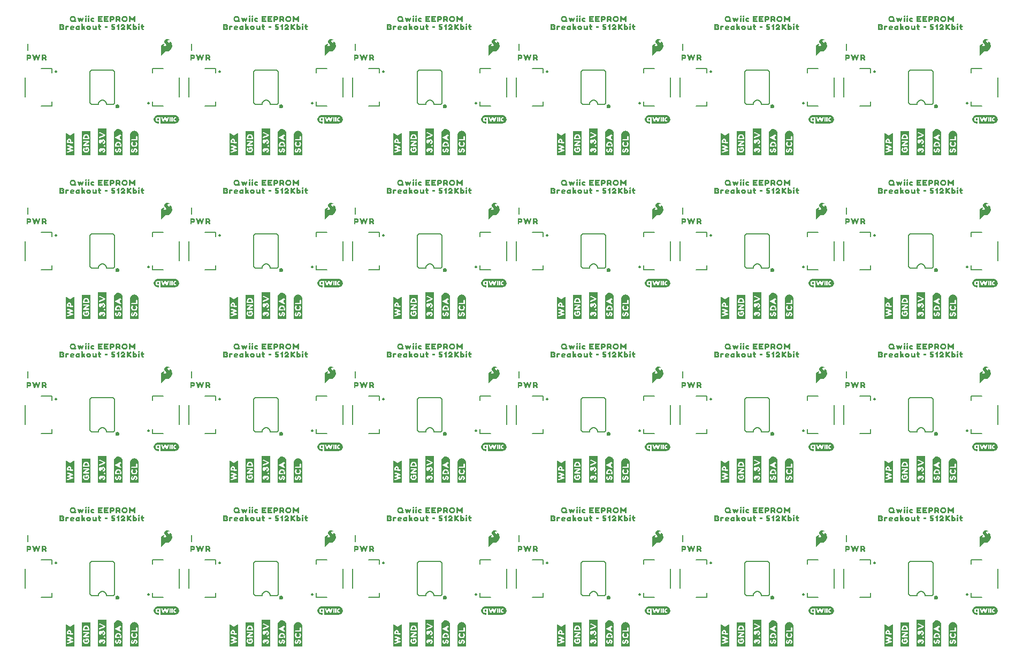
<source format=gto>
G04 EAGLE Gerber RS-274X export*
G75*
%MOMM*%
%FSLAX34Y34*%
%LPD*%
%INSilkscreen Top*%
%IPPOS*%
%AMOC8*
5,1,8,0,0,1.08239X$1,22.5*%
G01*
%ADD10C,0.203200*%

G36*
X133638Y278970D02*
X133638Y278970D01*
X133646Y278972D01*
X133846Y279472D01*
X133842Y279485D01*
X133849Y279490D01*
X133849Y320190D01*
X133836Y320208D01*
X133839Y320220D01*
X133539Y320620D01*
X133508Y320629D01*
X133500Y320639D01*
X120600Y320639D01*
X120582Y320626D01*
X120570Y320629D01*
X120170Y320329D01*
X120162Y320298D01*
X120151Y320290D01*
X120151Y279090D01*
X120187Y279043D01*
X120190Y279045D01*
X120192Y279041D01*
X120792Y278941D01*
X120797Y278944D01*
X120800Y278941D01*
X133600Y278941D01*
X133638Y278970D01*
G37*
G36*
X392718Y278970D02*
X392718Y278970D01*
X392726Y278972D01*
X392926Y279472D01*
X392922Y279485D01*
X392929Y279490D01*
X392929Y320190D01*
X392916Y320208D01*
X392919Y320220D01*
X392619Y320620D01*
X392588Y320629D01*
X392580Y320639D01*
X379680Y320639D01*
X379662Y320626D01*
X379650Y320629D01*
X379250Y320329D01*
X379242Y320298D01*
X379231Y320290D01*
X379231Y279090D01*
X379267Y279043D01*
X379270Y279045D01*
X379272Y279041D01*
X379872Y278941D01*
X379877Y278944D01*
X379880Y278941D01*
X392680Y278941D01*
X392718Y278970D01*
G37*
G36*
X910878Y278970D02*
X910878Y278970D01*
X910886Y278972D01*
X911086Y279472D01*
X911082Y279485D01*
X911089Y279490D01*
X911089Y320190D01*
X911076Y320208D01*
X911079Y320220D01*
X910779Y320620D01*
X910748Y320629D01*
X910740Y320639D01*
X897840Y320639D01*
X897822Y320626D01*
X897810Y320629D01*
X897410Y320329D01*
X897402Y320298D01*
X897391Y320290D01*
X897391Y279090D01*
X897427Y279043D01*
X897430Y279045D01*
X897432Y279041D01*
X898032Y278941D01*
X898037Y278944D01*
X898040Y278941D01*
X910840Y278941D01*
X910878Y278970D01*
G37*
G36*
X133638Y19890D02*
X133638Y19890D01*
X133646Y19892D01*
X133846Y20392D01*
X133842Y20405D01*
X133849Y20410D01*
X133849Y61110D01*
X133836Y61128D01*
X133839Y61140D01*
X133539Y61540D01*
X133508Y61549D01*
X133500Y61559D01*
X120600Y61559D01*
X120582Y61546D01*
X120570Y61549D01*
X120170Y61249D01*
X120162Y61218D01*
X120151Y61210D01*
X120151Y20010D01*
X120187Y19963D01*
X120190Y19965D01*
X120192Y19961D01*
X120792Y19861D01*
X120797Y19864D01*
X120800Y19861D01*
X133600Y19861D01*
X133638Y19890D01*
G37*
G36*
X910878Y19890D02*
X910878Y19890D01*
X910886Y19892D01*
X911086Y20392D01*
X911082Y20405D01*
X911089Y20410D01*
X911089Y61110D01*
X911076Y61128D01*
X911079Y61140D01*
X910779Y61540D01*
X910748Y61549D01*
X910740Y61559D01*
X897840Y61559D01*
X897822Y61546D01*
X897810Y61549D01*
X897410Y61249D01*
X897402Y61218D01*
X897391Y61210D01*
X897391Y20010D01*
X897427Y19963D01*
X897430Y19965D01*
X897432Y19961D01*
X898032Y19861D01*
X898037Y19864D01*
X898040Y19861D01*
X910840Y19861D01*
X910878Y19890D01*
G37*
G36*
X1169958Y19890D02*
X1169958Y19890D01*
X1169966Y19892D01*
X1170166Y20392D01*
X1170162Y20405D01*
X1170169Y20410D01*
X1170169Y61110D01*
X1170156Y61128D01*
X1170159Y61140D01*
X1169859Y61540D01*
X1169828Y61549D01*
X1169820Y61559D01*
X1156920Y61559D01*
X1156902Y61546D01*
X1156890Y61549D01*
X1156490Y61249D01*
X1156482Y61218D01*
X1156471Y61210D01*
X1156471Y20010D01*
X1156507Y19963D01*
X1156510Y19965D01*
X1156512Y19961D01*
X1157112Y19861D01*
X1157117Y19864D01*
X1157120Y19861D01*
X1169920Y19861D01*
X1169958Y19890D01*
G37*
G36*
X651798Y19890D02*
X651798Y19890D01*
X651806Y19892D01*
X652006Y20392D01*
X652002Y20405D01*
X652009Y20410D01*
X652009Y61110D01*
X651996Y61128D01*
X651999Y61140D01*
X651699Y61540D01*
X651668Y61549D01*
X651660Y61559D01*
X638760Y61559D01*
X638742Y61546D01*
X638730Y61549D01*
X638330Y61249D01*
X638322Y61218D01*
X638311Y61210D01*
X638311Y20010D01*
X638347Y19963D01*
X638350Y19965D01*
X638352Y19961D01*
X638952Y19861D01*
X638957Y19864D01*
X638960Y19861D01*
X651760Y19861D01*
X651798Y19890D01*
G37*
G36*
X392718Y19890D02*
X392718Y19890D01*
X392726Y19892D01*
X392926Y20392D01*
X392922Y20405D01*
X392929Y20410D01*
X392929Y61110D01*
X392916Y61128D01*
X392919Y61140D01*
X392619Y61540D01*
X392588Y61549D01*
X392580Y61559D01*
X379680Y61559D01*
X379662Y61546D01*
X379650Y61549D01*
X379250Y61249D01*
X379242Y61218D01*
X379231Y61210D01*
X379231Y20010D01*
X379267Y19963D01*
X379270Y19965D01*
X379272Y19961D01*
X379872Y19861D01*
X379877Y19864D01*
X379880Y19861D01*
X392680Y19861D01*
X392718Y19890D01*
G37*
G36*
X651798Y278970D02*
X651798Y278970D01*
X651806Y278972D01*
X652006Y279472D01*
X652002Y279485D01*
X652009Y279490D01*
X652009Y320190D01*
X651996Y320208D01*
X651999Y320220D01*
X651699Y320620D01*
X651668Y320629D01*
X651660Y320639D01*
X638760Y320639D01*
X638742Y320626D01*
X638730Y320629D01*
X638330Y320329D01*
X638322Y320298D01*
X638311Y320290D01*
X638311Y279090D01*
X638347Y279043D01*
X638350Y279045D01*
X638352Y279041D01*
X638952Y278941D01*
X638957Y278944D01*
X638960Y278941D01*
X651760Y278941D01*
X651798Y278970D01*
G37*
G36*
X1429038Y19890D02*
X1429038Y19890D01*
X1429046Y19892D01*
X1429246Y20392D01*
X1429242Y20405D01*
X1429249Y20410D01*
X1429249Y61110D01*
X1429236Y61128D01*
X1429239Y61140D01*
X1428939Y61540D01*
X1428908Y61549D01*
X1428900Y61559D01*
X1416000Y61559D01*
X1415982Y61546D01*
X1415970Y61549D01*
X1415570Y61249D01*
X1415562Y61218D01*
X1415551Y61210D01*
X1415551Y20010D01*
X1415587Y19963D01*
X1415590Y19965D01*
X1415592Y19961D01*
X1416192Y19861D01*
X1416197Y19864D01*
X1416200Y19861D01*
X1429000Y19861D01*
X1429038Y19890D01*
G37*
G36*
X1169958Y278970D02*
X1169958Y278970D01*
X1169966Y278972D01*
X1170166Y279472D01*
X1170162Y279485D01*
X1170169Y279490D01*
X1170169Y320190D01*
X1170156Y320208D01*
X1170159Y320220D01*
X1169859Y320620D01*
X1169828Y320629D01*
X1169820Y320639D01*
X1156920Y320639D01*
X1156902Y320626D01*
X1156890Y320629D01*
X1156490Y320329D01*
X1156482Y320298D01*
X1156471Y320290D01*
X1156471Y279090D01*
X1156507Y279043D01*
X1156510Y279045D01*
X1156512Y279041D01*
X1157112Y278941D01*
X1157117Y278944D01*
X1157120Y278941D01*
X1169920Y278941D01*
X1169958Y278970D01*
G37*
G36*
X392718Y797130D02*
X392718Y797130D01*
X392726Y797132D01*
X392926Y797632D01*
X392922Y797645D01*
X392929Y797650D01*
X392929Y838350D01*
X392916Y838368D01*
X392919Y838380D01*
X392619Y838780D01*
X392588Y838789D01*
X392580Y838799D01*
X379680Y838799D01*
X379662Y838786D01*
X379650Y838789D01*
X379250Y838489D01*
X379242Y838458D01*
X379231Y838450D01*
X379231Y797250D01*
X379267Y797203D01*
X379270Y797205D01*
X379272Y797201D01*
X379872Y797101D01*
X379877Y797104D01*
X379880Y797101D01*
X392680Y797101D01*
X392718Y797130D01*
G37*
G36*
X392718Y538050D02*
X392718Y538050D01*
X392726Y538052D01*
X392926Y538552D01*
X392922Y538565D01*
X392929Y538570D01*
X392929Y579270D01*
X392916Y579288D01*
X392919Y579300D01*
X392619Y579700D01*
X392588Y579709D01*
X392580Y579719D01*
X379680Y579719D01*
X379662Y579706D01*
X379650Y579709D01*
X379250Y579409D01*
X379242Y579378D01*
X379231Y579370D01*
X379231Y538170D01*
X379267Y538123D01*
X379270Y538125D01*
X379272Y538121D01*
X379872Y538021D01*
X379877Y538024D01*
X379880Y538021D01*
X392680Y538021D01*
X392718Y538050D01*
G37*
G36*
X910878Y797130D02*
X910878Y797130D01*
X910886Y797132D01*
X911086Y797632D01*
X911082Y797645D01*
X911089Y797650D01*
X911089Y838350D01*
X911076Y838368D01*
X911079Y838380D01*
X910779Y838780D01*
X910748Y838789D01*
X910740Y838799D01*
X897840Y838799D01*
X897822Y838786D01*
X897810Y838789D01*
X897410Y838489D01*
X897402Y838458D01*
X897391Y838450D01*
X897391Y797250D01*
X897427Y797203D01*
X897430Y797205D01*
X897432Y797201D01*
X898032Y797101D01*
X898037Y797104D01*
X898040Y797101D01*
X910840Y797101D01*
X910878Y797130D01*
G37*
G36*
X1429038Y797130D02*
X1429038Y797130D01*
X1429046Y797132D01*
X1429246Y797632D01*
X1429242Y797645D01*
X1429249Y797650D01*
X1429249Y838350D01*
X1429236Y838368D01*
X1429239Y838380D01*
X1428939Y838780D01*
X1428908Y838789D01*
X1428900Y838799D01*
X1416000Y838799D01*
X1415982Y838786D01*
X1415970Y838789D01*
X1415570Y838489D01*
X1415562Y838458D01*
X1415551Y838450D01*
X1415551Y797250D01*
X1415587Y797203D01*
X1415590Y797205D01*
X1415592Y797201D01*
X1416192Y797101D01*
X1416197Y797104D01*
X1416200Y797101D01*
X1429000Y797101D01*
X1429038Y797130D01*
G37*
G36*
X1429038Y538050D02*
X1429038Y538050D01*
X1429046Y538052D01*
X1429246Y538552D01*
X1429242Y538565D01*
X1429249Y538570D01*
X1429249Y579270D01*
X1429236Y579288D01*
X1429239Y579300D01*
X1428939Y579700D01*
X1428908Y579709D01*
X1428900Y579719D01*
X1416000Y579719D01*
X1415982Y579706D01*
X1415970Y579709D01*
X1415570Y579409D01*
X1415562Y579378D01*
X1415551Y579370D01*
X1415551Y538170D01*
X1415587Y538123D01*
X1415590Y538125D01*
X1415592Y538121D01*
X1416192Y538021D01*
X1416197Y538024D01*
X1416200Y538021D01*
X1429000Y538021D01*
X1429038Y538050D01*
G37*
G36*
X651798Y797130D02*
X651798Y797130D01*
X651806Y797132D01*
X652006Y797632D01*
X652002Y797645D01*
X652009Y797650D01*
X652009Y838350D01*
X651996Y838368D01*
X651999Y838380D01*
X651699Y838780D01*
X651668Y838789D01*
X651660Y838799D01*
X638760Y838799D01*
X638742Y838786D01*
X638730Y838789D01*
X638330Y838489D01*
X638322Y838458D01*
X638311Y838450D01*
X638311Y797250D01*
X638347Y797203D01*
X638350Y797205D01*
X638352Y797201D01*
X638952Y797101D01*
X638957Y797104D01*
X638960Y797101D01*
X651760Y797101D01*
X651798Y797130D01*
G37*
G36*
X1429038Y278970D02*
X1429038Y278970D01*
X1429046Y278972D01*
X1429246Y279472D01*
X1429242Y279485D01*
X1429249Y279490D01*
X1429249Y320190D01*
X1429236Y320208D01*
X1429239Y320220D01*
X1428939Y320620D01*
X1428908Y320629D01*
X1428900Y320639D01*
X1416000Y320639D01*
X1415982Y320626D01*
X1415970Y320629D01*
X1415570Y320329D01*
X1415562Y320298D01*
X1415551Y320290D01*
X1415551Y279090D01*
X1415587Y279043D01*
X1415590Y279045D01*
X1415592Y279041D01*
X1416192Y278941D01*
X1416197Y278944D01*
X1416200Y278941D01*
X1429000Y278941D01*
X1429038Y278970D01*
G37*
G36*
X1169958Y538050D02*
X1169958Y538050D01*
X1169966Y538052D01*
X1170166Y538552D01*
X1170162Y538565D01*
X1170169Y538570D01*
X1170169Y579270D01*
X1170156Y579288D01*
X1170159Y579300D01*
X1169859Y579700D01*
X1169828Y579709D01*
X1169820Y579719D01*
X1156920Y579719D01*
X1156902Y579706D01*
X1156890Y579709D01*
X1156490Y579409D01*
X1156482Y579378D01*
X1156471Y579370D01*
X1156471Y538170D01*
X1156507Y538123D01*
X1156510Y538125D01*
X1156512Y538121D01*
X1157112Y538021D01*
X1157117Y538024D01*
X1157120Y538021D01*
X1169920Y538021D01*
X1169958Y538050D01*
G37*
G36*
X1169958Y797130D02*
X1169958Y797130D01*
X1169966Y797132D01*
X1170166Y797632D01*
X1170162Y797645D01*
X1170169Y797650D01*
X1170169Y838350D01*
X1170156Y838368D01*
X1170159Y838380D01*
X1169859Y838780D01*
X1169828Y838789D01*
X1169820Y838799D01*
X1156920Y838799D01*
X1156902Y838786D01*
X1156890Y838789D01*
X1156490Y838489D01*
X1156482Y838458D01*
X1156471Y838450D01*
X1156471Y797250D01*
X1156507Y797203D01*
X1156510Y797205D01*
X1156512Y797201D01*
X1157112Y797101D01*
X1157117Y797104D01*
X1157120Y797101D01*
X1169920Y797101D01*
X1169958Y797130D01*
G37*
G36*
X133638Y797130D02*
X133638Y797130D01*
X133646Y797132D01*
X133846Y797632D01*
X133842Y797645D01*
X133849Y797650D01*
X133849Y838350D01*
X133836Y838368D01*
X133839Y838380D01*
X133539Y838780D01*
X133508Y838789D01*
X133500Y838799D01*
X120600Y838799D01*
X120582Y838786D01*
X120570Y838789D01*
X120170Y838489D01*
X120162Y838458D01*
X120151Y838450D01*
X120151Y797250D01*
X120187Y797203D01*
X120190Y797205D01*
X120192Y797201D01*
X120792Y797101D01*
X120797Y797104D01*
X120800Y797101D01*
X133600Y797101D01*
X133638Y797130D01*
G37*
G36*
X133638Y538050D02*
X133638Y538050D01*
X133646Y538052D01*
X133846Y538552D01*
X133842Y538565D01*
X133849Y538570D01*
X133849Y579270D01*
X133836Y579288D01*
X133839Y579300D01*
X133539Y579700D01*
X133508Y579709D01*
X133500Y579719D01*
X120600Y579719D01*
X120582Y579706D01*
X120570Y579709D01*
X120170Y579409D01*
X120162Y579378D01*
X120151Y579370D01*
X120151Y538170D01*
X120187Y538123D01*
X120190Y538125D01*
X120192Y538121D01*
X120792Y538021D01*
X120797Y538024D01*
X120800Y538021D01*
X133600Y538021D01*
X133638Y538050D01*
G37*
G36*
X910878Y538050D02*
X910878Y538050D01*
X910886Y538052D01*
X911086Y538552D01*
X911082Y538565D01*
X911089Y538570D01*
X911089Y579270D01*
X911076Y579288D01*
X911079Y579300D01*
X910779Y579700D01*
X910748Y579709D01*
X910740Y579719D01*
X897840Y579719D01*
X897822Y579706D01*
X897810Y579709D01*
X897410Y579409D01*
X897402Y579378D01*
X897391Y579370D01*
X897391Y538170D01*
X897427Y538123D01*
X897430Y538125D01*
X897432Y538121D01*
X898032Y538021D01*
X898037Y538024D01*
X898040Y538021D01*
X910840Y538021D01*
X910878Y538050D01*
G37*
G36*
X651798Y538050D02*
X651798Y538050D01*
X651806Y538052D01*
X652006Y538552D01*
X652002Y538565D01*
X652009Y538570D01*
X652009Y579270D01*
X651996Y579288D01*
X651999Y579300D01*
X651699Y579700D01*
X651668Y579709D01*
X651660Y579719D01*
X638760Y579719D01*
X638742Y579706D01*
X638730Y579709D01*
X638330Y579409D01*
X638322Y579378D01*
X638311Y579370D01*
X638311Y538170D01*
X638347Y538123D01*
X638350Y538125D01*
X638352Y538121D01*
X638952Y538021D01*
X638957Y538024D01*
X638960Y538021D01*
X651760Y538021D01*
X651798Y538050D01*
G37*
G36*
X1454326Y797120D02*
X1454326Y797120D01*
X1454339Y797120D01*
X1454639Y797520D01*
X1454639Y797528D01*
X1454643Y797531D01*
X1454639Y797535D01*
X1454639Y797542D01*
X1454649Y797550D01*
X1454649Y831350D01*
X1454646Y831354D01*
X1454649Y831357D01*
X1454549Y832057D01*
X1454548Y832058D01*
X1454549Y832058D01*
X1454449Y832658D01*
X1454349Y833357D01*
X1454341Y833365D01*
X1454344Y833372D01*
X1453444Y835172D01*
X1453440Y835174D01*
X1453441Y835177D01*
X1453041Y835777D01*
X1453031Y835781D01*
X1453031Y835788D01*
X1452533Y836187D01*
X1452035Y836685D01*
X1452031Y836685D01*
X1452031Y836688D01*
X1451531Y837088D01*
X1451523Y837089D01*
X1451522Y837094D01*
X1450322Y837694D01*
X1450315Y837693D01*
X1450314Y837697D01*
X1449615Y837897D01*
X1449016Y838097D01*
X1449005Y838093D01*
X1449000Y838099D01*
X1448303Y838099D01*
X1447607Y838199D01*
X1447598Y838194D01*
X1447593Y838199D01*
X1446893Y838099D01*
X1446892Y838098D01*
X1446892Y838099D01*
X1446292Y837999D01*
X1446289Y837995D01*
X1446286Y837997D01*
X1445586Y837797D01*
X1445585Y837796D01*
X1445584Y837797D01*
X1444984Y837597D01*
X1444979Y837589D01*
X1444973Y837591D01*
X1444375Y837193D01*
X1443778Y836894D01*
X1443775Y836887D01*
X1443769Y836888D01*
X1443269Y836488D01*
X1443268Y836484D01*
X1443265Y836485D01*
X1442765Y835985D01*
X1442765Y835981D01*
X1442762Y835981D01*
X1442362Y835481D01*
X1442361Y835477D01*
X1442359Y835477D01*
X1441959Y834877D01*
X1441959Y834873D01*
X1441956Y834872D01*
X1441356Y833672D01*
X1441357Y833665D01*
X1441353Y833664D01*
X1441153Y832964D01*
X1441154Y832960D01*
X1441151Y832958D01*
X1441051Y832358D01*
X1441052Y832357D01*
X1441051Y832357D01*
X1440951Y831657D01*
X1440954Y831652D01*
X1440951Y831650D01*
X1440951Y797450D01*
X1440970Y797424D01*
X1440970Y797411D01*
X1441370Y797111D01*
X1441392Y797111D01*
X1441400Y797101D01*
X1454300Y797101D01*
X1454326Y797120D01*
G37*
G36*
X418006Y278960D02*
X418006Y278960D01*
X418019Y278960D01*
X418319Y279360D01*
X418319Y279368D01*
X418323Y279371D01*
X418319Y279375D01*
X418319Y279382D01*
X418329Y279390D01*
X418329Y313190D01*
X418326Y313194D01*
X418329Y313197D01*
X418229Y313897D01*
X418228Y313898D01*
X418229Y313898D01*
X418129Y314498D01*
X418029Y315197D01*
X418021Y315205D01*
X418024Y315212D01*
X417124Y317012D01*
X417120Y317014D01*
X417121Y317017D01*
X416721Y317617D01*
X416711Y317621D01*
X416711Y317628D01*
X416213Y318027D01*
X415715Y318525D01*
X415711Y318525D01*
X415711Y318528D01*
X415211Y318928D01*
X415203Y318929D01*
X415202Y318934D01*
X414002Y319534D01*
X413995Y319533D01*
X413994Y319537D01*
X413295Y319737D01*
X412696Y319937D01*
X412685Y319933D01*
X412680Y319939D01*
X411983Y319939D01*
X411287Y320039D01*
X411278Y320034D01*
X411273Y320039D01*
X410573Y319939D01*
X410572Y319938D01*
X410572Y319939D01*
X409972Y319839D01*
X409969Y319835D01*
X409966Y319837D01*
X409266Y319637D01*
X409265Y319636D01*
X409264Y319637D01*
X408664Y319437D01*
X408659Y319429D01*
X408653Y319431D01*
X408055Y319033D01*
X407458Y318734D01*
X407455Y318727D01*
X407449Y318728D01*
X406949Y318328D01*
X406948Y318324D01*
X406945Y318325D01*
X406445Y317825D01*
X406445Y317821D01*
X406442Y317821D01*
X406042Y317321D01*
X406041Y317317D01*
X406039Y317317D01*
X405639Y316717D01*
X405639Y316713D01*
X405636Y316712D01*
X405036Y315512D01*
X405037Y315505D01*
X405033Y315504D01*
X404833Y314804D01*
X404834Y314800D01*
X404831Y314798D01*
X404731Y314198D01*
X404732Y314197D01*
X404731Y314197D01*
X404631Y313497D01*
X404634Y313492D01*
X404631Y313490D01*
X404631Y279290D01*
X404650Y279264D01*
X404650Y279251D01*
X405050Y278951D01*
X405072Y278951D01*
X405080Y278941D01*
X417980Y278941D01*
X418006Y278960D01*
G37*
G36*
X158926Y19880D02*
X158926Y19880D01*
X158939Y19880D01*
X159239Y20280D01*
X159239Y20288D01*
X159243Y20291D01*
X159239Y20295D01*
X159239Y20302D01*
X159249Y20310D01*
X159249Y54110D01*
X159246Y54114D01*
X159249Y54117D01*
X159149Y54817D01*
X159148Y54818D01*
X159149Y54818D01*
X159049Y55418D01*
X158949Y56117D01*
X158941Y56125D01*
X158944Y56132D01*
X158044Y57932D01*
X158040Y57934D01*
X158041Y57937D01*
X157641Y58537D01*
X157631Y58541D01*
X157631Y58548D01*
X157133Y58947D01*
X156635Y59445D01*
X156631Y59445D01*
X156631Y59448D01*
X156131Y59848D01*
X156123Y59849D01*
X156122Y59854D01*
X154922Y60454D01*
X154915Y60453D01*
X154914Y60457D01*
X154215Y60657D01*
X153616Y60857D01*
X153605Y60853D01*
X153600Y60859D01*
X152903Y60859D01*
X152207Y60959D01*
X152198Y60954D01*
X152193Y60959D01*
X151493Y60859D01*
X151492Y60858D01*
X151492Y60859D01*
X150892Y60759D01*
X150889Y60755D01*
X150886Y60757D01*
X150186Y60557D01*
X150185Y60556D01*
X150184Y60557D01*
X149584Y60357D01*
X149579Y60349D01*
X149573Y60351D01*
X148975Y59953D01*
X148378Y59654D01*
X148375Y59647D01*
X148369Y59648D01*
X147869Y59248D01*
X147868Y59244D01*
X147865Y59245D01*
X147365Y58745D01*
X147365Y58741D01*
X147362Y58741D01*
X146962Y58241D01*
X146961Y58237D01*
X146959Y58237D01*
X146559Y57637D01*
X146559Y57633D01*
X146556Y57632D01*
X145956Y56432D01*
X145957Y56425D01*
X145953Y56424D01*
X145753Y55724D01*
X145754Y55720D01*
X145751Y55718D01*
X145651Y55118D01*
X145652Y55117D01*
X145651Y55117D01*
X145551Y54417D01*
X145554Y54412D01*
X145551Y54410D01*
X145551Y20210D01*
X145570Y20184D01*
X145570Y20171D01*
X145970Y19871D01*
X145992Y19871D01*
X146000Y19861D01*
X158900Y19861D01*
X158926Y19880D01*
G37*
G36*
X418006Y538040D02*
X418006Y538040D01*
X418019Y538040D01*
X418319Y538440D01*
X418319Y538448D01*
X418323Y538451D01*
X418319Y538455D01*
X418319Y538462D01*
X418329Y538470D01*
X418329Y572270D01*
X418326Y572274D01*
X418329Y572277D01*
X418229Y572977D01*
X418228Y572978D01*
X418229Y572978D01*
X418129Y573578D01*
X418029Y574277D01*
X418021Y574285D01*
X418024Y574292D01*
X417124Y576092D01*
X417120Y576094D01*
X417121Y576097D01*
X416721Y576697D01*
X416711Y576701D01*
X416711Y576708D01*
X416213Y577107D01*
X415715Y577605D01*
X415711Y577605D01*
X415711Y577608D01*
X415211Y578008D01*
X415203Y578009D01*
X415202Y578014D01*
X414002Y578614D01*
X413995Y578613D01*
X413994Y578617D01*
X413295Y578817D01*
X412696Y579017D01*
X412685Y579013D01*
X412680Y579019D01*
X411983Y579019D01*
X411287Y579119D01*
X411278Y579114D01*
X411273Y579119D01*
X410573Y579019D01*
X410572Y579018D01*
X410572Y579019D01*
X409972Y578919D01*
X409969Y578915D01*
X409966Y578917D01*
X409266Y578717D01*
X409265Y578716D01*
X409264Y578717D01*
X408664Y578517D01*
X408659Y578509D01*
X408653Y578511D01*
X408055Y578113D01*
X407458Y577814D01*
X407455Y577807D01*
X407449Y577808D01*
X406949Y577408D01*
X406948Y577404D01*
X406945Y577405D01*
X406445Y576905D01*
X406445Y576901D01*
X406442Y576901D01*
X406042Y576401D01*
X406041Y576397D01*
X406039Y576397D01*
X405639Y575797D01*
X405639Y575793D01*
X405636Y575792D01*
X405036Y574592D01*
X405037Y574585D01*
X405033Y574584D01*
X404833Y573884D01*
X404834Y573880D01*
X404831Y573878D01*
X404731Y573278D01*
X404732Y573277D01*
X404731Y573277D01*
X404631Y572577D01*
X404634Y572572D01*
X404631Y572570D01*
X404631Y538370D01*
X404650Y538344D01*
X404650Y538331D01*
X405050Y538031D01*
X405072Y538031D01*
X405080Y538021D01*
X417980Y538021D01*
X418006Y538040D01*
G37*
G36*
X677086Y19880D02*
X677086Y19880D01*
X677099Y19880D01*
X677399Y20280D01*
X677399Y20288D01*
X677403Y20291D01*
X677399Y20295D01*
X677399Y20302D01*
X677409Y20310D01*
X677409Y54110D01*
X677406Y54114D01*
X677409Y54117D01*
X677309Y54817D01*
X677308Y54818D01*
X677309Y54818D01*
X677209Y55418D01*
X677109Y56117D01*
X677101Y56125D01*
X677104Y56132D01*
X676204Y57932D01*
X676200Y57934D01*
X676201Y57937D01*
X675801Y58537D01*
X675791Y58541D01*
X675791Y58548D01*
X675293Y58947D01*
X674795Y59445D01*
X674791Y59445D01*
X674791Y59448D01*
X674291Y59848D01*
X674283Y59849D01*
X674282Y59854D01*
X673082Y60454D01*
X673075Y60453D01*
X673074Y60457D01*
X672375Y60657D01*
X671776Y60857D01*
X671765Y60853D01*
X671760Y60859D01*
X671063Y60859D01*
X670367Y60959D01*
X670358Y60954D01*
X670353Y60959D01*
X669653Y60859D01*
X669652Y60858D01*
X669652Y60859D01*
X669052Y60759D01*
X669049Y60755D01*
X669046Y60757D01*
X668346Y60557D01*
X668345Y60556D01*
X668344Y60557D01*
X667744Y60357D01*
X667739Y60349D01*
X667733Y60351D01*
X667135Y59953D01*
X666538Y59654D01*
X666535Y59647D01*
X666529Y59648D01*
X666029Y59248D01*
X666028Y59244D01*
X666025Y59245D01*
X665525Y58745D01*
X665525Y58741D01*
X665522Y58741D01*
X665122Y58241D01*
X665121Y58237D01*
X665119Y58237D01*
X664719Y57637D01*
X664719Y57633D01*
X664716Y57632D01*
X664116Y56432D01*
X664117Y56425D01*
X664113Y56424D01*
X663913Y55724D01*
X663914Y55720D01*
X663911Y55718D01*
X663811Y55118D01*
X663812Y55117D01*
X663811Y55117D01*
X663711Y54417D01*
X663714Y54412D01*
X663711Y54410D01*
X663711Y20210D01*
X663730Y20184D01*
X663730Y20171D01*
X664130Y19871D01*
X664152Y19871D01*
X664160Y19861D01*
X677060Y19861D01*
X677086Y19880D01*
G37*
G36*
X1454326Y538040D02*
X1454326Y538040D01*
X1454339Y538040D01*
X1454639Y538440D01*
X1454639Y538448D01*
X1454643Y538451D01*
X1454639Y538455D01*
X1454639Y538462D01*
X1454649Y538470D01*
X1454649Y572270D01*
X1454646Y572274D01*
X1454649Y572277D01*
X1454549Y572977D01*
X1454548Y572978D01*
X1454549Y572978D01*
X1454449Y573578D01*
X1454349Y574277D01*
X1454341Y574285D01*
X1454344Y574292D01*
X1453444Y576092D01*
X1453440Y576094D01*
X1453441Y576097D01*
X1453041Y576697D01*
X1453031Y576701D01*
X1453031Y576708D01*
X1452533Y577107D01*
X1452035Y577605D01*
X1452031Y577605D01*
X1452031Y577608D01*
X1451531Y578008D01*
X1451523Y578009D01*
X1451522Y578014D01*
X1450322Y578614D01*
X1450315Y578613D01*
X1450314Y578617D01*
X1449615Y578817D01*
X1449016Y579017D01*
X1449005Y579013D01*
X1449000Y579019D01*
X1448303Y579019D01*
X1447607Y579119D01*
X1447598Y579114D01*
X1447593Y579119D01*
X1446893Y579019D01*
X1446892Y579018D01*
X1446892Y579019D01*
X1446292Y578919D01*
X1446289Y578915D01*
X1446286Y578917D01*
X1445586Y578717D01*
X1445585Y578716D01*
X1445584Y578717D01*
X1444984Y578517D01*
X1444979Y578509D01*
X1444973Y578511D01*
X1444375Y578113D01*
X1443778Y577814D01*
X1443775Y577807D01*
X1443769Y577808D01*
X1443269Y577408D01*
X1443268Y577404D01*
X1443265Y577405D01*
X1442765Y576905D01*
X1442765Y576901D01*
X1442762Y576901D01*
X1442362Y576401D01*
X1442361Y576397D01*
X1442359Y576397D01*
X1441959Y575797D01*
X1441959Y575793D01*
X1441956Y575792D01*
X1441356Y574592D01*
X1441357Y574585D01*
X1441353Y574584D01*
X1441153Y573884D01*
X1441154Y573880D01*
X1441151Y573878D01*
X1441051Y573278D01*
X1441052Y573277D01*
X1441051Y573277D01*
X1440951Y572577D01*
X1440954Y572572D01*
X1440951Y572570D01*
X1440951Y538370D01*
X1440970Y538344D01*
X1440970Y538331D01*
X1441370Y538031D01*
X1441392Y538031D01*
X1441400Y538021D01*
X1454300Y538021D01*
X1454326Y538040D01*
G37*
G36*
X158926Y538040D02*
X158926Y538040D01*
X158939Y538040D01*
X159239Y538440D01*
X159239Y538448D01*
X159243Y538451D01*
X159239Y538455D01*
X159239Y538462D01*
X159249Y538470D01*
X159249Y572270D01*
X159246Y572274D01*
X159249Y572277D01*
X159149Y572977D01*
X159148Y572978D01*
X159149Y572978D01*
X159049Y573578D01*
X158949Y574277D01*
X158941Y574285D01*
X158944Y574292D01*
X158044Y576092D01*
X158040Y576094D01*
X158041Y576097D01*
X157641Y576697D01*
X157631Y576701D01*
X157631Y576708D01*
X157133Y577107D01*
X156635Y577605D01*
X156631Y577605D01*
X156631Y577608D01*
X156131Y578008D01*
X156123Y578009D01*
X156122Y578014D01*
X154922Y578614D01*
X154915Y578613D01*
X154914Y578617D01*
X154215Y578817D01*
X153616Y579017D01*
X153605Y579013D01*
X153600Y579019D01*
X152903Y579019D01*
X152207Y579119D01*
X152198Y579114D01*
X152193Y579119D01*
X151493Y579019D01*
X151492Y579018D01*
X151492Y579019D01*
X150892Y578919D01*
X150889Y578915D01*
X150886Y578917D01*
X150186Y578717D01*
X150185Y578716D01*
X150184Y578717D01*
X149584Y578517D01*
X149579Y578509D01*
X149573Y578511D01*
X148975Y578113D01*
X148378Y577814D01*
X148375Y577807D01*
X148369Y577808D01*
X147869Y577408D01*
X147868Y577404D01*
X147865Y577405D01*
X147365Y576905D01*
X147365Y576901D01*
X147362Y576901D01*
X146962Y576401D01*
X146961Y576397D01*
X146959Y576397D01*
X146559Y575797D01*
X146559Y575793D01*
X146556Y575792D01*
X145956Y574592D01*
X145957Y574585D01*
X145953Y574584D01*
X145753Y573884D01*
X145754Y573880D01*
X145751Y573878D01*
X145651Y573278D01*
X145652Y573277D01*
X145651Y573277D01*
X145551Y572577D01*
X145554Y572572D01*
X145551Y572570D01*
X145551Y538370D01*
X145570Y538344D01*
X145570Y538331D01*
X145970Y538031D01*
X145992Y538031D01*
X146000Y538021D01*
X158900Y538021D01*
X158926Y538040D01*
G37*
G36*
X158926Y278960D02*
X158926Y278960D01*
X158939Y278960D01*
X159239Y279360D01*
X159239Y279368D01*
X159243Y279371D01*
X159239Y279375D01*
X159239Y279382D01*
X159249Y279390D01*
X159249Y313190D01*
X159246Y313194D01*
X159249Y313197D01*
X159149Y313897D01*
X159148Y313898D01*
X159149Y313898D01*
X159049Y314498D01*
X158949Y315197D01*
X158941Y315205D01*
X158944Y315212D01*
X158044Y317012D01*
X158040Y317014D01*
X158041Y317017D01*
X157641Y317617D01*
X157631Y317621D01*
X157631Y317628D01*
X157133Y318027D01*
X156635Y318525D01*
X156631Y318525D01*
X156631Y318528D01*
X156131Y318928D01*
X156123Y318929D01*
X156122Y318934D01*
X154922Y319534D01*
X154915Y319533D01*
X154914Y319537D01*
X154215Y319737D01*
X153616Y319937D01*
X153605Y319933D01*
X153600Y319939D01*
X152903Y319939D01*
X152207Y320039D01*
X152198Y320034D01*
X152193Y320039D01*
X151493Y319939D01*
X151492Y319938D01*
X151492Y319939D01*
X150892Y319839D01*
X150889Y319835D01*
X150886Y319837D01*
X150186Y319637D01*
X150185Y319636D01*
X150184Y319637D01*
X149584Y319437D01*
X149579Y319429D01*
X149573Y319431D01*
X148975Y319033D01*
X148378Y318734D01*
X148375Y318727D01*
X148369Y318728D01*
X147869Y318328D01*
X147868Y318324D01*
X147865Y318325D01*
X147365Y317825D01*
X147365Y317821D01*
X147362Y317821D01*
X146962Y317321D01*
X146961Y317317D01*
X146959Y317317D01*
X146559Y316717D01*
X146559Y316713D01*
X146556Y316712D01*
X145956Y315512D01*
X145957Y315505D01*
X145953Y315504D01*
X145753Y314804D01*
X145754Y314800D01*
X145751Y314798D01*
X145651Y314198D01*
X145652Y314197D01*
X145651Y314197D01*
X145551Y313497D01*
X145554Y313492D01*
X145551Y313490D01*
X145551Y279290D01*
X145570Y279264D01*
X145570Y279251D01*
X145970Y278951D01*
X145992Y278951D01*
X146000Y278941D01*
X158900Y278941D01*
X158926Y278960D01*
G37*
G36*
X1195246Y538040D02*
X1195246Y538040D01*
X1195259Y538040D01*
X1195559Y538440D01*
X1195559Y538448D01*
X1195563Y538451D01*
X1195559Y538455D01*
X1195559Y538462D01*
X1195569Y538470D01*
X1195569Y572270D01*
X1195566Y572274D01*
X1195569Y572277D01*
X1195469Y572977D01*
X1195468Y572978D01*
X1195469Y572978D01*
X1195369Y573578D01*
X1195269Y574277D01*
X1195261Y574285D01*
X1195264Y574292D01*
X1194364Y576092D01*
X1194360Y576094D01*
X1194361Y576097D01*
X1193961Y576697D01*
X1193951Y576701D01*
X1193951Y576708D01*
X1193453Y577107D01*
X1192955Y577605D01*
X1192951Y577605D01*
X1192951Y577608D01*
X1192451Y578008D01*
X1192443Y578009D01*
X1192442Y578014D01*
X1191242Y578614D01*
X1191235Y578613D01*
X1191234Y578617D01*
X1190535Y578817D01*
X1189936Y579017D01*
X1189925Y579013D01*
X1189920Y579019D01*
X1189223Y579019D01*
X1188527Y579119D01*
X1188518Y579114D01*
X1188513Y579119D01*
X1187813Y579019D01*
X1187812Y579018D01*
X1187812Y579019D01*
X1187212Y578919D01*
X1187209Y578915D01*
X1187206Y578917D01*
X1186506Y578717D01*
X1186505Y578716D01*
X1186504Y578717D01*
X1185904Y578517D01*
X1185899Y578509D01*
X1185893Y578511D01*
X1185295Y578113D01*
X1184698Y577814D01*
X1184695Y577807D01*
X1184689Y577808D01*
X1184189Y577408D01*
X1184188Y577404D01*
X1184185Y577405D01*
X1183685Y576905D01*
X1183685Y576901D01*
X1183682Y576901D01*
X1183282Y576401D01*
X1183281Y576397D01*
X1183279Y576397D01*
X1182879Y575797D01*
X1182879Y575793D01*
X1182876Y575792D01*
X1182276Y574592D01*
X1182277Y574585D01*
X1182273Y574584D01*
X1182073Y573884D01*
X1182074Y573880D01*
X1182071Y573878D01*
X1181971Y573278D01*
X1181972Y573277D01*
X1181971Y573277D01*
X1181871Y572577D01*
X1181874Y572572D01*
X1181871Y572570D01*
X1181871Y538370D01*
X1181890Y538344D01*
X1181890Y538331D01*
X1182290Y538031D01*
X1182312Y538031D01*
X1182320Y538021D01*
X1195220Y538021D01*
X1195246Y538040D01*
G37*
G36*
X677086Y538040D02*
X677086Y538040D01*
X677099Y538040D01*
X677399Y538440D01*
X677399Y538448D01*
X677403Y538451D01*
X677399Y538455D01*
X677399Y538462D01*
X677409Y538470D01*
X677409Y572270D01*
X677406Y572274D01*
X677409Y572277D01*
X677309Y572977D01*
X677308Y572978D01*
X677309Y572978D01*
X677209Y573578D01*
X677109Y574277D01*
X677101Y574285D01*
X677104Y574292D01*
X676204Y576092D01*
X676200Y576094D01*
X676201Y576097D01*
X675801Y576697D01*
X675791Y576701D01*
X675791Y576708D01*
X675293Y577107D01*
X674795Y577605D01*
X674791Y577605D01*
X674791Y577608D01*
X674291Y578008D01*
X674283Y578009D01*
X674282Y578014D01*
X673082Y578614D01*
X673075Y578613D01*
X673074Y578617D01*
X672375Y578817D01*
X671776Y579017D01*
X671765Y579013D01*
X671760Y579019D01*
X671063Y579019D01*
X670367Y579119D01*
X670358Y579114D01*
X670353Y579119D01*
X669653Y579019D01*
X669652Y579018D01*
X669652Y579019D01*
X669052Y578919D01*
X669049Y578915D01*
X669046Y578917D01*
X668346Y578717D01*
X668345Y578716D01*
X668344Y578717D01*
X667744Y578517D01*
X667739Y578509D01*
X667733Y578511D01*
X667135Y578113D01*
X666538Y577814D01*
X666535Y577807D01*
X666529Y577808D01*
X666029Y577408D01*
X666028Y577404D01*
X666025Y577405D01*
X665525Y576905D01*
X665525Y576901D01*
X665522Y576901D01*
X665122Y576401D01*
X665121Y576397D01*
X665119Y576397D01*
X664719Y575797D01*
X664719Y575793D01*
X664716Y575792D01*
X664116Y574592D01*
X664117Y574585D01*
X664113Y574584D01*
X663913Y573884D01*
X663914Y573880D01*
X663911Y573878D01*
X663811Y573278D01*
X663812Y573277D01*
X663811Y573277D01*
X663711Y572577D01*
X663714Y572572D01*
X663711Y572570D01*
X663711Y538370D01*
X663730Y538344D01*
X663730Y538331D01*
X664130Y538031D01*
X664152Y538031D01*
X664160Y538021D01*
X677060Y538021D01*
X677086Y538040D01*
G37*
G36*
X1454326Y19880D02*
X1454326Y19880D01*
X1454339Y19880D01*
X1454639Y20280D01*
X1454639Y20288D01*
X1454643Y20291D01*
X1454639Y20295D01*
X1454639Y20302D01*
X1454649Y20310D01*
X1454649Y54110D01*
X1454646Y54114D01*
X1454649Y54117D01*
X1454549Y54817D01*
X1454548Y54818D01*
X1454549Y54818D01*
X1454449Y55418D01*
X1454349Y56117D01*
X1454341Y56125D01*
X1454344Y56132D01*
X1453444Y57932D01*
X1453440Y57934D01*
X1453441Y57937D01*
X1453041Y58537D01*
X1453031Y58541D01*
X1453031Y58548D01*
X1452533Y58947D01*
X1452035Y59445D01*
X1452031Y59445D01*
X1452031Y59448D01*
X1451531Y59848D01*
X1451523Y59849D01*
X1451522Y59854D01*
X1450322Y60454D01*
X1450315Y60453D01*
X1450314Y60457D01*
X1449615Y60657D01*
X1449016Y60857D01*
X1449005Y60853D01*
X1449000Y60859D01*
X1448303Y60859D01*
X1447607Y60959D01*
X1447598Y60954D01*
X1447593Y60959D01*
X1446893Y60859D01*
X1446892Y60858D01*
X1446892Y60859D01*
X1446292Y60759D01*
X1446289Y60755D01*
X1446286Y60757D01*
X1445586Y60557D01*
X1445585Y60556D01*
X1445584Y60557D01*
X1444984Y60357D01*
X1444979Y60349D01*
X1444973Y60351D01*
X1444375Y59953D01*
X1443778Y59654D01*
X1443775Y59647D01*
X1443769Y59648D01*
X1443269Y59248D01*
X1443268Y59244D01*
X1443265Y59245D01*
X1442765Y58745D01*
X1442765Y58741D01*
X1442762Y58741D01*
X1442362Y58241D01*
X1442361Y58237D01*
X1442359Y58237D01*
X1441959Y57637D01*
X1441959Y57633D01*
X1441956Y57632D01*
X1441356Y56432D01*
X1441357Y56425D01*
X1441353Y56424D01*
X1441153Y55724D01*
X1441154Y55720D01*
X1441151Y55718D01*
X1441051Y55118D01*
X1441052Y55117D01*
X1441051Y55117D01*
X1440951Y54417D01*
X1440954Y54412D01*
X1440951Y54410D01*
X1440951Y20210D01*
X1440970Y20184D01*
X1440970Y20171D01*
X1441370Y19871D01*
X1441392Y19871D01*
X1441400Y19861D01*
X1454300Y19861D01*
X1454326Y19880D01*
G37*
G36*
X677086Y278960D02*
X677086Y278960D01*
X677099Y278960D01*
X677399Y279360D01*
X677399Y279368D01*
X677403Y279371D01*
X677399Y279375D01*
X677399Y279382D01*
X677409Y279390D01*
X677409Y313190D01*
X677406Y313194D01*
X677409Y313197D01*
X677309Y313897D01*
X677308Y313898D01*
X677309Y313898D01*
X677209Y314498D01*
X677109Y315197D01*
X677101Y315205D01*
X677104Y315212D01*
X676204Y317012D01*
X676200Y317014D01*
X676201Y317017D01*
X675801Y317617D01*
X675791Y317621D01*
X675791Y317628D01*
X675293Y318027D01*
X674795Y318525D01*
X674791Y318525D01*
X674791Y318528D01*
X674291Y318928D01*
X674283Y318929D01*
X674282Y318934D01*
X673082Y319534D01*
X673075Y319533D01*
X673074Y319537D01*
X672375Y319737D01*
X671776Y319937D01*
X671765Y319933D01*
X671760Y319939D01*
X671063Y319939D01*
X670367Y320039D01*
X670358Y320034D01*
X670353Y320039D01*
X669653Y319939D01*
X669652Y319938D01*
X669652Y319939D01*
X669052Y319839D01*
X669049Y319835D01*
X669046Y319837D01*
X668346Y319637D01*
X668345Y319636D01*
X668344Y319637D01*
X667744Y319437D01*
X667739Y319429D01*
X667733Y319431D01*
X667135Y319033D01*
X666538Y318734D01*
X666535Y318727D01*
X666529Y318728D01*
X666029Y318328D01*
X666028Y318324D01*
X666025Y318325D01*
X665525Y317825D01*
X665525Y317821D01*
X665522Y317821D01*
X665122Y317321D01*
X665121Y317317D01*
X665119Y317317D01*
X664719Y316717D01*
X664719Y316713D01*
X664716Y316712D01*
X664116Y315512D01*
X664117Y315505D01*
X664113Y315504D01*
X663913Y314804D01*
X663914Y314800D01*
X663911Y314798D01*
X663811Y314198D01*
X663812Y314197D01*
X663811Y314197D01*
X663711Y313497D01*
X663714Y313492D01*
X663711Y313490D01*
X663711Y279290D01*
X663730Y279264D01*
X663730Y279251D01*
X664130Y278951D01*
X664152Y278951D01*
X664160Y278941D01*
X677060Y278941D01*
X677086Y278960D01*
G37*
G36*
X936166Y19880D02*
X936166Y19880D01*
X936179Y19880D01*
X936479Y20280D01*
X936479Y20288D01*
X936483Y20291D01*
X936479Y20295D01*
X936479Y20302D01*
X936489Y20310D01*
X936489Y54110D01*
X936486Y54114D01*
X936489Y54117D01*
X936389Y54817D01*
X936388Y54818D01*
X936389Y54818D01*
X936289Y55418D01*
X936189Y56117D01*
X936181Y56125D01*
X936184Y56132D01*
X935284Y57932D01*
X935280Y57934D01*
X935281Y57937D01*
X934881Y58537D01*
X934871Y58541D01*
X934871Y58548D01*
X934373Y58947D01*
X933875Y59445D01*
X933871Y59445D01*
X933871Y59448D01*
X933371Y59848D01*
X933363Y59849D01*
X933362Y59854D01*
X932162Y60454D01*
X932155Y60453D01*
X932154Y60457D01*
X931455Y60657D01*
X930856Y60857D01*
X930845Y60853D01*
X930840Y60859D01*
X930143Y60859D01*
X929447Y60959D01*
X929438Y60954D01*
X929433Y60959D01*
X928733Y60859D01*
X928732Y60858D01*
X928732Y60859D01*
X928132Y60759D01*
X928129Y60755D01*
X928126Y60757D01*
X927426Y60557D01*
X927425Y60556D01*
X927424Y60557D01*
X926824Y60357D01*
X926819Y60349D01*
X926813Y60351D01*
X926215Y59953D01*
X925618Y59654D01*
X925615Y59647D01*
X925609Y59648D01*
X925109Y59248D01*
X925108Y59244D01*
X925105Y59245D01*
X924605Y58745D01*
X924605Y58741D01*
X924602Y58741D01*
X924202Y58241D01*
X924201Y58237D01*
X924199Y58237D01*
X923799Y57637D01*
X923799Y57633D01*
X923796Y57632D01*
X923196Y56432D01*
X923197Y56425D01*
X923193Y56424D01*
X922993Y55724D01*
X922994Y55720D01*
X922991Y55718D01*
X922891Y55118D01*
X922892Y55117D01*
X922891Y55117D01*
X922791Y54417D01*
X922794Y54412D01*
X922791Y54410D01*
X922791Y20210D01*
X922810Y20184D01*
X922810Y20171D01*
X923210Y19871D01*
X923232Y19871D01*
X923240Y19861D01*
X936140Y19861D01*
X936166Y19880D01*
G37*
G36*
X1195246Y278960D02*
X1195246Y278960D01*
X1195259Y278960D01*
X1195559Y279360D01*
X1195559Y279368D01*
X1195563Y279371D01*
X1195559Y279375D01*
X1195559Y279382D01*
X1195569Y279390D01*
X1195569Y313190D01*
X1195566Y313194D01*
X1195569Y313197D01*
X1195469Y313897D01*
X1195468Y313898D01*
X1195469Y313898D01*
X1195369Y314498D01*
X1195269Y315197D01*
X1195261Y315205D01*
X1195264Y315212D01*
X1194364Y317012D01*
X1194360Y317014D01*
X1194361Y317017D01*
X1193961Y317617D01*
X1193951Y317621D01*
X1193951Y317628D01*
X1193453Y318027D01*
X1192955Y318525D01*
X1192951Y318525D01*
X1192951Y318528D01*
X1192451Y318928D01*
X1192443Y318929D01*
X1192442Y318934D01*
X1191242Y319534D01*
X1191235Y319533D01*
X1191234Y319537D01*
X1190535Y319737D01*
X1189936Y319937D01*
X1189925Y319933D01*
X1189920Y319939D01*
X1189223Y319939D01*
X1188527Y320039D01*
X1188518Y320034D01*
X1188513Y320039D01*
X1187813Y319939D01*
X1187812Y319938D01*
X1187812Y319939D01*
X1187212Y319839D01*
X1187209Y319835D01*
X1187206Y319837D01*
X1186506Y319637D01*
X1186505Y319636D01*
X1186504Y319637D01*
X1185904Y319437D01*
X1185899Y319429D01*
X1185893Y319431D01*
X1185295Y319033D01*
X1184698Y318734D01*
X1184695Y318727D01*
X1184689Y318728D01*
X1184189Y318328D01*
X1184188Y318324D01*
X1184185Y318325D01*
X1183685Y317825D01*
X1183685Y317821D01*
X1183682Y317821D01*
X1183282Y317321D01*
X1183281Y317317D01*
X1183279Y317317D01*
X1182879Y316717D01*
X1182879Y316713D01*
X1182876Y316712D01*
X1182276Y315512D01*
X1182277Y315505D01*
X1182273Y315504D01*
X1182073Y314804D01*
X1182074Y314800D01*
X1182071Y314798D01*
X1181971Y314198D01*
X1181972Y314197D01*
X1181971Y314197D01*
X1181871Y313497D01*
X1181874Y313492D01*
X1181871Y313490D01*
X1181871Y279290D01*
X1181890Y279264D01*
X1181890Y279251D01*
X1182290Y278951D01*
X1182312Y278951D01*
X1182320Y278941D01*
X1195220Y278941D01*
X1195246Y278960D01*
G37*
G36*
X1195246Y19880D02*
X1195246Y19880D01*
X1195259Y19880D01*
X1195559Y20280D01*
X1195559Y20288D01*
X1195563Y20291D01*
X1195559Y20295D01*
X1195559Y20302D01*
X1195569Y20310D01*
X1195569Y54110D01*
X1195566Y54114D01*
X1195569Y54117D01*
X1195469Y54817D01*
X1195468Y54818D01*
X1195469Y54818D01*
X1195369Y55418D01*
X1195269Y56117D01*
X1195261Y56125D01*
X1195264Y56132D01*
X1194364Y57932D01*
X1194360Y57934D01*
X1194361Y57937D01*
X1193961Y58537D01*
X1193951Y58541D01*
X1193951Y58548D01*
X1193453Y58947D01*
X1192955Y59445D01*
X1192951Y59445D01*
X1192951Y59448D01*
X1192451Y59848D01*
X1192443Y59849D01*
X1192442Y59854D01*
X1191242Y60454D01*
X1191235Y60453D01*
X1191234Y60457D01*
X1190535Y60657D01*
X1189936Y60857D01*
X1189925Y60853D01*
X1189920Y60859D01*
X1189223Y60859D01*
X1188527Y60959D01*
X1188518Y60954D01*
X1188513Y60959D01*
X1187813Y60859D01*
X1187812Y60858D01*
X1187812Y60859D01*
X1187212Y60759D01*
X1187209Y60755D01*
X1187206Y60757D01*
X1186506Y60557D01*
X1186505Y60556D01*
X1186504Y60557D01*
X1185904Y60357D01*
X1185899Y60349D01*
X1185893Y60351D01*
X1185295Y59953D01*
X1184698Y59654D01*
X1184695Y59647D01*
X1184689Y59648D01*
X1184189Y59248D01*
X1184188Y59244D01*
X1184185Y59245D01*
X1183685Y58745D01*
X1183685Y58741D01*
X1183682Y58741D01*
X1183282Y58241D01*
X1183281Y58237D01*
X1183279Y58237D01*
X1182879Y57637D01*
X1182879Y57633D01*
X1182876Y57632D01*
X1182276Y56432D01*
X1182277Y56425D01*
X1182273Y56424D01*
X1182073Y55724D01*
X1182074Y55720D01*
X1182071Y55718D01*
X1181971Y55118D01*
X1181972Y55117D01*
X1181971Y55117D01*
X1181871Y54417D01*
X1181874Y54412D01*
X1181871Y54410D01*
X1181871Y20210D01*
X1181890Y20184D01*
X1181890Y20171D01*
X1182290Y19871D01*
X1182312Y19871D01*
X1182320Y19861D01*
X1195220Y19861D01*
X1195246Y19880D01*
G37*
G36*
X1454326Y278960D02*
X1454326Y278960D01*
X1454339Y278960D01*
X1454639Y279360D01*
X1454639Y279368D01*
X1454643Y279371D01*
X1454639Y279375D01*
X1454639Y279382D01*
X1454649Y279390D01*
X1454649Y313190D01*
X1454646Y313194D01*
X1454649Y313197D01*
X1454549Y313897D01*
X1454548Y313898D01*
X1454549Y313898D01*
X1454449Y314498D01*
X1454349Y315197D01*
X1454341Y315205D01*
X1454344Y315212D01*
X1453444Y317012D01*
X1453440Y317014D01*
X1453441Y317017D01*
X1453041Y317617D01*
X1453031Y317621D01*
X1453031Y317628D01*
X1452533Y318027D01*
X1452035Y318525D01*
X1452031Y318525D01*
X1452031Y318528D01*
X1451531Y318928D01*
X1451523Y318929D01*
X1451522Y318934D01*
X1450322Y319534D01*
X1450315Y319533D01*
X1450314Y319537D01*
X1449615Y319737D01*
X1449016Y319937D01*
X1449005Y319933D01*
X1449000Y319939D01*
X1448303Y319939D01*
X1447607Y320039D01*
X1447598Y320034D01*
X1447593Y320039D01*
X1446893Y319939D01*
X1446892Y319938D01*
X1446892Y319939D01*
X1446292Y319839D01*
X1446289Y319835D01*
X1446286Y319837D01*
X1445586Y319637D01*
X1445585Y319636D01*
X1445584Y319637D01*
X1444984Y319437D01*
X1444979Y319429D01*
X1444973Y319431D01*
X1444375Y319033D01*
X1443778Y318734D01*
X1443775Y318727D01*
X1443769Y318728D01*
X1443269Y318328D01*
X1443268Y318324D01*
X1443265Y318325D01*
X1442765Y317825D01*
X1442765Y317821D01*
X1442762Y317821D01*
X1442362Y317321D01*
X1442361Y317317D01*
X1442359Y317317D01*
X1441959Y316717D01*
X1441959Y316713D01*
X1441956Y316712D01*
X1441356Y315512D01*
X1441357Y315505D01*
X1441353Y315504D01*
X1441153Y314804D01*
X1441154Y314800D01*
X1441151Y314798D01*
X1441051Y314198D01*
X1441052Y314197D01*
X1441051Y314197D01*
X1440951Y313497D01*
X1440954Y313492D01*
X1440951Y313490D01*
X1440951Y279290D01*
X1440970Y279264D01*
X1440970Y279251D01*
X1441370Y278951D01*
X1441392Y278951D01*
X1441400Y278941D01*
X1454300Y278941D01*
X1454326Y278960D01*
G37*
G36*
X936166Y278960D02*
X936166Y278960D01*
X936179Y278960D01*
X936479Y279360D01*
X936479Y279368D01*
X936483Y279371D01*
X936479Y279375D01*
X936479Y279382D01*
X936489Y279390D01*
X936489Y313190D01*
X936486Y313194D01*
X936489Y313197D01*
X936389Y313897D01*
X936388Y313898D01*
X936389Y313898D01*
X936289Y314498D01*
X936189Y315197D01*
X936181Y315205D01*
X936184Y315212D01*
X935284Y317012D01*
X935280Y317014D01*
X935281Y317017D01*
X934881Y317617D01*
X934871Y317621D01*
X934871Y317628D01*
X934373Y318027D01*
X933875Y318525D01*
X933871Y318525D01*
X933871Y318528D01*
X933371Y318928D01*
X933363Y318929D01*
X933362Y318934D01*
X932162Y319534D01*
X932155Y319533D01*
X932154Y319537D01*
X931455Y319737D01*
X930856Y319937D01*
X930845Y319933D01*
X930840Y319939D01*
X930143Y319939D01*
X929447Y320039D01*
X929438Y320034D01*
X929433Y320039D01*
X928733Y319939D01*
X928732Y319938D01*
X928732Y319939D01*
X928132Y319839D01*
X928129Y319835D01*
X928126Y319837D01*
X927426Y319637D01*
X927425Y319636D01*
X927424Y319637D01*
X926824Y319437D01*
X926819Y319429D01*
X926813Y319431D01*
X926215Y319033D01*
X925618Y318734D01*
X925615Y318727D01*
X925609Y318728D01*
X925109Y318328D01*
X925108Y318324D01*
X925105Y318325D01*
X924605Y317825D01*
X924605Y317821D01*
X924602Y317821D01*
X924202Y317321D01*
X924201Y317317D01*
X924199Y317317D01*
X923799Y316717D01*
X923799Y316713D01*
X923796Y316712D01*
X923196Y315512D01*
X923197Y315505D01*
X923193Y315504D01*
X922993Y314804D01*
X922994Y314800D01*
X922991Y314798D01*
X922891Y314198D01*
X922892Y314197D01*
X922891Y314197D01*
X922791Y313497D01*
X922794Y313492D01*
X922791Y313490D01*
X922791Y279290D01*
X922810Y279264D01*
X922810Y279251D01*
X923210Y278951D01*
X923232Y278951D01*
X923240Y278941D01*
X936140Y278941D01*
X936166Y278960D01*
G37*
G36*
X677086Y797120D02*
X677086Y797120D01*
X677099Y797120D01*
X677399Y797520D01*
X677399Y797528D01*
X677403Y797531D01*
X677399Y797535D01*
X677399Y797542D01*
X677409Y797550D01*
X677409Y831350D01*
X677406Y831354D01*
X677409Y831357D01*
X677309Y832057D01*
X677308Y832058D01*
X677309Y832058D01*
X677209Y832658D01*
X677109Y833357D01*
X677101Y833365D01*
X677104Y833372D01*
X676204Y835172D01*
X676200Y835174D01*
X676201Y835177D01*
X675801Y835777D01*
X675791Y835781D01*
X675791Y835788D01*
X675293Y836187D01*
X674795Y836685D01*
X674791Y836685D01*
X674791Y836688D01*
X674291Y837088D01*
X674283Y837089D01*
X674282Y837094D01*
X673082Y837694D01*
X673075Y837693D01*
X673074Y837697D01*
X672375Y837897D01*
X671776Y838097D01*
X671765Y838093D01*
X671760Y838099D01*
X671063Y838099D01*
X670367Y838199D01*
X670358Y838194D01*
X670353Y838199D01*
X669653Y838099D01*
X669652Y838098D01*
X669652Y838099D01*
X669052Y837999D01*
X669049Y837995D01*
X669046Y837997D01*
X668346Y837797D01*
X668345Y837796D01*
X668344Y837797D01*
X667744Y837597D01*
X667739Y837589D01*
X667733Y837591D01*
X667135Y837193D01*
X666538Y836894D01*
X666535Y836887D01*
X666529Y836888D01*
X666029Y836488D01*
X666028Y836484D01*
X666025Y836485D01*
X665525Y835985D01*
X665525Y835981D01*
X665522Y835981D01*
X665122Y835481D01*
X665121Y835477D01*
X665119Y835477D01*
X664719Y834877D01*
X664719Y834873D01*
X664716Y834872D01*
X664116Y833672D01*
X664117Y833665D01*
X664113Y833664D01*
X663913Y832964D01*
X663914Y832960D01*
X663911Y832958D01*
X663811Y832358D01*
X663812Y832357D01*
X663811Y832357D01*
X663711Y831657D01*
X663714Y831652D01*
X663711Y831650D01*
X663711Y797450D01*
X663730Y797424D01*
X663730Y797411D01*
X664130Y797111D01*
X664152Y797111D01*
X664160Y797101D01*
X677060Y797101D01*
X677086Y797120D01*
G37*
G36*
X1195246Y797120D02*
X1195246Y797120D01*
X1195259Y797120D01*
X1195559Y797520D01*
X1195559Y797528D01*
X1195563Y797531D01*
X1195559Y797535D01*
X1195559Y797542D01*
X1195569Y797550D01*
X1195569Y831350D01*
X1195566Y831354D01*
X1195569Y831357D01*
X1195469Y832057D01*
X1195468Y832058D01*
X1195469Y832058D01*
X1195369Y832658D01*
X1195269Y833357D01*
X1195261Y833365D01*
X1195264Y833372D01*
X1194364Y835172D01*
X1194360Y835174D01*
X1194361Y835177D01*
X1193961Y835777D01*
X1193951Y835781D01*
X1193951Y835788D01*
X1193453Y836187D01*
X1192955Y836685D01*
X1192951Y836685D01*
X1192951Y836688D01*
X1192451Y837088D01*
X1192443Y837089D01*
X1192442Y837094D01*
X1191242Y837694D01*
X1191235Y837693D01*
X1191234Y837697D01*
X1190535Y837897D01*
X1189936Y838097D01*
X1189925Y838093D01*
X1189920Y838099D01*
X1189223Y838099D01*
X1188527Y838199D01*
X1188518Y838194D01*
X1188513Y838199D01*
X1187813Y838099D01*
X1187812Y838098D01*
X1187812Y838099D01*
X1187212Y837999D01*
X1187209Y837995D01*
X1187206Y837997D01*
X1186506Y837797D01*
X1186505Y837796D01*
X1186504Y837797D01*
X1185904Y837597D01*
X1185899Y837589D01*
X1185893Y837591D01*
X1185295Y837193D01*
X1184698Y836894D01*
X1184695Y836887D01*
X1184689Y836888D01*
X1184189Y836488D01*
X1184188Y836484D01*
X1184185Y836485D01*
X1183685Y835985D01*
X1183685Y835981D01*
X1183682Y835981D01*
X1183282Y835481D01*
X1183281Y835477D01*
X1183279Y835477D01*
X1182879Y834877D01*
X1182879Y834873D01*
X1182876Y834872D01*
X1182276Y833672D01*
X1182277Y833665D01*
X1182273Y833664D01*
X1182073Y832964D01*
X1182074Y832960D01*
X1182071Y832958D01*
X1181971Y832358D01*
X1181972Y832357D01*
X1181971Y832357D01*
X1181871Y831657D01*
X1181874Y831652D01*
X1181871Y831650D01*
X1181871Y797450D01*
X1181890Y797424D01*
X1181890Y797411D01*
X1182290Y797111D01*
X1182312Y797111D01*
X1182320Y797101D01*
X1195220Y797101D01*
X1195246Y797120D01*
G37*
G36*
X936166Y538040D02*
X936166Y538040D01*
X936179Y538040D01*
X936479Y538440D01*
X936479Y538448D01*
X936483Y538451D01*
X936479Y538455D01*
X936479Y538462D01*
X936489Y538470D01*
X936489Y572270D01*
X936486Y572274D01*
X936489Y572277D01*
X936389Y572977D01*
X936388Y572978D01*
X936389Y572978D01*
X936289Y573578D01*
X936189Y574277D01*
X936181Y574285D01*
X936184Y574292D01*
X935284Y576092D01*
X935280Y576094D01*
X935281Y576097D01*
X934881Y576697D01*
X934871Y576701D01*
X934871Y576708D01*
X934373Y577107D01*
X933875Y577605D01*
X933871Y577605D01*
X933871Y577608D01*
X933371Y578008D01*
X933363Y578009D01*
X933362Y578014D01*
X932162Y578614D01*
X932155Y578613D01*
X932154Y578617D01*
X931455Y578817D01*
X930856Y579017D01*
X930845Y579013D01*
X930840Y579019D01*
X930143Y579019D01*
X929447Y579119D01*
X929438Y579114D01*
X929433Y579119D01*
X928733Y579019D01*
X928732Y579018D01*
X928732Y579019D01*
X928132Y578919D01*
X928129Y578915D01*
X928126Y578917D01*
X927426Y578717D01*
X927425Y578716D01*
X927424Y578717D01*
X926824Y578517D01*
X926819Y578509D01*
X926813Y578511D01*
X926215Y578113D01*
X925618Y577814D01*
X925615Y577807D01*
X925609Y577808D01*
X925109Y577408D01*
X925108Y577404D01*
X925105Y577405D01*
X924605Y576905D01*
X924605Y576901D01*
X924602Y576901D01*
X924202Y576401D01*
X924201Y576397D01*
X924199Y576397D01*
X923799Y575797D01*
X923799Y575793D01*
X923796Y575792D01*
X923196Y574592D01*
X923197Y574585D01*
X923193Y574584D01*
X922993Y573884D01*
X922994Y573880D01*
X922991Y573878D01*
X922891Y573278D01*
X922892Y573277D01*
X922891Y573277D01*
X922791Y572577D01*
X922794Y572572D01*
X922791Y572570D01*
X922791Y538370D01*
X922810Y538344D01*
X922810Y538331D01*
X923210Y538031D01*
X923232Y538031D01*
X923240Y538021D01*
X936140Y538021D01*
X936166Y538040D01*
G37*
G36*
X418006Y19880D02*
X418006Y19880D01*
X418019Y19880D01*
X418319Y20280D01*
X418319Y20288D01*
X418323Y20291D01*
X418319Y20295D01*
X418319Y20302D01*
X418329Y20310D01*
X418329Y54110D01*
X418326Y54114D01*
X418329Y54117D01*
X418229Y54817D01*
X418228Y54818D01*
X418229Y54818D01*
X418129Y55418D01*
X418029Y56117D01*
X418021Y56125D01*
X418024Y56132D01*
X417124Y57932D01*
X417120Y57934D01*
X417121Y57937D01*
X416721Y58537D01*
X416711Y58541D01*
X416711Y58548D01*
X416213Y58947D01*
X415715Y59445D01*
X415711Y59445D01*
X415711Y59448D01*
X415211Y59848D01*
X415203Y59849D01*
X415202Y59854D01*
X414002Y60454D01*
X413995Y60453D01*
X413994Y60457D01*
X413295Y60657D01*
X412696Y60857D01*
X412685Y60853D01*
X412680Y60859D01*
X411983Y60859D01*
X411287Y60959D01*
X411278Y60954D01*
X411273Y60959D01*
X410573Y60859D01*
X410572Y60858D01*
X410572Y60859D01*
X409972Y60759D01*
X409969Y60755D01*
X409966Y60757D01*
X409266Y60557D01*
X409265Y60556D01*
X409264Y60557D01*
X408664Y60357D01*
X408659Y60349D01*
X408653Y60351D01*
X408055Y59953D01*
X407458Y59654D01*
X407455Y59647D01*
X407449Y59648D01*
X406949Y59248D01*
X406948Y59244D01*
X406945Y59245D01*
X406445Y58745D01*
X406445Y58741D01*
X406442Y58741D01*
X406042Y58241D01*
X406041Y58237D01*
X406039Y58237D01*
X405639Y57637D01*
X405639Y57633D01*
X405636Y57632D01*
X405036Y56432D01*
X405037Y56425D01*
X405033Y56424D01*
X404833Y55724D01*
X404834Y55720D01*
X404831Y55718D01*
X404731Y55118D01*
X404732Y55117D01*
X404731Y55117D01*
X404631Y54417D01*
X404634Y54412D01*
X404631Y54410D01*
X404631Y20210D01*
X404650Y20184D01*
X404650Y20171D01*
X405050Y19871D01*
X405072Y19871D01*
X405080Y19861D01*
X417980Y19861D01*
X418006Y19880D01*
G37*
G36*
X158926Y797120D02*
X158926Y797120D01*
X158939Y797120D01*
X159239Y797520D01*
X159239Y797528D01*
X159243Y797531D01*
X159239Y797535D01*
X159239Y797542D01*
X159249Y797550D01*
X159249Y831350D01*
X159246Y831354D01*
X159249Y831357D01*
X159149Y832057D01*
X159148Y832058D01*
X159149Y832058D01*
X159049Y832658D01*
X158949Y833357D01*
X158941Y833365D01*
X158944Y833372D01*
X158044Y835172D01*
X158040Y835174D01*
X158041Y835177D01*
X157641Y835777D01*
X157631Y835781D01*
X157631Y835788D01*
X157133Y836187D01*
X156635Y836685D01*
X156631Y836685D01*
X156631Y836688D01*
X156131Y837088D01*
X156123Y837089D01*
X156122Y837094D01*
X154922Y837694D01*
X154915Y837693D01*
X154914Y837697D01*
X154215Y837897D01*
X153616Y838097D01*
X153605Y838093D01*
X153600Y838099D01*
X152903Y838099D01*
X152207Y838199D01*
X152198Y838194D01*
X152193Y838199D01*
X151493Y838099D01*
X151492Y838098D01*
X151492Y838099D01*
X150892Y837999D01*
X150889Y837995D01*
X150886Y837997D01*
X150186Y837797D01*
X150185Y837796D01*
X150184Y837797D01*
X149584Y837597D01*
X149579Y837589D01*
X149573Y837591D01*
X148975Y837193D01*
X148378Y836894D01*
X148375Y836887D01*
X148369Y836888D01*
X147869Y836488D01*
X147868Y836484D01*
X147865Y836485D01*
X147365Y835985D01*
X147365Y835981D01*
X147362Y835981D01*
X146962Y835481D01*
X146961Y835477D01*
X146959Y835477D01*
X146559Y834877D01*
X146559Y834873D01*
X146556Y834872D01*
X145956Y833672D01*
X145957Y833665D01*
X145953Y833664D01*
X145753Y832964D01*
X145754Y832960D01*
X145751Y832958D01*
X145651Y832358D01*
X145652Y832357D01*
X145651Y832357D01*
X145551Y831657D01*
X145554Y831652D01*
X145551Y831650D01*
X145551Y797450D01*
X145570Y797424D01*
X145570Y797411D01*
X145970Y797111D01*
X145992Y797111D01*
X146000Y797101D01*
X158900Y797101D01*
X158926Y797120D01*
G37*
G36*
X936166Y797120D02*
X936166Y797120D01*
X936179Y797120D01*
X936479Y797520D01*
X936479Y797528D01*
X936483Y797531D01*
X936479Y797535D01*
X936479Y797542D01*
X936489Y797550D01*
X936489Y831350D01*
X936486Y831354D01*
X936489Y831357D01*
X936389Y832057D01*
X936388Y832058D01*
X936389Y832058D01*
X936289Y832658D01*
X936189Y833357D01*
X936181Y833365D01*
X936184Y833372D01*
X935284Y835172D01*
X935280Y835174D01*
X935281Y835177D01*
X934881Y835777D01*
X934871Y835781D01*
X934871Y835788D01*
X934373Y836187D01*
X933875Y836685D01*
X933871Y836685D01*
X933871Y836688D01*
X933371Y837088D01*
X933363Y837089D01*
X933362Y837094D01*
X932162Y837694D01*
X932155Y837693D01*
X932154Y837697D01*
X931455Y837897D01*
X930856Y838097D01*
X930845Y838093D01*
X930840Y838099D01*
X930143Y838099D01*
X929447Y838199D01*
X929438Y838194D01*
X929433Y838199D01*
X928733Y838099D01*
X928732Y838098D01*
X928732Y838099D01*
X928132Y837999D01*
X928129Y837995D01*
X928126Y837997D01*
X927426Y837797D01*
X927425Y837796D01*
X927424Y837797D01*
X926824Y837597D01*
X926819Y837589D01*
X926813Y837591D01*
X926215Y837193D01*
X925618Y836894D01*
X925615Y836887D01*
X925609Y836888D01*
X925109Y836488D01*
X925108Y836484D01*
X925105Y836485D01*
X924605Y835985D01*
X924605Y835981D01*
X924602Y835981D01*
X924202Y835481D01*
X924201Y835477D01*
X924199Y835477D01*
X923799Y834877D01*
X923799Y834873D01*
X923796Y834872D01*
X923196Y833672D01*
X923197Y833665D01*
X923193Y833664D01*
X922993Y832964D01*
X922994Y832960D01*
X922991Y832958D01*
X922891Y832358D01*
X922892Y832357D01*
X922891Y832357D01*
X922791Y831657D01*
X922794Y831652D01*
X922791Y831650D01*
X922791Y797450D01*
X922810Y797424D01*
X922810Y797411D01*
X923210Y797111D01*
X923232Y797111D01*
X923240Y797101D01*
X936140Y797101D01*
X936166Y797120D01*
G37*
G36*
X418006Y797120D02*
X418006Y797120D01*
X418019Y797120D01*
X418319Y797520D01*
X418319Y797528D01*
X418323Y797531D01*
X418319Y797535D01*
X418319Y797542D01*
X418329Y797550D01*
X418329Y831350D01*
X418326Y831354D01*
X418329Y831357D01*
X418229Y832057D01*
X418228Y832058D01*
X418229Y832058D01*
X418129Y832658D01*
X418029Y833357D01*
X418021Y833365D01*
X418024Y833372D01*
X417124Y835172D01*
X417120Y835174D01*
X417121Y835177D01*
X416721Y835777D01*
X416711Y835781D01*
X416711Y835788D01*
X416213Y836187D01*
X415715Y836685D01*
X415711Y836685D01*
X415711Y836688D01*
X415211Y837088D01*
X415203Y837089D01*
X415202Y837094D01*
X414002Y837694D01*
X413995Y837693D01*
X413994Y837697D01*
X413295Y837897D01*
X412696Y838097D01*
X412685Y838093D01*
X412680Y838099D01*
X411983Y838099D01*
X411287Y838199D01*
X411278Y838194D01*
X411273Y838199D01*
X410573Y838099D01*
X410572Y838098D01*
X410572Y838099D01*
X409972Y837999D01*
X409969Y837995D01*
X409966Y837997D01*
X409266Y837797D01*
X409265Y837796D01*
X409264Y837797D01*
X408664Y837597D01*
X408659Y837589D01*
X408653Y837591D01*
X408055Y837193D01*
X407458Y836894D01*
X407455Y836887D01*
X407449Y836888D01*
X406949Y836488D01*
X406948Y836484D01*
X406945Y836485D01*
X406445Y835985D01*
X406445Y835981D01*
X406442Y835981D01*
X406042Y835481D01*
X406041Y835477D01*
X406039Y835477D01*
X405639Y834877D01*
X405639Y834873D01*
X405636Y834872D01*
X405036Y833672D01*
X405037Y833665D01*
X405033Y833664D01*
X404833Y832964D01*
X404834Y832960D01*
X404831Y832958D01*
X404731Y832358D01*
X404732Y832357D01*
X404731Y832357D01*
X404631Y831657D01*
X404634Y831652D01*
X404631Y831650D01*
X404631Y797450D01*
X404650Y797424D01*
X404650Y797411D01*
X405050Y797111D01*
X405072Y797111D01*
X405080Y797101D01*
X417980Y797101D01*
X418006Y797120D01*
G37*
G36*
X1144667Y278977D02*
X1144667Y278977D01*
X1144665Y278980D01*
X1144669Y278982D01*
X1144769Y279582D01*
X1144766Y279587D01*
X1144769Y279590D01*
X1144769Y316790D01*
X1144733Y316837D01*
X1144726Y316832D01*
X1144720Y316839D01*
X1131220Y316839D01*
X1131173Y316803D01*
X1131175Y316800D01*
X1131171Y316798D01*
X1131071Y316198D01*
X1131074Y316193D01*
X1131071Y316190D01*
X1131071Y278990D01*
X1131107Y278943D01*
X1131114Y278948D01*
X1131120Y278941D01*
X1144620Y278941D01*
X1144667Y278977D01*
G37*
G36*
X108347Y19897D02*
X108347Y19897D01*
X108345Y19900D01*
X108349Y19902D01*
X108449Y20502D01*
X108446Y20507D01*
X108449Y20510D01*
X108449Y57710D01*
X108413Y57757D01*
X108406Y57752D01*
X108400Y57759D01*
X94900Y57759D01*
X94853Y57723D01*
X94855Y57720D01*
X94851Y57718D01*
X94751Y57118D01*
X94754Y57113D01*
X94751Y57110D01*
X94751Y19910D01*
X94787Y19863D01*
X94794Y19868D01*
X94800Y19861D01*
X108300Y19861D01*
X108347Y19897D01*
G37*
G36*
X1403747Y278977D02*
X1403747Y278977D01*
X1403745Y278980D01*
X1403749Y278982D01*
X1403849Y279582D01*
X1403846Y279587D01*
X1403849Y279590D01*
X1403849Y316790D01*
X1403813Y316837D01*
X1403806Y316832D01*
X1403800Y316839D01*
X1390300Y316839D01*
X1390253Y316803D01*
X1390255Y316800D01*
X1390251Y316798D01*
X1390151Y316198D01*
X1390154Y316193D01*
X1390151Y316190D01*
X1390151Y278990D01*
X1390187Y278943D01*
X1390194Y278948D01*
X1390200Y278941D01*
X1403700Y278941D01*
X1403747Y278977D01*
G37*
G36*
X108347Y797137D02*
X108347Y797137D01*
X108345Y797140D01*
X108349Y797142D01*
X108449Y797742D01*
X108446Y797747D01*
X108449Y797750D01*
X108449Y834950D01*
X108413Y834997D01*
X108406Y834992D01*
X108400Y834999D01*
X94900Y834999D01*
X94853Y834963D01*
X94855Y834960D01*
X94851Y834958D01*
X94751Y834358D01*
X94754Y834353D01*
X94751Y834350D01*
X94751Y797150D01*
X94787Y797103D01*
X94794Y797108D01*
X94800Y797101D01*
X108300Y797101D01*
X108347Y797137D01*
G37*
G36*
X626507Y278977D02*
X626507Y278977D01*
X626505Y278980D01*
X626509Y278982D01*
X626609Y279582D01*
X626606Y279587D01*
X626609Y279590D01*
X626609Y316790D01*
X626573Y316837D01*
X626566Y316832D01*
X626560Y316839D01*
X613060Y316839D01*
X613013Y316803D01*
X613015Y316800D01*
X613011Y316798D01*
X612911Y316198D01*
X612914Y316193D01*
X612911Y316190D01*
X612911Y278990D01*
X612947Y278943D01*
X612954Y278948D01*
X612960Y278941D01*
X626460Y278941D01*
X626507Y278977D01*
G37*
G36*
X367427Y797137D02*
X367427Y797137D01*
X367425Y797140D01*
X367429Y797142D01*
X367529Y797742D01*
X367526Y797747D01*
X367529Y797750D01*
X367529Y834950D01*
X367493Y834997D01*
X367486Y834992D01*
X367480Y834999D01*
X353980Y834999D01*
X353933Y834963D01*
X353935Y834960D01*
X353931Y834958D01*
X353831Y834358D01*
X353834Y834353D01*
X353831Y834350D01*
X353831Y797150D01*
X353867Y797103D01*
X353874Y797108D01*
X353880Y797101D01*
X367380Y797101D01*
X367427Y797137D01*
G37*
G36*
X885587Y538057D02*
X885587Y538057D01*
X885585Y538060D01*
X885589Y538062D01*
X885689Y538662D01*
X885686Y538667D01*
X885689Y538670D01*
X885689Y575870D01*
X885653Y575917D01*
X885646Y575912D01*
X885640Y575919D01*
X872140Y575919D01*
X872093Y575883D01*
X872095Y575880D01*
X872091Y575878D01*
X871991Y575278D01*
X871994Y575273D01*
X871991Y575270D01*
X871991Y538070D01*
X872027Y538023D01*
X872034Y538028D01*
X872040Y538021D01*
X885540Y538021D01*
X885587Y538057D01*
G37*
G36*
X367427Y278977D02*
X367427Y278977D01*
X367425Y278980D01*
X367429Y278982D01*
X367529Y279582D01*
X367526Y279587D01*
X367529Y279590D01*
X367529Y316790D01*
X367493Y316837D01*
X367486Y316832D01*
X367480Y316839D01*
X353980Y316839D01*
X353933Y316803D01*
X353935Y316800D01*
X353931Y316798D01*
X353831Y316198D01*
X353834Y316193D01*
X353831Y316190D01*
X353831Y278990D01*
X353867Y278943D01*
X353874Y278948D01*
X353880Y278941D01*
X367380Y278941D01*
X367427Y278977D01*
G37*
G36*
X626507Y19897D02*
X626507Y19897D01*
X626505Y19900D01*
X626509Y19902D01*
X626609Y20502D01*
X626606Y20507D01*
X626609Y20510D01*
X626609Y57710D01*
X626573Y57757D01*
X626566Y57752D01*
X626560Y57759D01*
X613060Y57759D01*
X613013Y57723D01*
X613015Y57720D01*
X613011Y57718D01*
X612911Y57118D01*
X612914Y57113D01*
X612911Y57110D01*
X612911Y19910D01*
X612947Y19863D01*
X612954Y19868D01*
X612960Y19861D01*
X626460Y19861D01*
X626507Y19897D01*
G37*
G36*
X1403747Y19897D02*
X1403747Y19897D01*
X1403745Y19900D01*
X1403749Y19902D01*
X1403849Y20502D01*
X1403846Y20507D01*
X1403849Y20510D01*
X1403849Y57710D01*
X1403813Y57757D01*
X1403806Y57752D01*
X1403800Y57759D01*
X1390300Y57759D01*
X1390253Y57723D01*
X1390255Y57720D01*
X1390251Y57718D01*
X1390151Y57118D01*
X1390154Y57113D01*
X1390151Y57110D01*
X1390151Y19910D01*
X1390187Y19863D01*
X1390194Y19868D01*
X1390200Y19861D01*
X1403700Y19861D01*
X1403747Y19897D01*
G37*
G36*
X885587Y19897D02*
X885587Y19897D01*
X885585Y19900D01*
X885589Y19902D01*
X885689Y20502D01*
X885686Y20507D01*
X885689Y20510D01*
X885689Y57710D01*
X885653Y57757D01*
X885646Y57752D01*
X885640Y57759D01*
X872140Y57759D01*
X872093Y57723D01*
X872095Y57720D01*
X872091Y57718D01*
X871991Y57118D01*
X871994Y57113D01*
X871991Y57110D01*
X871991Y19910D01*
X872027Y19863D01*
X872034Y19868D01*
X872040Y19861D01*
X885540Y19861D01*
X885587Y19897D01*
G37*
G36*
X885587Y278977D02*
X885587Y278977D01*
X885585Y278980D01*
X885589Y278982D01*
X885689Y279582D01*
X885686Y279587D01*
X885689Y279590D01*
X885689Y316790D01*
X885653Y316837D01*
X885646Y316832D01*
X885640Y316839D01*
X872140Y316839D01*
X872093Y316803D01*
X872095Y316800D01*
X872091Y316798D01*
X871991Y316198D01*
X871994Y316193D01*
X871991Y316190D01*
X871991Y278990D01*
X872027Y278943D01*
X872034Y278948D01*
X872040Y278941D01*
X885540Y278941D01*
X885587Y278977D01*
G37*
G36*
X108347Y278977D02*
X108347Y278977D01*
X108345Y278980D01*
X108349Y278982D01*
X108449Y279582D01*
X108446Y279587D01*
X108449Y279590D01*
X108449Y316790D01*
X108413Y316837D01*
X108406Y316832D01*
X108400Y316839D01*
X94900Y316839D01*
X94853Y316803D01*
X94855Y316800D01*
X94851Y316798D01*
X94751Y316198D01*
X94754Y316193D01*
X94751Y316190D01*
X94751Y278990D01*
X94787Y278943D01*
X94794Y278948D01*
X94800Y278941D01*
X108300Y278941D01*
X108347Y278977D01*
G37*
G36*
X885587Y797137D02*
X885587Y797137D01*
X885585Y797140D01*
X885589Y797142D01*
X885689Y797742D01*
X885686Y797747D01*
X885689Y797750D01*
X885689Y834950D01*
X885653Y834997D01*
X885646Y834992D01*
X885640Y834999D01*
X872140Y834999D01*
X872093Y834963D01*
X872095Y834960D01*
X872091Y834958D01*
X871991Y834358D01*
X871994Y834353D01*
X871991Y834350D01*
X871991Y797150D01*
X872027Y797103D01*
X872034Y797108D01*
X872040Y797101D01*
X885540Y797101D01*
X885587Y797137D01*
G37*
G36*
X1144667Y797137D02*
X1144667Y797137D01*
X1144665Y797140D01*
X1144669Y797142D01*
X1144769Y797742D01*
X1144766Y797747D01*
X1144769Y797750D01*
X1144769Y834950D01*
X1144733Y834997D01*
X1144726Y834992D01*
X1144720Y834999D01*
X1131220Y834999D01*
X1131173Y834963D01*
X1131175Y834960D01*
X1131171Y834958D01*
X1131071Y834358D01*
X1131074Y834353D01*
X1131071Y834350D01*
X1131071Y797150D01*
X1131107Y797103D01*
X1131114Y797108D01*
X1131120Y797101D01*
X1144620Y797101D01*
X1144667Y797137D01*
G37*
G36*
X367427Y19897D02*
X367427Y19897D01*
X367425Y19900D01*
X367429Y19902D01*
X367529Y20502D01*
X367526Y20507D01*
X367529Y20510D01*
X367529Y57710D01*
X367493Y57757D01*
X367486Y57752D01*
X367480Y57759D01*
X353980Y57759D01*
X353933Y57723D01*
X353935Y57720D01*
X353931Y57718D01*
X353831Y57118D01*
X353834Y57113D01*
X353831Y57110D01*
X353831Y19910D01*
X353867Y19863D01*
X353874Y19868D01*
X353880Y19861D01*
X367380Y19861D01*
X367427Y19897D01*
G37*
G36*
X1403747Y797137D02*
X1403747Y797137D01*
X1403745Y797140D01*
X1403749Y797142D01*
X1403849Y797742D01*
X1403846Y797747D01*
X1403849Y797750D01*
X1403849Y834950D01*
X1403813Y834997D01*
X1403806Y834992D01*
X1403800Y834999D01*
X1390300Y834999D01*
X1390253Y834963D01*
X1390255Y834960D01*
X1390251Y834958D01*
X1390151Y834358D01*
X1390154Y834353D01*
X1390151Y834350D01*
X1390151Y797150D01*
X1390187Y797103D01*
X1390194Y797108D01*
X1390200Y797101D01*
X1403700Y797101D01*
X1403747Y797137D01*
G37*
G36*
X1144667Y19897D02*
X1144667Y19897D01*
X1144665Y19900D01*
X1144669Y19902D01*
X1144769Y20502D01*
X1144766Y20507D01*
X1144769Y20510D01*
X1144769Y57710D01*
X1144733Y57757D01*
X1144726Y57752D01*
X1144720Y57759D01*
X1131220Y57759D01*
X1131173Y57723D01*
X1131175Y57720D01*
X1131171Y57718D01*
X1131071Y57118D01*
X1131074Y57113D01*
X1131071Y57110D01*
X1131071Y19910D01*
X1131107Y19863D01*
X1131114Y19868D01*
X1131120Y19861D01*
X1144620Y19861D01*
X1144667Y19897D01*
G37*
G36*
X626507Y538057D02*
X626507Y538057D01*
X626505Y538060D01*
X626509Y538062D01*
X626609Y538662D01*
X626606Y538667D01*
X626609Y538670D01*
X626609Y575870D01*
X626573Y575917D01*
X626566Y575912D01*
X626560Y575919D01*
X613060Y575919D01*
X613013Y575883D01*
X613015Y575880D01*
X613011Y575878D01*
X612911Y575278D01*
X612914Y575273D01*
X612911Y575270D01*
X612911Y538070D01*
X612947Y538023D01*
X612954Y538028D01*
X612960Y538021D01*
X626460Y538021D01*
X626507Y538057D01*
G37*
G36*
X108347Y538057D02*
X108347Y538057D01*
X108345Y538060D01*
X108349Y538062D01*
X108449Y538662D01*
X108446Y538667D01*
X108449Y538670D01*
X108449Y575870D01*
X108413Y575917D01*
X108406Y575912D01*
X108400Y575919D01*
X94900Y575919D01*
X94853Y575883D01*
X94855Y575880D01*
X94851Y575878D01*
X94751Y575278D01*
X94754Y575273D01*
X94751Y575270D01*
X94751Y538070D01*
X94787Y538023D01*
X94794Y538028D01*
X94800Y538021D01*
X108300Y538021D01*
X108347Y538057D01*
G37*
G36*
X1144667Y538057D02*
X1144667Y538057D01*
X1144665Y538060D01*
X1144669Y538062D01*
X1144769Y538662D01*
X1144766Y538667D01*
X1144769Y538670D01*
X1144769Y575870D01*
X1144733Y575917D01*
X1144726Y575912D01*
X1144720Y575919D01*
X1131220Y575919D01*
X1131173Y575883D01*
X1131175Y575880D01*
X1131171Y575878D01*
X1131071Y575278D01*
X1131074Y575273D01*
X1131071Y575270D01*
X1131071Y538070D01*
X1131107Y538023D01*
X1131114Y538028D01*
X1131120Y538021D01*
X1144620Y538021D01*
X1144667Y538057D01*
G37*
G36*
X1403747Y538057D02*
X1403747Y538057D01*
X1403745Y538060D01*
X1403749Y538062D01*
X1403849Y538662D01*
X1403846Y538667D01*
X1403849Y538670D01*
X1403849Y575870D01*
X1403813Y575917D01*
X1403806Y575912D01*
X1403800Y575919D01*
X1390300Y575919D01*
X1390253Y575883D01*
X1390255Y575880D01*
X1390251Y575878D01*
X1390151Y575278D01*
X1390154Y575273D01*
X1390151Y575270D01*
X1390151Y538070D01*
X1390187Y538023D01*
X1390194Y538028D01*
X1390200Y538021D01*
X1403700Y538021D01*
X1403747Y538057D01*
G37*
G36*
X367427Y538057D02*
X367427Y538057D01*
X367425Y538060D01*
X367429Y538062D01*
X367529Y538662D01*
X367526Y538667D01*
X367529Y538670D01*
X367529Y575870D01*
X367493Y575917D01*
X367486Y575912D01*
X367480Y575919D01*
X353980Y575919D01*
X353933Y575883D01*
X353935Y575880D01*
X353931Y575878D01*
X353831Y575278D01*
X353834Y575273D01*
X353831Y575270D01*
X353831Y538070D01*
X353867Y538023D01*
X353874Y538028D01*
X353880Y538021D01*
X367380Y538021D01*
X367427Y538057D01*
G37*
G36*
X626507Y797137D02*
X626507Y797137D01*
X626505Y797140D01*
X626509Y797142D01*
X626609Y797742D01*
X626606Y797747D01*
X626609Y797750D01*
X626609Y834950D01*
X626573Y834997D01*
X626566Y834992D01*
X626560Y834999D01*
X613060Y834999D01*
X613013Y834963D01*
X613015Y834960D01*
X613011Y834958D01*
X612911Y834358D01*
X612914Y834353D01*
X612911Y834350D01*
X612911Y797150D01*
X612947Y797103D01*
X612954Y797108D01*
X612960Y797101D01*
X626460Y797101D01*
X626507Y797137D01*
G37*
G36*
X961787Y278977D02*
X961787Y278977D01*
X961785Y278980D01*
X961789Y278982D01*
X961889Y279582D01*
X961886Y279587D01*
X961889Y279590D01*
X961889Y310790D01*
X961886Y310794D01*
X961889Y310797D01*
X961789Y311497D01*
X961784Y311502D01*
X961787Y311506D01*
X961587Y312105D01*
X961387Y312804D01*
X961386Y312805D01*
X961387Y312806D01*
X961187Y313406D01*
X961179Y313411D01*
X961181Y313417D01*
X960781Y314017D01*
X960778Y314018D01*
X960778Y314021D01*
X959978Y315021D01*
X959974Y315022D01*
X959975Y315025D01*
X959475Y315525D01*
X959468Y315526D01*
X959467Y315531D01*
X958869Y315930D01*
X958371Y316328D01*
X958363Y316329D01*
X958362Y316334D01*
X957762Y316634D01*
X957755Y316633D01*
X957754Y316637D01*
X957055Y316837D01*
X956456Y317037D01*
X956449Y317035D01*
X956447Y317039D01*
X955747Y317139D01*
X955742Y317136D01*
X955740Y317139D01*
X954340Y317139D01*
X954335Y317136D01*
X954332Y317139D01*
X953732Y317039D01*
X953729Y317035D01*
X953726Y317037D01*
X953026Y316837D01*
X953025Y316836D01*
X953024Y316837D01*
X952424Y316637D01*
X952421Y316632D01*
X952418Y316634D01*
X951818Y316334D01*
X951816Y316330D01*
X951813Y316331D01*
X951213Y315931D01*
X951212Y315928D01*
X951209Y315928D01*
X950209Y315128D01*
X950208Y315124D01*
X950205Y315125D01*
X949705Y314625D01*
X949704Y314618D01*
X949699Y314617D01*
X949299Y314017D01*
X949299Y314013D01*
X949296Y314012D01*
X948696Y312812D01*
X948697Y312807D01*
X948693Y312806D01*
X948493Y312206D01*
X948494Y312204D01*
X948493Y312204D01*
X948293Y311504D01*
X948295Y311499D01*
X948291Y311497D01*
X948191Y310797D01*
X948194Y310792D01*
X948191Y310790D01*
X948191Y278990D01*
X948227Y278943D01*
X948234Y278948D01*
X948240Y278941D01*
X961740Y278941D01*
X961787Y278977D01*
G37*
G36*
X961787Y538057D02*
X961787Y538057D01*
X961785Y538060D01*
X961789Y538062D01*
X961889Y538662D01*
X961886Y538667D01*
X961889Y538670D01*
X961889Y569870D01*
X961886Y569874D01*
X961889Y569877D01*
X961789Y570577D01*
X961784Y570582D01*
X961787Y570586D01*
X961587Y571185D01*
X961387Y571884D01*
X961386Y571885D01*
X961387Y571886D01*
X961187Y572486D01*
X961179Y572491D01*
X961181Y572497D01*
X960781Y573097D01*
X960778Y573098D01*
X960778Y573101D01*
X959978Y574101D01*
X959974Y574102D01*
X959975Y574105D01*
X959475Y574605D01*
X959468Y574606D01*
X959467Y574611D01*
X958869Y575010D01*
X958371Y575408D01*
X958363Y575409D01*
X958362Y575414D01*
X957762Y575714D01*
X957755Y575713D01*
X957754Y575717D01*
X957055Y575917D01*
X956456Y576117D01*
X956449Y576115D01*
X956447Y576119D01*
X955747Y576219D01*
X955742Y576216D01*
X955740Y576219D01*
X954340Y576219D01*
X954335Y576216D01*
X954332Y576219D01*
X953732Y576119D01*
X953729Y576115D01*
X953726Y576117D01*
X953026Y575917D01*
X953025Y575916D01*
X953024Y575917D01*
X952424Y575717D01*
X952421Y575712D01*
X952418Y575714D01*
X951818Y575414D01*
X951816Y575410D01*
X951813Y575411D01*
X951213Y575011D01*
X951212Y575008D01*
X951209Y575008D01*
X950209Y574208D01*
X950208Y574204D01*
X950205Y574205D01*
X949705Y573705D01*
X949704Y573698D01*
X949699Y573697D01*
X949299Y573097D01*
X949299Y573093D01*
X949296Y573092D01*
X948696Y571892D01*
X948697Y571887D01*
X948693Y571886D01*
X948493Y571286D01*
X948494Y571284D01*
X948493Y571284D01*
X948293Y570584D01*
X948295Y570579D01*
X948291Y570577D01*
X948191Y569877D01*
X948194Y569872D01*
X948191Y569870D01*
X948191Y538070D01*
X948227Y538023D01*
X948234Y538028D01*
X948240Y538021D01*
X961740Y538021D01*
X961787Y538057D01*
G37*
G36*
X184547Y538057D02*
X184547Y538057D01*
X184545Y538060D01*
X184549Y538062D01*
X184649Y538662D01*
X184646Y538667D01*
X184649Y538670D01*
X184649Y569870D01*
X184646Y569874D01*
X184649Y569877D01*
X184549Y570577D01*
X184544Y570582D01*
X184547Y570586D01*
X184347Y571185D01*
X184147Y571884D01*
X184146Y571885D01*
X184147Y571886D01*
X183947Y572486D01*
X183939Y572491D01*
X183941Y572497D01*
X183541Y573097D01*
X183538Y573098D01*
X183538Y573101D01*
X182738Y574101D01*
X182734Y574102D01*
X182735Y574105D01*
X182235Y574605D01*
X182228Y574606D01*
X182227Y574611D01*
X181629Y575010D01*
X181131Y575408D01*
X181123Y575409D01*
X181122Y575414D01*
X180522Y575714D01*
X180515Y575713D01*
X180514Y575717D01*
X179815Y575917D01*
X179216Y576117D01*
X179209Y576115D01*
X179207Y576119D01*
X178507Y576219D01*
X178502Y576216D01*
X178500Y576219D01*
X177100Y576219D01*
X177095Y576216D01*
X177092Y576219D01*
X176492Y576119D01*
X176489Y576115D01*
X176486Y576117D01*
X175786Y575917D01*
X175785Y575916D01*
X175784Y575917D01*
X175184Y575717D01*
X175181Y575712D01*
X175178Y575714D01*
X174578Y575414D01*
X174576Y575410D01*
X174573Y575411D01*
X173973Y575011D01*
X173972Y575008D01*
X173969Y575008D01*
X172969Y574208D01*
X172968Y574204D01*
X172965Y574205D01*
X172465Y573705D01*
X172464Y573698D01*
X172459Y573697D01*
X172059Y573097D01*
X172059Y573093D01*
X172056Y573092D01*
X171456Y571892D01*
X171457Y571887D01*
X171453Y571886D01*
X171253Y571286D01*
X171254Y571284D01*
X171253Y571284D01*
X171053Y570584D01*
X171055Y570579D01*
X171051Y570577D01*
X170951Y569877D01*
X170954Y569872D01*
X170951Y569870D01*
X170951Y538070D01*
X170987Y538023D01*
X170994Y538028D01*
X171000Y538021D01*
X184500Y538021D01*
X184547Y538057D01*
G37*
G36*
X1479947Y797137D02*
X1479947Y797137D01*
X1479945Y797140D01*
X1479949Y797142D01*
X1480049Y797742D01*
X1480046Y797747D01*
X1480049Y797750D01*
X1480049Y828950D01*
X1480046Y828954D01*
X1480049Y828957D01*
X1479949Y829657D01*
X1479944Y829662D01*
X1479947Y829666D01*
X1479747Y830265D01*
X1479547Y830964D01*
X1479546Y830965D01*
X1479547Y830966D01*
X1479347Y831566D01*
X1479339Y831571D01*
X1479341Y831577D01*
X1478941Y832177D01*
X1478938Y832178D01*
X1478938Y832181D01*
X1478138Y833181D01*
X1478134Y833182D01*
X1478135Y833185D01*
X1477635Y833685D01*
X1477628Y833686D01*
X1477627Y833691D01*
X1477029Y834090D01*
X1476531Y834488D01*
X1476523Y834489D01*
X1476522Y834494D01*
X1475922Y834794D01*
X1475915Y834793D01*
X1475914Y834797D01*
X1475215Y834997D01*
X1474616Y835197D01*
X1474609Y835195D01*
X1474607Y835199D01*
X1473907Y835299D01*
X1473902Y835296D01*
X1473900Y835299D01*
X1472500Y835299D01*
X1472495Y835296D01*
X1472492Y835299D01*
X1471892Y835199D01*
X1471889Y835195D01*
X1471886Y835197D01*
X1471186Y834997D01*
X1471185Y834996D01*
X1471184Y834997D01*
X1470584Y834797D01*
X1470581Y834792D01*
X1470578Y834794D01*
X1469978Y834494D01*
X1469976Y834490D01*
X1469973Y834491D01*
X1469373Y834091D01*
X1469372Y834088D01*
X1469369Y834088D01*
X1468369Y833288D01*
X1468368Y833284D01*
X1468365Y833285D01*
X1467865Y832785D01*
X1467864Y832778D01*
X1467859Y832777D01*
X1467459Y832177D01*
X1467459Y832173D01*
X1467456Y832172D01*
X1466856Y830972D01*
X1466857Y830967D01*
X1466853Y830966D01*
X1466653Y830366D01*
X1466654Y830364D01*
X1466653Y830364D01*
X1466453Y829664D01*
X1466455Y829659D01*
X1466451Y829657D01*
X1466351Y828957D01*
X1466354Y828952D01*
X1466351Y828950D01*
X1466351Y797150D01*
X1466387Y797103D01*
X1466394Y797108D01*
X1466400Y797101D01*
X1479900Y797101D01*
X1479947Y797137D01*
G37*
G36*
X184547Y797137D02*
X184547Y797137D01*
X184545Y797140D01*
X184549Y797142D01*
X184649Y797742D01*
X184646Y797747D01*
X184649Y797750D01*
X184649Y828950D01*
X184646Y828954D01*
X184649Y828957D01*
X184549Y829657D01*
X184544Y829662D01*
X184547Y829666D01*
X184347Y830265D01*
X184147Y830964D01*
X184146Y830965D01*
X184147Y830966D01*
X183947Y831566D01*
X183939Y831571D01*
X183941Y831577D01*
X183541Y832177D01*
X183538Y832178D01*
X183538Y832181D01*
X182738Y833181D01*
X182734Y833182D01*
X182735Y833185D01*
X182235Y833685D01*
X182228Y833686D01*
X182227Y833691D01*
X181629Y834090D01*
X181131Y834488D01*
X181123Y834489D01*
X181122Y834494D01*
X180522Y834794D01*
X180515Y834793D01*
X180514Y834797D01*
X179815Y834997D01*
X179216Y835197D01*
X179209Y835195D01*
X179207Y835199D01*
X178507Y835299D01*
X178502Y835296D01*
X178500Y835299D01*
X177100Y835299D01*
X177095Y835296D01*
X177092Y835299D01*
X176492Y835199D01*
X176489Y835195D01*
X176486Y835197D01*
X175786Y834997D01*
X175785Y834996D01*
X175784Y834997D01*
X175184Y834797D01*
X175181Y834792D01*
X175178Y834794D01*
X174578Y834494D01*
X174576Y834490D01*
X174573Y834491D01*
X173973Y834091D01*
X173972Y834088D01*
X173969Y834088D01*
X172969Y833288D01*
X172968Y833284D01*
X172965Y833285D01*
X172465Y832785D01*
X172464Y832778D01*
X172459Y832777D01*
X172059Y832177D01*
X172059Y832173D01*
X172056Y832172D01*
X171456Y830972D01*
X171457Y830967D01*
X171453Y830966D01*
X171253Y830366D01*
X171254Y830364D01*
X171253Y830364D01*
X171053Y829664D01*
X171055Y829659D01*
X171051Y829657D01*
X170951Y828957D01*
X170954Y828952D01*
X170951Y828950D01*
X170951Y797150D01*
X170987Y797103D01*
X170994Y797108D01*
X171000Y797101D01*
X184500Y797101D01*
X184547Y797137D01*
G37*
G36*
X1220867Y797137D02*
X1220867Y797137D01*
X1220865Y797140D01*
X1220869Y797142D01*
X1220969Y797742D01*
X1220966Y797747D01*
X1220969Y797750D01*
X1220969Y828950D01*
X1220966Y828954D01*
X1220969Y828957D01*
X1220869Y829657D01*
X1220864Y829662D01*
X1220867Y829666D01*
X1220667Y830265D01*
X1220467Y830964D01*
X1220466Y830965D01*
X1220467Y830966D01*
X1220267Y831566D01*
X1220259Y831571D01*
X1220261Y831577D01*
X1219861Y832177D01*
X1219858Y832178D01*
X1219858Y832181D01*
X1219058Y833181D01*
X1219054Y833182D01*
X1219055Y833185D01*
X1218555Y833685D01*
X1218548Y833686D01*
X1218547Y833691D01*
X1217949Y834090D01*
X1217451Y834488D01*
X1217443Y834489D01*
X1217442Y834494D01*
X1216842Y834794D01*
X1216835Y834793D01*
X1216834Y834797D01*
X1216135Y834997D01*
X1215536Y835197D01*
X1215529Y835195D01*
X1215527Y835199D01*
X1214827Y835299D01*
X1214822Y835296D01*
X1214820Y835299D01*
X1213420Y835299D01*
X1213415Y835296D01*
X1213412Y835299D01*
X1212812Y835199D01*
X1212809Y835195D01*
X1212806Y835197D01*
X1212106Y834997D01*
X1212105Y834996D01*
X1212104Y834997D01*
X1211504Y834797D01*
X1211501Y834792D01*
X1211498Y834794D01*
X1210898Y834494D01*
X1210896Y834490D01*
X1210893Y834491D01*
X1210293Y834091D01*
X1210292Y834088D01*
X1210289Y834088D01*
X1209289Y833288D01*
X1209288Y833284D01*
X1209285Y833285D01*
X1208785Y832785D01*
X1208784Y832778D01*
X1208779Y832777D01*
X1208379Y832177D01*
X1208379Y832173D01*
X1208376Y832172D01*
X1207776Y830972D01*
X1207777Y830967D01*
X1207773Y830966D01*
X1207573Y830366D01*
X1207574Y830364D01*
X1207573Y830364D01*
X1207373Y829664D01*
X1207375Y829659D01*
X1207371Y829657D01*
X1207271Y828957D01*
X1207274Y828952D01*
X1207271Y828950D01*
X1207271Y797150D01*
X1207307Y797103D01*
X1207314Y797108D01*
X1207320Y797101D01*
X1220820Y797101D01*
X1220867Y797137D01*
G37*
G36*
X961787Y797137D02*
X961787Y797137D01*
X961785Y797140D01*
X961789Y797142D01*
X961889Y797742D01*
X961886Y797747D01*
X961889Y797750D01*
X961889Y828950D01*
X961886Y828954D01*
X961889Y828957D01*
X961789Y829657D01*
X961784Y829662D01*
X961787Y829666D01*
X961587Y830265D01*
X961387Y830964D01*
X961386Y830965D01*
X961387Y830966D01*
X961187Y831566D01*
X961179Y831571D01*
X961181Y831577D01*
X960781Y832177D01*
X960778Y832178D01*
X960778Y832181D01*
X959978Y833181D01*
X959974Y833182D01*
X959975Y833185D01*
X959475Y833685D01*
X959468Y833686D01*
X959467Y833691D01*
X958869Y834090D01*
X958371Y834488D01*
X958363Y834489D01*
X958362Y834494D01*
X957762Y834794D01*
X957755Y834793D01*
X957754Y834797D01*
X957055Y834997D01*
X956456Y835197D01*
X956449Y835195D01*
X956447Y835199D01*
X955747Y835299D01*
X955742Y835296D01*
X955740Y835299D01*
X954340Y835299D01*
X954335Y835296D01*
X954332Y835299D01*
X953732Y835199D01*
X953729Y835195D01*
X953726Y835197D01*
X953026Y834997D01*
X953025Y834996D01*
X953024Y834997D01*
X952424Y834797D01*
X952421Y834792D01*
X952418Y834794D01*
X951818Y834494D01*
X951816Y834490D01*
X951813Y834491D01*
X951213Y834091D01*
X951212Y834088D01*
X951209Y834088D01*
X950209Y833288D01*
X950208Y833284D01*
X950205Y833285D01*
X949705Y832785D01*
X949704Y832778D01*
X949699Y832777D01*
X949299Y832177D01*
X949299Y832173D01*
X949296Y832172D01*
X948696Y830972D01*
X948697Y830967D01*
X948693Y830966D01*
X948493Y830366D01*
X948494Y830364D01*
X948493Y830364D01*
X948293Y829664D01*
X948295Y829659D01*
X948291Y829657D01*
X948191Y828957D01*
X948194Y828952D01*
X948191Y828950D01*
X948191Y797150D01*
X948227Y797103D01*
X948234Y797108D01*
X948240Y797101D01*
X961740Y797101D01*
X961787Y797137D01*
G37*
G36*
X702707Y797137D02*
X702707Y797137D01*
X702705Y797140D01*
X702709Y797142D01*
X702809Y797742D01*
X702806Y797747D01*
X702809Y797750D01*
X702809Y828950D01*
X702806Y828954D01*
X702809Y828957D01*
X702709Y829657D01*
X702704Y829662D01*
X702707Y829666D01*
X702507Y830265D01*
X702307Y830964D01*
X702306Y830965D01*
X702307Y830966D01*
X702107Y831566D01*
X702099Y831571D01*
X702101Y831577D01*
X701701Y832177D01*
X701698Y832178D01*
X701698Y832181D01*
X700898Y833181D01*
X700894Y833182D01*
X700895Y833185D01*
X700395Y833685D01*
X700388Y833686D01*
X700387Y833691D01*
X699789Y834090D01*
X699291Y834488D01*
X699283Y834489D01*
X699282Y834494D01*
X698682Y834794D01*
X698675Y834793D01*
X698674Y834797D01*
X697975Y834997D01*
X697376Y835197D01*
X697369Y835195D01*
X697367Y835199D01*
X696667Y835299D01*
X696662Y835296D01*
X696660Y835299D01*
X695260Y835299D01*
X695255Y835296D01*
X695252Y835299D01*
X694652Y835199D01*
X694649Y835195D01*
X694646Y835197D01*
X693946Y834997D01*
X693945Y834996D01*
X693944Y834997D01*
X693344Y834797D01*
X693341Y834792D01*
X693338Y834794D01*
X692738Y834494D01*
X692736Y834490D01*
X692733Y834491D01*
X692133Y834091D01*
X692132Y834088D01*
X692129Y834088D01*
X691129Y833288D01*
X691128Y833284D01*
X691125Y833285D01*
X690625Y832785D01*
X690624Y832778D01*
X690619Y832777D01*
X690219Y832177D01*
X690219Y832173D01*
X690216Y832172D01*
X689616Y830972D01*
X689617Y830967D01*
X689613Y830966D01*
X689413Y830366D01*
X689414Y830364D01*
X689413Y830364D01*
X689213Y829664D01*
X689215Y829659D01*
X689211Y829657D01*
X689111Y828957D01*
X689114Y828952D01*
X689111Y828950D01*
X689111Y797150D01*
X689147Y797103D01*
X689154Y797108D01*
X689160Y797101D01*
X702660Y797101D01*
X702707Y797137D01*
G37*
G36*
X443627Y797137D02*
X443627Y797137D01*
X443625Y797140D01*
X443629Y797142D01*
X443729Y797742D01*
X443726Y797747D01*
X443729Y797750D01*
X443729Y828950D01*
X443726Y828954D01*
X443729Y828957D01*
X443629Y829657D01*
X443624Y829662D01*
X443627Y829666D01*
X443427Y830265D01*
X443227Y830964D01*
X443226Y830965D01*
X443227Y830966D01*
X443027Y831566D01*
X443019Y831571D01*
X443021Y831577D01*
X442621Y832177D01*
X442618Y832178D01*
X442618Y832181D01*
X441818Y833181D01*
X441814Y833182D01*
X441815Y833185D01*
X441315Y833685D01*
X441308Y833686D01*
X441307Y833691D01*
X440709Y834090D01*
X440211Y834488D01*
X440203Y834489D01*
X440202Y834494D01*
X439602Y834794D01*
X439595Y834793D01*
X439594Y834797D01*
X438895Y834997D01*
X438296Y835197D01*
X438289Y835195D01*
X438287Y835199D01*
X437587Y835299D01*
X437582Y835296D01*
X437580Y835299D01*
X436180Y835299D01*
X436175Y835296D01*
X436172Y835299D01*
X435572Y835199D01*
X435569Y835195D01*
X435566Y835197D01*
X434866Y834997D01*
X434865Y834996D01*
X434864Y834997D01*
X434264Y834797D01*
X434261Y834792D01*
X434258Y834794D01*
X433658Y834494D01*
X433656Y834490D01*
X433653Y834491D01*
X433053Y834091D01*
X433052Y834088D01*
X433049Y834088D01*
X432049Y833288D01*
X432048Y833284D01*
X432045Y833285D01*
X431545Y832785D01*
X431544Y832778D01*
X431539Y832777D01*
X431139Y832177D01*
X431139Y832173D01*
X431136Y832172D01*
X430536Y830972D01*
X430537Y830967D01*
X430533Y830966D01*
X430333Y830366D01*
X430334Y830364D01*
X430333Y830364D01*
X430133Y829664D01*
X430135Y829659D01*
X430131Y829657D01*
X430031Y828957D01*
X430034Y828952D01*
X430031Y828950D01*
X430031Y797150D01*
X430067Y797103D01*
X430074Y797108D01*
X430080Y797101D01*
X443580Y797101D01*
X443627Y797137D01*
G37*
G36*
X443627Y278977D02*
X443627Y278977D01*
X443625Y278980D01*
X443629Y278982D01*
X443729Y279582D01*
X443726Y279587D01*
X443729Y279590D01*
X443729Y310790D01*
X443726Y310794D01*
X443729Y310797D01*
X443629Y311497D01*
X443624Y311502D01*
X443627Y311506D01*
X443427Y312105D01*
X443227Y312804D01*
X443226Y312805D01*
X443227Y312806D01*
X443027Y313406D01*
X443019Y313411D01*
X443021Y313417D01*
X442621Y314017D01*
X442618Y314018D01*
X442618Y314021D01*
X441818Y315021D01*
X441814Y315022D01*
X441815Y315025D01*
X441315Y315525D01*
X441308Y315526D01*
X441307Y315531D01*
X440709Y315930D01*
X440211Y316328D01*
X440203Y316329D01*
X440202Y316334D01*
X439602Y316634D01*
X439595Y316633D01*
X439594Y316637D01*
X438895Y316837D01*
X438296Y317037D01*
X438289Y317035D01*
X438287Y317039D01*
X437587Y317139D01*
X437582Y317136D01*
X437580Y317139D01*
X436180Y317139D01*
X436175Y317136D01*
X436172Y317139D01*
X435572Y317039D01*
X435569Y317035D01*
X435566Y317037D01*
X434866Y316837D01*
X434865Y316836D01*
X434864Y316837D01*
X434264Y316637D01*
X434261Y316632D01*
X434258Y316634D01*
X433658Y316334D01*
X433656Y316330D01*
X433653Y316331D01*
X433053Y315931D01*
X433052Y315928D01*
X433049Y315928D01*
X432049Y315128D01*
X432048Y315124D01*
X432045Y315125D01*
X431545Y314625D01*
X431544Y314618D01*
X431539Y314617D01*
X431139Y314017D01*
X431139Y314013D01*
X431136Y314012D01*
X430536Y312812D01*
X430537Y312807D01*
X430533Y312806D01*
X430333Y312206D01*
X430334Y312204D01*
X430333Y312204D01*
X430133Y311504D01*
X430135Y311499D01*
X430131Y311497D01*
X430031Y310797D01*
X430034Y310792D01*
X430031Y310790D01*
X430031Y278990D01*
X430067Y278943D01*
X430074Y278948D01*
X430080Y278941D01*
X443580Y278941D01*
X443627Y278977D01*
G37*
G36*
X1220867Y538057D02*
X1220867Y538057D01*
X1220865Y538060D01*
X1220869Y538062D01*
X1220969Y538662D01*
X1220966Y538667D01*
X1220969Y538670D01*
X1220969Y569870D01*
X1220966Y569874D01*
X1220969Y569877D01*
X1220869Y570577D01*
X1220864Y570582D01*
X1220867Y570586D01*
X1220667Y571185D01*
X1220467Y571884D01*
X1220466Y571885D01*
X1220467Y571886D01*
X1220267Y572486D01*
X1220259Y572491D01*
X1220261Y572497D01*
X1219861Y573097D01*
X1219858Y573098D01*
X1219858Y573101D01*
X1219058Y574101D01*
X1219054Y574102D01*
X1219055Y574105D01*
X1218555Y574605D01*
X1218548Y574606D01*
X1218547Y574611D01*
X1217949Y575010D01*
X1217451Y575408D01*
X1217443Y575409D01*
X1217442Y575414D01*
X1216842Y575714D01*
X1216835Y575713D01*
X1216834Y575717D01*
X1216135Y575917D01*
X1215536Y576117D01*
X1215529Y576115D01*
X1215527Y576119D01*
X1214827Y576219D01*
X1214822Y576216D01*
X1214820Y576219D01*
X1213420Y576219D01*
X1213415Y576216D01*
X1213412Y576219D01*
X1212812Y576119D01*
X1212809Y576115D01*
X1212806Y576117D01*
X1212106Y575917D01*
X1212105Y575916D01*
X1212104Y575917D01*
X1211504Y575717D01*
X1211501Y575712D01*
X1211498Y575714D01*
X1210898Y575414D01*
X1210896Y575410D01*
X1210893Y575411D01*
X1210293Y575011D01*
X1210292Y575008D01*
X1210289Y575008D01*
X1209289Y574208D01*
X1209288Y574204D01*
X1209285Y574205D01*
X1208785Y573705D01*
X1208784Y573698D01*
X1208779Y573697D01*
X1208379Y573097D01*
X1208379Y573093D01*
X1208376Y573092D01*
X1207776Y571892D01*
X1207777Y571887D01*
X1207773Y571886D01*
X1207573Y571286D01*
X1207574Y571284D01*
X1207573Y571284D01*
X1207373Y570584D01*
X1207375Y570579D01*
X1207371Y570577D01*
X1207271Y569877D01*
X1207274Y569872D01*
X1207271Y569870D01*
X1207271Y538070D01*
X1207307Y538023D01*
X1207314Y538028D01*
X1207320Y538021D01*
X1220820Y538021D01*
X1220867Y538057D01*
G37*
G36*
X702707Y278977D02*
X702707Y278977D01*
X702705Y278980D01*
X702709Y278982D01*
X702809Y279582D01*
X702806Y279587D01*
X702809Y279590D01*
X702809Y310790D01*
X702806Y310794D01*
X702809Y310797D01*
X702709Y311497D01*
X702704Y311502D01*
X702707Y311506D01*
X702507Y312105D01*
X702307Y312804D01*
X702306Y312805D01*
X702307Y312806D01*
X702107Y313406D01*
X702099Y313411D01*
X702101Y313417D01*
X701701Y314017D01*
X701698Y314018D01*
X701698Y314021D01*
X700898Y315021D01*
X700894Y315022D01*
X700895Y315025D01*
X700395Y315525D01*
X700388Y315526D01*
X700387Y315531D01*
X699789Y315930D01*
X699291Y316328D01*
X699283Y316329D01*
X699282Y316334D01*
X698682Y316634D01*
X698675Y316633D01*
X698674Y316637D01*
X697975Y316837D01*
X697376Y317037D01*
X697369Y317035D01*
X697367Y317039D01*
X696667Y317139D01*
X696662Y317136D01*
X696660Y317139D01*
X695260Y317139D01*
X695255Y317136D01*
X695252Y317139D01*
X694652Y317039D01*
X694649Y317035D01*
X694646Y317037D01*
X693946Y316837D01*
X693945Y316836D01*
X693944Y316837D01*
X693344Y316637D01*
X693341Y316632D01*
X693338Y316634D01*
X692738Y316334D01*
X692736Y316330D01*
X692733Y316331D01*
X692133Y315931D01*
X692132Y315928D01*
X692129Y315928D01*
X691129Y315128D01*
X691128Y315124D01*
X691125Y315125D01*
X690625Y314625D01*
X690624Y314618D01*
X690619Y314617D01*
X690219Y314017D01*
X690219Y314013D01*
X690216Y314012D01*
X689616Y312812D01*
X689617Y312807D01*
X689613Y312806D01*
X689413Y312206D01*
X689414Y312204D01*
X689413Y312204D01*
X689213Y311504D01*
X689215Y311499D01*
X689211Y311497D01*
X689111Y310797D01*
X689114Y310792D01*
X689111Y310790D01*
X689111Y278990D01*
X689147Y278943D01*
X689154Y278948D01*
X689160Y278941D01*
X702660Y278941D01*
X702707Y278977D01*
G37*
G36*
X184547Y278977D02*
X184547Y278977D01*
X184545Y278980D01*
X184549Y278982D01*
X184649Y279582D01*
X184646Y279587D01*
X184649Y279590D01*
X184649Y310790D01*
X184646Y310794D01*
X184649Y310797D01*
X184549Y311497D01*
X184544Y311502D01*
X184547Y311506D01*
X184347Y312105D01*
X184147Y312804D01*
X184146Y312805D01*
X184147Y312806D01*
X183947Y313406D01*
X183939Y313411D01*
X183941Y313417D01*
X183541Y314017D01*
X183538Y314018D01*
X183538Y314021D01*
X182738Y315021D01*
X182734Y315022D01*
X182735Y315025D01*
X182235Y315525D01*
X182228Y315526D01*
X182227Y315531D01*
X181629Y315930D01*
X181131Y316328D01*
X181123Y316329D01*
X181122Y316334D01*
X180522Y316634D01*
X180515Y316633D01*
X180514Y316637D01*
X179815Y316837D01*
X179216Y317037D01*
X179209Y317035D01*
X179207Y317039D01*
X178507Y317139D01*
X178502Y317136D01*
X178500Y317139D01*
X177100Y317139D01*
X177095Y317136D01*
X177092Y317139D01*
X176492Y317039D01*
X176489Y317035D01*
X176486Y317037D01*
X175786Y316837D01*
X175785Y316836D01*
X175784Y316837D01*
X175184Y316637D01*
X175181Y316632D01*
X175178Y316634D01*
X174578Y316334D01*
X174576Y316330D01*
X174573Y316331D01*
X173973Y315931D01*
X173972Y315928D01*
X173969Y315928D01*
X172969Y315128D01*
X172968Y315124D01*
X172965Y315125D01*
X172465Y314625D01*
X172464Y314618D01*
X172459Y314617D01*
X172059Y314017D01*
X172059Y314013D01*
X172056Y314012D01*
X171456Y312812D01*
X171457Y312807D01*
X171453Y312806D01*
X171253Y312206D01*
X171254Y312204D01*
X171253Y312204D01*
X171053Y311504D01*
X171055Y311499D01*
X171051Y311497D01*
X170951Y310797D01*
X170954Y310792D01*
X170951Y310790D01*
X170951Y278990D01*
X170987Y278943D01*
X170994Y278948D01*
X171000Y278941D01*
X184500Y278941D01*
X184547Y278977D01*
G37*
G36*
X1479947Y278977D02*
X1479947Y278977D01*
X1479945Y278980D01*
X1479949Y278982D01*
X1480049Y279582D01*
X1480046Y279587D01*
X1480049Y279590D01*
X1480049Y310790D01*
X1480046Y310794D01*
X1480049Y310797D01*
X1479949Y311497D01*
X1479944Y311502D01*
X1479947Y311506D01*
X1479747Y312105D01*
X1479547Y312804D01*
X1479546Y312805D01*
X1479547Y312806D01*
X1479347Y313406D01*
X1479339Y313411D01*
X1479341Y313417D01*
X1478941Y314017D01*
X1478938Y314018D01*
X1478938Y314021D01*
X1478138Y315021D01*
X1478134Y315022D01*
X1478135Y315025D01*
X1477635Y315525D01*
X1477628Y315526D01*
X1477627Y315531D01*
X1477029Y315930D01*
X1476531Y316328D01*
X1476523Y316329D01*
X1476522Y316334D01*
X1475922Y316634D01*
X1475915Y316633D01*
X1475914Y316637D01*
X1475215Y316837D01*
X1474616Y317037D01*
X1474609Y317035D01*
X1474607Y317039D01*
X1473907Y317139D01*
X1473902Y317136D01*
X1473900Y317139D01*
X1472500Y317139D01*
X1472495Y317136D01*
X1472492Y317139D01*
X1471892Y317039D01*
X1471889Y317035D01*
X1471886Y317037D01*
X1471186Y316837D01*
X1471185Y316836D01*
X1471184Y316837D01*
X1470584Y316637D01*
X1470581Y316632D01*
X1470578Y316634D01*
X1469978Y316334D01*
X1469976Y316330D01*
X1469973Y316331D01*
X1469373Y315931D01*
X1469372Y315928D01*
X1469369Y315928D01*
X1468369Y315128D01*
X1468368Y315124D01*
X1468365Y315125D01*
X1467865Y314625D01*
X1467864Y314618D01*
X1467859Y314617D01*
X1467459Y314017D01*
X1467459Y314013D01*
X1467456Y314012D01*
X1466856Y312812D01*
X1466857Y312807D01*
X1466853Y312806D01*
X1466653Y312206D01*
X1466654Y312204D01*
X1466653Y312204D01*
X1466453Y311504D01*
X1466455Y311499D01*
X1466451Y311497D01*
X1466351Y310797D01*
X1466354Y310792D01*
X1466351Y310790D01*
X1466351Y278990D01*
X1466387Y278943D01*
X1466394Y278948D01*
X1466400Y278941D01*
X1479900Y278941D01*
X1479947Y278977D01*
G37*
G36*
X1220867Y278977D02*
X1220867Y278977D01*
X1220865Y278980D01*
X1220869Y278982D01*
X1220969Y279582D01*
X1220966Y279587D01*
X1220969Y279590D01*
X1220969Y310790D01*
X1220966Y310794D01*
X1220969Y310797D01*
X1220869Y311497D01*
X1220864Y311502D01*
X1220867Y311506D01*
X1220667Y312105D01*
X1220467Y312804D01*
X1220466Y312805D01*
X1220467Y312806D01*
X1220267Y313406D01*
X1220259Y313411D01*
X1220261Y313417D01*
X1219861Y314017D01*
X1219858Y314018D01*
X1219858Y314021D01*
X1219058Y315021D01*
X1219054Y315022D01*
X1219055Y315025D01*
X1218555Y315525D01*
X1218548Y315526D01*
X1218547Y315531D01*
X1217949Y315930D01*
X1217451Y316328D01*
X1217443Y316329D01*
X1217442Y316334D01*
X1216842Y316634D01*
X1216835Y316633D01*
X1216834Y316637D01*
X1216135Y316837D01*
X1215536Y317037D01*
X1215529Y317035D01*
X1215527Y317039D01*
X1214827Y317139D01*
X1214822Y317136D01*
X1214820Y317139D01*
X1213420Y317139D01*
X1213415Y317136D01*
X1213412Y317139D01*
X1212812Y317039D01*
X1212809Y317035D01*
X1212806Y317037D01*
X1212106Y316837D01*
X1212105Y316836D01*
X1212104Y316837D01*
X1211504Y316637D01*
X1211501Y316632D01*
X1211498Y316634D01*
X1210898Y316334D01*
X1210896Y316330D01*
X1210893Y316331D01*
X1210293Y315931D01*
X1210292Y315928D01*
X1210289Y315928D01*
X1209289Y315128D01*
X1209288Y315124D01*
X1209285Y315125D01*
X1208785Y314625D01*
X1208784Y314618D01*
X1208779Y314617D01*
X1208379Y314017D01*
X1208379Y314013D01*
X1208376Y314012D01*
X1207776Y312812D01*
X1207777Y312807D01*
X1207773Y312806D01*
X1207573Y312206D01*
X1207574Y312204D01*
X1207573Y312204D01*
X1207373Y311504D01*
X1207375Y311499D01*
X1207371Y311497D01*
X1207271Y310797D01*
X1207274Y310792D01*
X1207271Y310790D01*
X1207271Y278990D01*
X1207307Y278943D01*
X1207314Y278948D01*
X1207320Y278941D01*
X1220820Y278941D01*
X1220867Y278977D01*
G37*
G36*
X961787Y19897D02*
X961787Y19897D01*
X961785Y19900D01*
X961789Y19902D01*
X961889Y20502D01*
X961886Y20507D01*
X961889Y20510D01*
X961889Y51710D01*
X961886Y51714D01*
X961889Y51717D01*
X961789Y52417D01*
X961784Y52422D01*
X961787Y52426D01*
X961587Y53025D01*
X961387Y53724D01*
X961386Y53725D01*
X961387Y53726D01*
X961187Y54326D01*
X961179Y54331D01*
X961181Y54337D01*
X960781Y54937D01*
X960778Y54938D01*
X960778Y54941D01*
X959978Y55941D01*
X959974Y55942D01*
X959975Y55945D01*
X959475Y56445D01*
X959468Y56446D01*
X959467Y56451D01*
X958869Y56850D01*
X958371Y57248D01*
X958363Y57249D01*
X958362Y57254D01*
X957762Y57554D01*
X957755Y57553D01*
X957754Y57557D01*
X957055Y57757D01*
X956456Y57957D01*
X956449Y57955D01*
X956447Y57959D01*
X955747Y58059D01*
X955742Y58056D01*
X955740Y58059D01*
X954340Y58059D01*
X954335Y58056D01*
X954332Y58059D01*
X953732Y57959D01*
X953729Y57955D01*
X953726Y57957D01*
X953026Y57757D01*
X953025Y57756D01*
X953024Y57757D01*
X952424Y57557D01*
X952421Y57552D01*
X952418Y57554D01*
X951818Y57254D01*
X951816Y57250D01*
X951813Y57251D01*
X951213Y56851D01*
X951212Y56848D01*
X951209Y56848D01*
X950209Y56048D01*
X950208Y56044D01*
X950205Y56045D01*
X949705Y55545D01*
X949704Y55538D01*
X949699Y55537D01*
X949299Y54937D01*
X949299Y54933D01*
X949296Y54932D01*
X948696Y53732D01*
X948697Y53727D01*
X948693Y53726D01*
X948493Y53126D01*
X948494Y53124D01*
X948493Y53124D01*
X948293Y52424D01*
X948295Y52419D01*
X948291Y52417D01*
X948191Y51717D01*
X948194Y51712D01*
X948191Y51710D01*
X948191Y19910D01*
X948227Y19863D01*
X948234Y19868D01*
X948240Y19861D01*
X961740Y19861D01*
X961787Y19897D01*
G37*
G36*
X702707Y19897D02*
X702707Y19897D01*
X702705Y19900D01*
X702709Y19902D01*
X702809Y20502D01*
X702806Y20507D01*
X702809Y20510D01*
X702809Y51710D01*
X702806Y51714D01*
X702809Y51717D01*
X702709Y52417D01*
X702704Y52422D01*
X702707Y52426D01*
X702507Y53025D01*
X702307Y53724D01*
X702306Y53725D01*
X702307Y53726D01*
X702107Y54326D01*
X702099Y54331D01*
X702101Y54337D01*
X701701Y54937D01*
X701698Y54938D01*
X701698Y54941D01*
X700898Y55941D01*
X700894Y55942D01*
X700895Y55945D01*
X700395Y56445D01*
X700388Y56446D01*
X700387Y56451D01*
X699789Y56850D01*
X699291Y57248D01*
X699283Y57249D01*
X699282Y57254D01*
X698682Y57554D01*
X698675Y57553D01*
X698674Y57557D01*
X697975Y57757D01*
X697376Y57957D01*
X697369Y57955D01*
X697367Y57959D01*
X696667Y58059D01*
X696662Y58056D01*
X696660Y58059D01*
X695260Y58059D01*
X695255Y58056D01*
X695252Y58059D01*
X694652Y57959D01*
X694649Y57955D01*
X694646Y57957D01*
X693946Y57757D01*
X693945Y57756D01*
X693944Y57757D01*
X693344Y57557D01*
X693341Y57552D01*
X693338Y57554D01*
X692738Y57254D01*
X692736Y57250D01*
X692733Y57251D01*
X692133Y56851D01*
X692132Y56848D01*
X692129Y56848D01*
X691129Y56048D01*
X691128Y56044D01*
X691125Y56045D01*
X690625Y55545D01*
X690624Y55538D01*
X690619Y55537D01*
X690219Y54937D01*
X690219Y54933D01*
X690216Y54932D01*
X689616Y53732D01*
X689617Y53727D01*
X689613Y53726D01*
X689413Y53126D01*
X689414Y53124D01*
X689413Y53124D01*
X689213Y52424D01*
X689215Y52419D01*
X689211Y52417D01*
X689111Y51717D01*
X689114Y51712D01*
X689111Y51710D01*
X689111Y19910D01*
X689147Y19863D01*
X689154Y19868D01*
X689160Y19861D01*
X702660Y19861D01*
X702707Y19897D01*
G37*
G36*
X184547Y19897D02*
X184547Y19897D01*
X184545Y19900D01*
X184549Y19902D01*
X184649Y20502D01*
X184646Y20507D01*
X184649Y20510D01*
X184649Y51710D01*
X184646Y51714D01*
X184649Y51717D01*
X184549Y52417D01*
X184544Y52422D01*
X184547Y52426D01*
X184347Y53025D01*
X184147Y53724D01*
X184146Y53725D01*
X184147Y53726D01*
X183947Y54326D01*
X183939Y54331D01*
X183941Y54337D01*
X183541Y54937D01*
X183538Y54938D01*
X183538Y54941D01*
X182738Y55941D01*
X182734Y55942D01*
X182735Y55945D01*
X182235Y56445D01*
X182228Y56446D01*
X182227Y56451D01*
X181629Y56850D01*
X181131Y57248D01*
X181123Y57249D01*
X181122Y57254D01*
X180522Y57554D01*
X180515Y57553D01*
X180514Y57557D01*
X179815Y57757D01*
X179216Y57957D01*
X179209Y57955D01*
X179207Y57959D01*
X178507Y58059D01*
X178502Y58056D01*
X178500Y58059D01*
X177100Y58059D01*
X177095Y58056D01*
X177092Y58059D01*
X176492Y57959D01*
X176489Y57955D01*
X176486Y57957D01*
X175786Y57757D01*
X175785Y57756D01*
X175784Y57757D01*
X175184Y57557D01*
X175181Y57552D01*
X175178Y57554D01*
X174578Y57254D01*
X174576Y57250D01*
X174573Y57251D01*
X173973Y56851D01*
X173972Y56848D01*
X173969Y56848D01*
X172969Y56048D01*
X172968Y56044D01*
X172965Y56045D01*
X172465Y55545D01*
X172464Y55538D01*
X172459Y55537D01*
X172059Y54937D01*
X172059Y54933D01*
X172056Y54932D01*
X171456Y53732D01*
X171457Y53727D01*
X171453Y53726D01*
X171253Y53126D01*
X171254Y53124D01*
X171253Y53124D01*
X171053Y52424D01*
X171055Y52419D01*
X171051Y52417D01*
X170951Y51717D01*
X170954Y51712D01*
X170951Y51710D01*
X170951Y19910D01*
X170987Y19863D01*
X170994Y19868D01*
X171000Y19861D01*
X184500Y19861D01*
X184547Y19897D01*
G37*
G36*
X1220867Y19897D02*
X1220867Y19897D01*
X1220865Y19900D01*
X1220869Y19902D01*
X1220969Y20502D01*
X1220966Y20507D01*
X1220969Y20510D01*
X1220969Y51710D01*
X1220966Y51714D01*
X1220969Y51717D01*
X1220869Y52417D01*
X1220864Y52422D01*
X1220867Y52426D01*
X1220667Y53025D01*
X1220467Y53724D01*
X1220466Y53725D01*
X1220467Y53726D01*
X1220267Y54326D01*
X1220259Y54331D01*
X1220261Y54337D01*
X1219861Y54937D01*
X1219858Y54938D01*
X1219858Y54941D01*
X1219058Y55941D01*
X1219054Y55942D01*
X1219055Y55945D01*
X1218555Y56445D01*
X1218548Y56446D01*
X1218547Y56451D01*
X1217949Y56850D01*
X1217451Y57248D01*
X1217443Y57249D01*
X1217442Y57254D01*
X1216842Y57554D01*
X1216835Y57553D01*
X1216834Y57557D01*
X1216135Y57757D01*
X1215536Y57957D01*
X1215529Y57955D01*
X1215527Y57959D01*
X1214827Y58059D01*
X1214822Y58056D01*
X1214820Y58059D01*
X1213420Y58059D01*
X1213415Y58056D01*
X1213412Y58059D01*
X1212812Y57959D01*
X1212809Y57955D01*
X1212806Y57957D01*
X1212106Y57757D01*
X1212105Y57756D01*
X1212104Y57757D01*
X1211504Y57557D01*
X1211501Y57552D01*
X1211498Y57554D01*
X1210898Y57254D01*
X1210896Y57250D01*
X1210893Y57251D01*
X1210293Y56851D01*
X1210292Y56848D01*
X1210289Y56848D01*
X1209289Y56048D01*
X1209288Y56044D01*
X1209285Y56045D01*
X1208785Y55545D01*
X1208784Y55538D01*
X1208779Y55537D01*
X1208379Y54937D01*
X1208379Y54933D01*
X1208376Y54932D01*
X1207776Y53732D01*
X1207777Y53727D01*
X1207773Y53726D01*
X1207573Y53126D01*
X1207574Y53124D01*
X1207573Y53124D01*
X1207373Y52424D01*
X1207375Y52419D01*
X1207371Y52417D01*
X1207271Y51717D01*
X1207274Y51712D01*
X1207271Y51710D01*
X1207271Y19910D01*
X1207307Y19863D01*
X1207314Y19868D01*
X1207320Y19861D01*
X1220820Y19861D01*
X1220867Y19897D01*
G37*
G36*
X443627Y19897D02*
X443627Y19897D01*
X443625Y19900D01*
X443629Y19902D01*
X443729Y20502D01*
X443726Y20507D01*
X443729Y20510D01*
X443729Y51710D01*
X443726Y51714D01*
X443729Y51717D01*
X443629Y52417D01*
X443624Y52422D01*
X443627Y52426D01*
X443427Y53025D01*
X443227Y53724D01*
X443226Y53725D01*
X443227Y53726D01*
X443027Y54326D01*
X443019Y54331D01*
X443021Y54337D01*
X442621Y54937D01*
X442618Y54938D01*
X442618Y54941D01*
X441818Y55941D01*
X441814Y55942D01*
X441815Y55945D01*
X441315Y56445D01*
X441308Y56446D01*
X441307Y56451D01*
X440709Y56850D01*
X440211Y57248D01*
X440203Y57249D01*
X440202Y57254D01*
X439602Y57554D01*
X439595Y57553D01*
X439594Y57557D01*
X438895Y57757D01*
X438296Y57957D01*
X438289Y57955D01*
X438287Y57959D01*
X437587Y58059D01*
X437582Y58056D01*
X437580Y58059D01*
X436180Y58059D01*
X436175Y58056D01*
X436172Y58059D01*
X435572Y57959D01*
X435569Y57955D01*
X435566Y57957D01*
X434866Y57757D01*
X434865Y57756D01*
X434864Y57757D01*
X434264Y57557D01*
X434261Y57552D01*
X434258Y57554D01*
X433658Y57254D01*
X433656Y57250D01*
X433653Y57251D01*
X433053Y56851D01*
X433052Y56848D01*
X433049Y56848D01*
X432049Y56048D01*
X432048Y56044D01*
X432045Y56045D01*
X431545Y55545D01*
X431544Y55538D01*
X431539Y55537D01*
X431139Y54937D01*
X431139Y54933D01*
X431136Y54932D01*
X430536Y53732D01*
X430537Y53727D01*
X430533Y53726D01*
X430333Y53126D01*
X430334Y53124D01*
X430333Y53124D01*
X430133Y52424D01*
X430135Y52419D01*
X430131Y52417D01*
X430031Y51717D01*
X430034Y51712D01*
X430031Y51710D01*
X430031Y19910D01*
X430067Y19863D01*
X430074Y19868D01*
X430080Y19861D01*
X443580Y19861D01*
X443627Y19897D01*
G37*
G36*
X1479947Y538057D02*
X1479947Y538057D01*
X1479945Y538060D01*
X1479949Y538062D01*
X1480049Y538662D01*
X1480046Y538667D01*
X1480049Y538670D01*
X1480049Y569870D01*
X1480046Y569874D01*
X1480049Y569877D01*
X1479949Y570577D01*
X1479944Y570582D01*
X1479947Y570586D01*
X1479747Y571185D01*
X1479547Y571884D01*
X1479546Y571885D01*
X1479547Y571886D01*
X1479347Y572486D01*
X1479339Y572491D01*
X1479341Y572497D01*
X1478941Y573097D01*
X1478938Y573098D01*
X1478938Y573101D01*
X1478138Y574101D01*
X1478134Y574102D01*
X1478135Y574105D01*
X1477635Y574605D01*
X1477628Y574606D01*
X1477627Y574611D01*
X1477029Y575010D01*
X1476531Y575408D01*
X1476523Y575409D01*
X1476522Y575414D01*
X1475922Y575714D01*
X1475915Y575713D01*
X1475914Y575717D01*
X1475215Y575917D01*
X1474616Y576117D01*
X1474609Y576115D01*
X1474607Y576119D01*
X1473907Y576219D01*
X1473902Y576216D01*
X1473900Y576219D01*
X1472500Y576219D01*
X1472495Y576216D01*
X1472492Y576219D01*
X1471892Y576119D01*
X1471889Y576115D01*
X1471886Y576117D01*
X1471186Y575917D01*
X1471185Y575916D01*
X1471184Y575917D01*
X1470584Y575717D01*
X1470581Y575712D01*
X1470578Y575714D01*
X1469978Y575414D01*
X1469976Y575410D01*
X1469973Y575411D01*
X1469373Y575011D01*
X1469372Y575008D01*
X1469369Y575008D01*
X1468369Y574208D01*
X1468368Y574204D01*
X1468365Y574205D01*
X1467865Y573705D01*
X1467864Y573698D01*
X1467859Y573697D01*
X1467459Y573097D01*
X1467459Y573093D01*
X1467456Y573092D01*
X1466856Y571892D01*
X1466857Y571887D01*
X1466853Y571886D01*
X1466653Y571286D01*
X1466654Y571284D01*
X1466653Y571284D01*
X1466453Y570584D01*
X1466455Y570579D01*
X1466451Y570577D01*
X1466351Y569877D01*
X1466354Y569872D01*
X1466351Y569870D01*
X1466351Y538070D01*
X1466387Y538023D01*
X1466394Y538028D01*
X1466400Y538021D01*
X1479900Y538021D01*
X1479947Y538057D01*
G37*
G36*
X702707Y538057D02*
X702707Y538057D01*
X702705Y538060D01*
X702709Y538062D01*
X702809Y538662D01*
X702806Y538667D01*
X702809Y538670D01*
X702809Y569870D01*
X702806Y569874D01*
X702809Y569877D01*
X702709Y570577D01*
X702704Y570582D01*
X702707Y570586D01*
X702507Y571185D01*
X702307Y571884D01*
X702306Y571885D01*
X702307Y571886D01*
X702107Y572486D01*
X702099Y572491D01*
X702101Y572497D01*
X701701Y573097D01*
X701698Y573098D01*
X701698Y573101D01*
X700898Y574101D01*
X700894Y574102D01*
X700895Y574105D01*
X700395Y574605D01*
X700388Y574606D01*
X700387Y574611D01*
X699789Y575010D01*
X699291Y575408D01*
X699283Y575409D01*
X699282Y575414D01*
X698682Y575714D01*
X698675Y575713D01*
X698674Y575717D01*
X697975Y575917D01*
X697376Y576117D01*
X697369Y576115D01*
X697367Y576119D01*
X696667Y576219D01*
X696662Y576216D01*
X696660Y576219D01*
X695260Y576219D01*
X695255Y576216D01*
X695252Y576219D01*
X694652Y576119D01*
X694649Y576115D01*
X694646Y576117D01*
X693946Y575917D01*
X693945Y575916D01*
X693944Y575917D01*
X693344Y575717D01*
X693341Y575712D01*
X693338Y575714D01*
X692738Y575414D01*
X692736Y575410D01*
X692733Y575411D01*
X692133Y575011D01*
X692132Y575008D01*
X692129Y575008D01*
X691129Y574208D01*
X691128Y574204D01*
X691125Y574205D01*
X690625Y573705D01*
X690624Y573698D01*
X690619Y573697D01*
X690219Y573097D01*
X690219Y573093D01*
X690216Y573092D01*
X689616Y571892D01*
X689617Y571887D01*
X689613Y571886D01*
X689413Y571286D01*
X689414Y571284D01*
X689413Y571284D01*
X689213Y570584D01*
X689215Y570579D01*
X689211Y570577D01*
X689111Y569877D01*
X689114Y569872D01*
X689111Y569870D01*
X689111Y538070D01*
X689147Y538023D01*
X689154Y538028D01*
X689160Y538021D01*
X702660Y538021D01*
X702707Y538057D01*
G37*
G36*
X443627Y538057D02*
X443627Y538057D01*
X443625Y538060D01*
X443629Y538062D01*
X443729Y538662D01*
X443726Y538667D01*
X443729Y538670D01*
X443729Y569870D01*
X443726Y569874D01*
X443729Y569877D01*
X443629Y570577D01*
X443624Y570582D01*
X443627Y570586D01*
X443427Y571185D01*
X443227Y571884D01*
X443226Y571885D01*
X443227Y571886D01*
X443027Y572486D01*
X443019Y572491D01*
X443021Y572497D01*
X442621Y573097D01*
X442618Y573098D01*
X442618Y573101D01*
X441818Y574101D01*
X441814Y574102D01*
X441815Y574105D01*
X441315Y574605D01*
X441308Y574606D01*
X441307Y574611D01*
X440709Y575010D01*
X440211Y575408D01*
X440203Y575409D01*
X440202Y575414D01*
X439602Y575714D01*
X439595Y575713D01*
X439594Y575717D01*
X438895Y575917D01*
X438296Y576117D01*
X438289Y576115D01*
X438287Y576119D01*
X437587Y576219D01*
X437582Y576216D01*
X437580Y576219D01*
X436180Y576219D01*
X436175Y576216D01*
X436172Y576219D01*
X435572Y576119D01*
X435569Y576115D01*
X435566Y576117D01*
X434866Y575917D01*
X434865Y575916D01*
X434864Y575917D01*
X434264Y575717D01*
X434261Y575712D01*
X434258Y575714D01*
X433658Y575414D01*
X433656Y575410D01*
X433653Y575411D01*
X433053Y575011D01*
X433052Y575008D01*
X433049Y575008D01*
X432049Y574208D01*
X432048Y574204D01*
X432045Y574205D01*
X431545Y573705D01*
X431544Y573698D01*
X431539Y573697D01*
X431139Y573097D01*
X431139Y573093D01*
X431136Y573092D01*
X430536Y571892D01*
X430537Y571887D01*
X430533Y571886D01*
X430333Y571286D01*
X430334Y571284D01*
X430333Y571284D01*
X430133Y570584D01*
X430135Y570579D01*
X430131Y570577D01*
X430031Y569877D01*
X430034Y569872D01*
X430031Y569870D01*
X430031Y538070D01*
X430067Y538023D01*
X430074Y538028D01*
X430080Y538021D01*
X443580Y538021D01*
X443627Y538057D01*
G37*
G36*
X1479947Y19897D02*
X1479947Y19897D01*
X1479945Y19900D01*
X1479949Y19902D01*
X1480049Y20502D01*
X1480046Y20507D01*
X1480049Y20510D01*
X1480049Y51710D01*
X1480046Y51714D01*
X1480049Y51717D01*
X1479949Y52417D01*
X1479944Y52422D01*
X1479947Y52426D01*
X1479747Y53025D01*
X1479547Y53724D01*
X1479546Y53725D01*
X1479547Y53726D01*
X1479347Y54326D01*
X1479339Y54331D01*
X1479341Y54337D01*
X1478941Y54937D01*
X1478938Y54938D01*
X1478938Y54941D01*
X1478138Y55941D01*
X1478134Y55942D01*
X1478135Y55945D01*
X1477635Y56445D01*
X1477628Y56446D01*
X1477627Y56451D01*
X1477029Y56850D01*
X1476531Y57248D01*
X1476523Y57249D01*
X1476522Y57254D01*
X1475922Y57554D01*
X1475915Y57553D01*
X1475914Y57557D01*
X1475215Y57757D01*
X1474616Y57957D01*
X1474609Y57955D01*
X1474607Y57959D01*
X1473907Y58059D01*
X1473902Y58056D01*
X1473900Y58059D01*
X1472500Y58059D01*
X1472495Y58056D01*
X1472492Y58059D01*
X1471892Y57959D01*
X1471889Y57955D01*
X1471886Y57957D01*
X1471186Y57757D01*
X1471185Y57756D01*
X1471184Y57757D01*
X1470584Y57557D01*
X1470581Y57552D01*
X1470578Y57554D01*
X1469978Y57254D01*
X1469976Y57250D01*
X1469973Y57251D01*
X1469373Y56851D01*
X1469372Y56848D01*
X1469369Y56848D01*
X1468369Y56048D01*
X1468368Y56044D01*
X1468365Y56045D01*
X1467865Y55545D01*
X1467864Y55538D01*
X1467859Y55537D01*
X1467459Y54937D01*
X1467459Y54933D01*
X1467456Y54932D01*
X1466856Y53732D01*
X1466857Y53727D01*
X1466853Y53726D01*
X1466653Y53126D01*
X1466654Y53124D01*
X1466653Y53124D01*
X1466453Y52424D01*
X1466455Y52419D01*
X1466451Y52417D01*
X1466351Y51717D01*
X1466354Y51712D01*
X1466351Y51710D01*
X1466351Y19910D01*
X1466387Y19863D01*
X1466394Y19868D01*
X1466400Y19861D01*
X1479900Y19861D01*
X1479947Y19897D01*
G37*
G36*
X1377805Y19864D02*
X1377805Y19864D01*
X1377808Y19861D01*
X1378408Y19961D01*
X1378449Y20005D01*
X1378446Y20008D01*
X1378449Y20010D01*
X1378449Y53910D01*
X1378413Y53957D01*
X1378406Y53952D01*
X1378400Y53959D01*
X1377900Y53959D01*
X1377887Y53949D01*
X1377878Y53954D01*
X1371792Y50861D01*
X1371215Y50957D01*
X1365222Y53954D01*
X1365198Y53950D01*
X1365188Y53958D01*
X1364788Y53858D01*
X1364751Y53811D01*
X1364752Y53811D01*
X1364751Y53810D01*
X1364751Y20510D01*
X1364754Y20505D01*
X1364751Y20502D01*
X1364851Y19902D01*
X1364895Y19861D01*
X1364898Y19864D01*
X1364900Y19861D01*
X1377800Y19861D01*
X1377805Y19864D01*
G37*
G36*
X82405Y19864D02*
X82405Y19864D01*
X82408Y19861D01*
X83008Y19961D01*
X83049Y20005D01*
X83046Y20008D01*
X83049Y20010D01*
X83049Y53910D01*
X83013Y53957D01*
X83006Y53952D01*
X83000Y53959D01*
X82500Y53959D01*
X82487Y53949D01*
X82478Y53954D01*
X76392Y50861D01*
X75815Y50957D01*
X69822Y53954D01*
X69798Y53950D01*
X69788Y53958D01*
X69388Y53858D01*
X69351Y53811D01*
X69352Y53811D01*
X69351Y53810D01*
X69351Y20510D01*
X69354Y20505D01*
X69351Y20502D01*
X69451Y19902D01*
X69495Y19861D01*
X69498Y19864D01*
X69500Y19861D01*
X82400Y19861D01*
X82405Y19864D01*
G37*
G36*
X1118725Y19864D02*
X1118725Y19864D01*
X1118728Y19861D01*
X1119328Y19961D01*
X1119369Y20005D01*
X1119366Y20008D01*
X1119369Y20010D01*
X1119369Y53910D01*
X1119333Y53957D01*
X1119326Y53952D01*
X1119320Y53959D01*
X1118820Y53959D01*
X1118807Y53949D01*
X1118798Y53954D01*
X1112712Y50861D01*
X1112135Y50957D01*
X1106142Y53954D01*
X1106118Y53950D01*
X1106108Y53958D01*
X1105708Y53858D01*
X1105671Y53811D01*
X1105672Y53811D01*
X1105671Y53810D01*
X1105671Y20510D01*
X1105674Y20505D01*
X1105671Y20502D01*
X1105771Y19902D01*
X1105815Y19861D01*
X1105818Y19864D01*
X1105820Y19861D01*
X1118720Y19861D01*
X1118725Y19864D01*
G37*
G36*
X600565Y19864D02*
X600565Y19864D01*
X600568Y19861D01*
X601168Y19961D01*
X601209Y20005D01*
X601206Y20008D01*
X601209Y20010D01*
X601209Y53910D01*
X601173Y53957D01*
X601166Y53952D01*
X601160Y53959D01*
X600660Y53959D01*
X600647Y53949D01*
X600638Y53954D01*
X594552Y50861D01*
X593975Y50957D01*
X587982Y53954D01*
X587958Y53950D01*
X587948Y53958D01*
X587548Y53858D01*
X587511Y53811D01*
X587512Y53811D01*
X587511Y53810D01*
X587511Y20510D01*
X587514Y20505D01*
X587511Y20502D01*
X587611Y19902D01*
X587655Y19861D01*
X587658Y19864D01*
X587660Y19861D01*
X600560Y19861D01*
X600565Y19864D01*
G37*
G36*
X341485Y19864D02*
X341485Y19864D01*
X341488Y19861D01*
X342088Y19961D01*
X342129Y20005D01*
X342126Y20008D01*
X342129Y20010D01*
X342129Y53910D01*
X342093Y53957D01*
X342086Y53952D01*
X342080Y53959D01*
X341580Y53959D01*
X341567Y53949D01*
X341558Y53954D01*
X335472Y50861D01*
X334895Y50957D01*
X328902Y53954D01*
X328878Y53950D01*
X328868Y53958D01*
X328468Y53858D01*
X328431Y53811D01*
X328432Y53811D01*
X328431Y53810D01*
X328431Y20510D01*
X328434Y20505D01*
X328431Y20502D01*
X328531Y19902D01*
X328575Y19861D01*
X328578Y19864D01*
X328580Y19861D01*
X341480Y19861D01*
X341485Y19864D01*
G37*
G36*
X82405Y538024D02*
X82405Y538024D01*
X82408Y538021D01*
X83008Y538121D01*
X83049Y538165D01*
X83046Y538168D01*
X83049Y538170D01*
X83049Y572070D01*
X83013Y572117D01*
X83006Y572112D01*
X83000Y572119D01*
X82500Y572119D01*
X82487Y572109D01*
X82478Y572114D01*
X76392Y569021D01*
X75815Y569117D01*
X69822Y572114D01*
X69798Y572110D01*
X69788Y572118D01*
X69388Y572018D01*
X69351Y571971D01*
X69352Y571971D01*
X69351Y571970D01*
X69351Y538670D01*
X69354Y538665D01*
X69351Y538662D01*
X69451Y538062D01*
X69495Y538021D01*
X69498Y538024D01*
X69500Y538021D01*
X82400Y538021D01*
X82405Y538024D01*
G37*
G36*
X82405Y797104D02*
X82405Y797104D01*
X82408Y797101D01*
X83008Y797201D01*
X83049Y797245D01*
X83046Y797248D01*
X83049Y797250D01*
X83049Y831150D01*
X83013Y831197D01*
X83006Y831192D01*
X83000Y831199D01*
X82500Y831199D01*
X82487Y831189D01*
X82478Y831194D01*
X76392Y828101D01*
X75815Y828197D01*
X69822Y831194D01*
X69798Y831190D01*
X69788Y831198D01*
X69388Y831098D01*
X69351Y831051D01*
X69352Y831051D01*
X69351Y831050D01*
X69351Y797750D01*
X69354Y797745D01*
X69351Y797742D01*
X69451Y797142D01*
X69495Y797101D01*
X69498Y797104D01*
X69500Y797101D01*
X82400Y797101D01*
X82405Y797104D01*
G37*
G36*
X1118725Y797104D02*
X1118725Y797104D01*
X1118728Y797101D01*
X1119328Y797201D01*
X1119369Y797245D01*
X1119366Y797248D01*
X1119369Y797250D01*
X1119369Y831150D01*
X1119333Y831197D01*
X1119326Y831192D01*
X1119320Y831199D01*
X1118820Y831199D01*
X1118807Y831189D01*
X1118798Y831194D01*
X1112712Y828101D01*
X1112135Y828197D01*
X1106142Y831194D01*
X1106118Y831190D01*
X1106108Y831198D01*
X1105708Y831098D01*
X1105671Y831051D01*
X1105672Y831051D01*
X1105671Y831050D01*
X1105671Y797750D01*
X1105674Y797745D01*
X1105671Y797742D01*
X1105771Y797142D01*
X1105815Y797101D01*
X1105818Y797104D01*
X1105820Y797101D01*
X1118720Y797101D01*
X1118725Y797104D01*
G37*
G36*
X341485Y797104D02*
X341485Y797104D01*
X341488Y797101D01*
X342088Y797201D01*
X342129Y797245D01*
X342126Y797248D01*
X342129Y797250D01*
X342129Y831150D01*
X342093Y831197D01*
X342086Y831192D01*
X342080Y831199D01*
X341580Y831199D01*
X341567Y831189D01*
X341558Y831194D01*
X335472Y828101D01*
X334895Y828197D01*
X328902Y831194D01*
X328878Y831190D01*
X328868Y831198D01*
X328468Y831098D01*
X328431Y831051D01*
X328432Y831051D01*
X328431Y831050D01*
X328431Y797750D01*
X328434Y797745D01*
X328431Y797742D01*
X328531Y797142D01*
X328575Y797101D01*
X328578Y797104D01*
X328580Y797101D01*
X341480Y797101D01*
X341485Y797104D01*
G37*
G36*
X1377805Y797104D02*
X1377805Y797104D01*
X1377808Y797101D01*
X1378408Y797201D01*
X1378449Y797245D01*
X1378446Y797248D01*
X1378449Y797250D01*
X1378449Y831150D01*
X1378413Y831197D01*
X1378406Y831192D01*
X1378400Y831199D01*
X1377900Y831199D01*
X1377887Y831189D01*
X1377878Y831194D01*
X1371792Y828101D01*
X1371215Y828197D01*
X1365222Y831194D01*
X1365198Y831190D01*
X1365188Y831198D01*
X1364788Y831098D01*
X1364751Y831051D01*
X1364752Y831051D01*
X1364751Y831050D01*
X1364751Y797750D01*
X1364754Y797745D01*
X1364751Y797742D01*
X1364851Y797142D01*
X1364895Y797101D01*
X1364898Y797104D01*
X1364900Y797101D01*
X1377800Y797101D01*
X1377805Y797104D01*
G37*
G36*
X600565Y797104D02*
X600565Y797104D01*
X600568Y797101D01*
X601168Y797201D01*
X601209Y797245D01*
X601206Y797248D01*
X601209Y797250D01*
X601209Y831150D01*
X601173Y831197D01*
X601166Y831192D01*
X601160Y831199D01*
X600660Y831199D01*
X600647Y831189D01*
X600638Y831194D01*
X594552Y828101D01*
X593975Y828197D01*
X587982Y831194D01*
X587958Y831190D01*
X587948Y831198D01*
X587548Y831098D01*
X587511Y831051D01*
X587512Y831051D01*
X587511Y831050D01*
X587511Y797750D01*
X587514Y797745D01*
X587511Y797742D01*
X587611Y797142D01*
X587655Y797101D01*
X587658Y797104D01*
X587660Y797101D01*
X600560Y797101D01*
X600565Y797104D01*
G37*
G36*
X859645Y797104D02*
X859645Y797104D01*
X859648Y797101D01*
X860248Y797201D01*
X860289Y797245D01*
X860286Y797248D01*
X860289Y797250D01*
X860289Y831150D01*
X860253Y831197D01*
X860246Y831192D01*
X860240Y831199D01*
X859740Y831199D01*
X859727Y831189D01*
X859718Y831194D01*
X853632Y828101D01*
X853055Y828197D01*
X847062Y831194D01*
X847038Y831190D01*
X847028Y831198D01*
X846628Y831098D01*
X846591Y831051D01*
X846592Y831051D01*
X846591Y831050D01*
X846591Y797750D01*
X846594Y797745D01*
X846591Y797742D01*
X846691Y797142D01*
X846735Y797101D01*
X846738Y797104D01*
X846740Y797101D01*
X859640Y797101D01*
X859645Y797104D01*
G37*
G36*
X1118725Y278944D02*
X1118725Y278944D01*
X1118728Y278941D01*
X1119328Y279041D01*
X1119369Y279085D01*
X1119366Y279088D01*
X1119369Y279090D01*
X1119369Y312990D01*
X1119333Y313037D01*
X1119326Y313032D01*
X1119320Y313039D01*
X1118820Y313039D01*
X1118807Y313029D01*
X1118798Y313034D01*
X1112712Y309941D01*
X1112135Y310037D01*
X1106142Y313034D01*
X1106118Y313030D01*
X1106108Y313038D01*
X1105708Y312938D01*
X1105671Y312891D01*
X1105672Y312891D01*
X1105671Y312890D01*
X1105671Y279590D01*
X1105674Y279585D01*
X1105671Y279582D01*
X1105771Y278982D01*
X1105815Y278941D01*
X1105818Y278944D01*
X1105820Y278941D01*
X1118720Y278941D01*
X1118725Y278944D01*
G37*
G36*
X600565Y538024D02*
X600565Y538024D01*
X600568Y538021D01*
X601168Y538121D01*
X601209Y538165D01*
X601206Y538168D01*
X601209Y538170D01*
X601209Y572070D01*
X601173Y572117D01*
X601166Y572112D01*
X601160Y572119D01*
X600660Y572119D01*
X600647Y572109D01*
X600638Y572114D01*
X594552Y569021D01*
X593975Y569117D01*
X587982Y572114D01*
X587958Y572110D01*
X587948Y572118D01*
X587548Y572018D01*
X587511Y571971D01*
X587512Y571971D01*
X587511Y571970D01*
X587511Y538670D01*
X587514Y538665D01*
X587511Y538662D01*
X587611Y538062D01*
X587655Y538021D01*
X587658Y538024D01*
X587660Y538021D01*
X600560Y538021D01*
X600565Y538024D01*
G37*
G36*
X1377805Y538024D02*
X1377805Y538024D01*
X1377808Y538021D01*
X1378408Y538121D01*
X1378449Y538165D01*
X1378446Y538168D01*
X1378449Y538170D01*
X1378449Y572070D01*
X1378413Y572117D01*
X1378406Y572112D01*
X1378400Y572119D01*
X1377900Y572119D01*
X1377887Y572109D01*
X1377878Y572114D01*
X1371792Y569021D01*
X1371215Y569117D01*
X1365222Y572114D01*
X1365198Y572110D01*
X1365188Y572118D01*
X1364788Y572018D01*
X1364751Y571971D01*
X1364752Y571971D01*
X1364751Y571970D01*
X1364751Y538670D01*
X1364754Y538665D01*
X1364751Y538662D01*
X1364851Y538062D01*
X1364895Y538021D01*
X1364898Y538024D01*
X1364900Y538021D01*
X1377800Y538021D01*
X1377805Y538024D01*
G37*
G36*
X859645Y538024D02*
X859645Y538024D01*
X859648Y538021D01*
X860248Y538121D01*
X860289Y538165D01*
X860286Y538168D01*
X860289Y538170D01*
X860289Y572070D01*
X860253Y572117D01*
X860246Y572112D01*
X860240Y572119D01*
X859740Y572119D01*
X859727Y572109D01*
X859718Y572114D01*
X853632Y569021D01*
X853055Y569117D01*
X847062Y572114D01*
X847038Y572110D01*
X847028Y572118D01*
X846628Y572018D01*
X846591Y571971D01*
X846592Y571971D01*
X846591Y571970D01*
X846591Y538670D01*
X846594Y538665D01*
X846591Y538662D01*
X846691Y538062D01*
X846735Y538021D01*
X846738Y538024D01*
X846740Y538021D01*
X859640Y538021D01*
X859645Y538024D01*
G37*
G36*
X1118725Y538024D02*
X1118725Y538024D01*
X1118728Y538021D01*
X1119328Y538121D01*
X1119369Y538165D01*
X1119366Y538168D01*
X1119369Y538170D01*
X1119369Y572070D01*
X1119333Y572117D01*
X1119326Y572112D01*
X1119320Y572119D01*
X1118820Y572119D01*
X1118807Y572109D01*
X1118798Y572114D01*
X1112712Y569021D01*
X1112135Y569117D01*
X1106142Y572114D01*
X1106118Y572110D01*
X1106108Y572118D01*
X1105708Y572018D01*
X1105671Y571971D01*
X1105672Y571971D01*
X1105671Y571970D01*
X1105671Y538670D01*
X1105674Y538665D01*
X1105671Y538662D01*
X1105771Y538062D01*
X1105815Y538021D01*
X1105818Y538024D01*
X1105820Y538021D01*
X1118720Y538021D01*
X1118725Y538024D01*
G37*
G36*
X341485Y538024D02*
X341485Y538024D01*
X341488Y538021D01*
X342088Y538121D01*
X342129Y538165D01*
X342126Y538168D01*
X342129Y538170D01*
X342129Y572070D01*
X342093Y572117D01*
X342086Y572112D01*
X342080Y572119D01*
X341580Y572119D01*
X341567Y572109D01*
X341558Y572114D01*
X335472Y569021D01*
X334895Y569117D01*
X328902Y572114D01*
X328878Y572110D01*
X328868Y572118D01*
X328468Y572018D01*
X328431Y571971D01*
X328432Y571971D01*
X328431Y571970D01*
X328431Y538670D01*
X328434Y538665D01*
X328431Y538662D01*
X328531Y538062D01*
X328575Y538021D01*
X328578Y538024D01*
X328580Y538021D01*
X341480Y538021D01*
X341485Y538024D01*
G37*
G36*
X341485Y278944D02*
X341485Y278944D01*
X341488Y278941D01*
X342088Y279041D01*
X342129Y279085D01*
X342126Y279088D01*
X342129Y279090D01*
X342129Y312990D01*
X342093Y313037D01*
X342086Y313032D01*
X342080Y313039D01*
X341580Y313039D01*
X341567Y313029D01*
X341558Y313034D01*
X335472Y309941D01*
X334895Y310037D01*
X328902Y313034D01*
X328878Y313030D01*
X328868Y313038D01*
X328468Y312938D01*
X328431Y312891D01*
X328432Y312891D01*
X328431Y312890D01*
X328431Y279590D01*
X328434Y279585D01*
X328431Y279582D01*
X328531Y278982D01*
X328575Y278941D01*
X328578Y278944D01*
X328580Y278941D01*
X341480Y278941D01*
X341485Y278944D01*
G37*
G36*
X1377805Y278944D02*
X1377805Y278944D01*
X1377808Y278941D01*
X1378408Y279041D01*
X1378449Y279085D01*
X1378446Y279088D01*
X1378449Y279090D01*
X1378449Y312990D01*
X1378413Y313037D01*
X1378406Y313032D01*
X1378400Y313039D01*
X1377900Y313039D01*
X1377887Y313029D01*
X1377878Y313034D01*
X1371792Y309941D01*
X1371215Y310037D01*
X1365222Y313034D01*
X1365198Y313030D01*
X1365188Y313038D01*
X1364788Y312938D01*
X1364751Y312891D01*
X1364752Y312891D01*
X1364751Y312890D01*
X1364751Y279590D01*
X1364754Y279585D01*
X1364751Y279582D01*
X1364851Y278982D01*
X1364895Y278941D01*
X1364898Y278944D01*
X1364900Y278941D01*
X1377800Y278941D01*
X1377805Y278944D01*
G37*
G36*
X859645Y278944D02*
X859645Y278944D01*
X859648Y278941D01*
X860248Y279041D01*
X860289Y279085D01*
X860286Y279088D01*
X860289Y279090D01*
X860289Y312990D01*
X860253Y313037D01*
X860246Y313032D01*
X860240Y313039D01*
X859740Y313039D01*
X859727Y313029D01*
X859718Y313034D01*
X853632Y309941D01*
X853055Y310037D01*
X847062Y313034D01*
X847038Y313030D01*
X847028Y313038D01*
X846628Y312938D01*
X846591Y312891D01*
X846592Y312891D01*
X846591Y312890D01*
X846591Y279590D01*
X846594Y279585D01*
X846591Y279582D01*
X846691Y278982D01*
X846735Y278941D01*
X846738Y278944D01*
X846740Y278941D01*
X859640Y278941D01*
X859645Y278944D01*
G37*
G36*
X600565Y278944D02*
X600565Y278944D01*
X600568Y278941D01*
X601168Y279041D01*
X601209Y279085D01*
X601206Y279088D01*
X601209Y279090D01*
X601209Y312990D01*
X601173Y313037D01*
X601166Y313032D01*
X601160Y313039D01*
X600660Y313039D01*
X600647Y313029D01*
X600638Y313034D01*
X594552Y309941D01*
X593975Y310037D01*
X587982Y313034D01*
X587958Y313030D01*
X587948Y313038D01*
X587548Y312938D01*
X587511Y312891D01*
X587512Y312891D01*
X587511Y312890D01*
X587511Y279590D01*
X587514Y279585D01*
X587511Y279582D01*
X587611Y278982D01*
X587655Y278941D01*
X587658Y278944D01*
X587660Y278941D01*
X600560Y278941D01*
X600565Y278944D01*
G37*
G36*
X82405Y278944D02*
X82405Y278944D01*
X82408Y278941D01*
X83008Y279041D01*
X83049Y279085D01*
X83046Y279088D01*
X83049Y279090D01*
X83049Y312990D01*
X83013Y313037D01*
X83006Y313032D01*
X83000Y313039D01*
X82500Y313039D01*
X82487Y313029D01*
X82478Y313034D01*
X76392Y309941D01*
X75815Y310037D01*
X69822Y313034D01*
X69798Y313030D01*
X69788Y313038D01*
X69388Y312938D01*
X69351Y312891D01*
X69352Y312891D01*
X69351Y312890D01*
X69351Y279590D01*
X69354Y279585D01*
X69351Y279582D01*
X69451Y278982D01*
X69495Y278941D01*
X69498Y278944D01*
X69500Y278941D01*
X82400Y278941D01*
X82405Y278944D01*
G37*
G36*
X859645Y19864D02*
X859645Y19864D01*
X859648Y19861D01*
X860248Y19961D01*
X860289Y20005D01*
X860286Y20008D01*
X860289Y20010D01*
X860289Y53910D01*
X860253Y53957D01*
X860246Y53952D01*
X860240Y53959D01*
X859740Y53959D01*
X859727Y53949D01*
X859718Y53954D01*
X853632Y50861D01*
X853055Y50957D01*
X847062Y53954D01*
X847038Y53950D01*
X847028Y53958D01*
X846628Y53858D01*
X846591Y53811D01*
X846592Y53811D01*
X846591Y53810D01*
X846591Y20510D01*
X846594Y20505D01*
X846591Y20502D01*
X846691Y19902D01*
X846735Y19861D01*
X846738Y19864D01*
X846740Y19861D01*
X859640Y19861D01*
X859645Y19864D01*
G37*
G36*
X994280Y587948D02*
X994280Y587948D01*
X994302Y587951D01*
X994310Y587968D01*
X994319Y587973D01*
X994317Y587983D01*
X994324Y587998D01*
X994336Y588414D01*
X994336Y588415D01*
X994336Y591594D01*
X994330Y591603D01*
X994333Y591614D01*
X994313Y591630D01*
X994300Y591651D01*
X994289Y591649D01*
X994280Y591656D01*
X994237Y591642D01*
X994232Y591641D01*
X994232Y591640D01*
X994231Y591640D01*
X993914Y591342D01*
X993503Y591027D01*
X993038Y590805D01*
X992535Y590685D01*
X992018Y590651D01*
X991500Y590699D01*
X990995Y590817D01*
X990511Y591002D01*
X990062Y591259D01*
X989676Y591604D01*
X989351Y592008D01*
X989086Y592454D01*
X988879Y592930D01*
X988754Y593436D01*
X988681Y593954D01*
X988645Y594475D01*
X988685Y594996D01*
X988768Y595512D01*
X988900Y596016D01*
X989116Y596488D01*
X989398Y596923D01*
X989740Y597311D01*
X990140Y597638D01*
X990593Y597890D01*
X991086Y598049D01*
X991598Y598137D01*
X992117Y598170D01*
X992632Y598114D01*
X993127Y597965D01*
X993585Y597728D01*
X993990Y597399D01*
X993991Y597398D01*
X993992Y597397D01*
X994236Y597212D01*
X994244Y597212D01*
X994248Y597205D01*
X994276Y597209D01*
X994304Y597207D01*
X994307Y597214D01*
X994315Y597215D01*
X994336Y597262D01*
X994336Y597867D01*
X994347Y598093D01*
X996647Y598093D01*
X996643Y597847D01*
X996651Y597835D01*
X996671Y588189D01*
X996671Y588188D01*
X996671Y588186D01*
X996680Y587996D01*
X996692Y587979D01*
X996695Y587958D01*
X996713Y587950D01*
X996720Y587941D01*
X996729Y587943D01*
X996743Y587937D01*
X1019321Y587939D01*
X1019323Y587940D01*
X1019327Y587939D01*
X1020381Y588045D01*
X1020384Y588047D01*
X1020388Y588046D01*
X1020903Y588158D01*
X1020906Y588160D01*
X1020910Y588159D01*
X1021915Y588488D01*
X1021919Y588492D01*
X1021926Y588493D01*
X1022857Y588998D01*
X1022859Y589002D01*
X1022866Y589004D01*
X1023695Y589660D01*
X1023696Y589663D01*
X1023700Y589665D01*
X1024077Y590033D01*
X1024078Y590036D01*
X1024082Y590038D01*
X1024749Y590861D01*
X1024749Y590866D01*
X1024755Y590870D01*
X1025261Y591801D01*
X1025260Y591806D01*
X1025264Y591810D01*
X1025448Y592304D01*
X1025447Y592306D01*
X1025449Y592308D01*
X1025606Y592813D01*
X1025605Y592815D01*
X1025607Y592817D01*
X1025731Y593330D01*
X1025729Y593334D01*
X1025732Y593338D01*
X1025839Y594392D01*
X1025836Y594397D01*
X1025839Y594404D01*
X1025749Y595458D01*
X1025748Y595460D01*
X1025749Y595464D01*
X1025658Y595983D01*
X1025656Y595986D01*
X1025656Y595991D01*
X1025342Y597003D01*
X1025338Y597006D01*
X1025338Y597014D01*
X1024837Y597947D01*
X1024834Y597948D01*
X1024833Y597953D01*
X1024530Y598385D01*
X1024528Y598386D01*
X1024527Y598389D01*
X1024190Y598798D01*
X1024189Y598798D01*
X1024188Y598800D01*
X1024158Y598834D01*
X1024101Y598896D01*
X1024101Y598897D01*
X1024044Y598959D01*
X1023987Y599022D01*
X1023874Y599147D01*
X1023874Y599148D01*
X1023834Y599191D01*
X1023830Y599192D01*
X1023827Y599198D01*
X1023010Y599872D01*
X1023005Y599872D01*
X1023001Y599878D01*
X1022076Y600393D01*
X1022073Y600393D01*
X1022069Y600396D01*
X1021583Y600598D01*
X1021580Y600598D01*
X1021576Y600601D01*
X1020562Y600902D01*
X1020557Y600901D01*
X1020551Y600904D01*
X1019496Y601011D01*
X1019307Y601030D01*
X1019304Y601028D01*
X1019301Y601030D01*
X992285Y601030D01*
X992283Y601028D01*
X992279Y601030D01*
X991225Y600925D01*
X991222Y600923D01*
X991219Y600924D01*
X990702Y600820D01*
X990700Y600818D01*
X990695Y600819D01*
X989687Y600496D01*
X989683Y600492D01*
X989676Y600492D01*
X988745Y599986D01*
X988743Y599983D01*
X988737Y599982D01*
X988313Y599668D01*
X988312Y599667D01*
X988310Y599666D01*
X987901Y599329D01*
X987901Y599327D01*
X987898Y599326D01*
X987516Y598963D01*
X987515Y598959D01*
X987511Y598957D01*
X986838Y598139D01*
X986838Y598134D01*
X986832Y598129D01*
X986326Y597198D01*
X986326Y597194D01*
X986323Y597190D01*
X986133Y596699D01*
X986133Y596697D01*
X986131Y596694D01*
X985974Y596189D01*
X985975Y596187D01*
X985973Y596186D01*
X985842Y595674D01*
X985844Y595670D01*
X985841Y595665D01*
X985734Y594611D01*
X985736Y594607D01*
X985734Y594601D01*
X985763Y594074D01*
X985764Y594073D01*
X985763Y594071D01*
X985816Y593544D01*
X985817Y593543D01*
X985817Y593541D01*
X985900Y593020D01*
X985903Y593017D01*
X985902Y593011D01*
X986216Y591999D01*
X986220Y591996D01*
X986221Y591989D01*
X986715Y591053D01*
X986718Y591051D01*
X986718Y591047D01*
X987015Y590611D01*
X987018Y590610D01*
X987019Y590605D01*
X987136Y590468D01*
X987190Y590405D01*
X987243Y590343D01*
X987404Y590154D01*
X987457Y590092D01*
X987511Y590029D01*
X987564Y589966D01*
X987706Y589800D01*
X987710Y589799D01*
X987713Y589793D01*
X988531Y589118D01*
X988535Y589118D01*
X988540Y589112D01*
X989461Y588592D01*
X989464Y588592D01*
X989467Y588589D01*
X989951Y588380D01*
X989954Y588380D01*
X989957Y588377D01*
X990970Y588068D01*
X990975Y588070D01*
X990982Y588066D01*
X992036Y587960D01*
X992038Y587961D01*
X992040Y587960D01*
X992568Y587937D01*
X992569Y587937D01*
X992571Y587937D01*
X994262Y587937D01*
X994280Y587948D01*
G37*
G36*
X735200Y847028D02*
X735200Y847028D01*
X735222Y847031D01*
X735230Y847048D01*
X735239Y847053D01*
X735237Y847063D01*
X735244Y847078D01*
X735256Y847494D01*
X735256Y847495D01*
X735256Y850674D01*
X735250Y850683D01*
X735253Y850694D01*
X735233Y850710D01*
X735220Y850731D01*
X735209Y850729D01*
X735200Y850736D01*
X735157Y850722D01*
X735152Y850721D01*
X735152Y850720D01*
X735151Y850720D01*
X734834Y850422D01*
X734423Y850107D01*
X733958Y849885D01*
X733455Y849765D01*
X732938Y849731D01*
X732420Y849779D01*
X731915Y849897D01*
X731431Y850082D01*
X730982Y850339D01*
X730596Y850684D01*
X730271Y851088D01*
X730006Y851534D01*
X729799Y852010D01*
X729674Y852516D01*
X729601Y853034D01*
X729565Y853555D01*
X729605Y854076D01*
X729688Y854592D01*
X729820Y855096D01*
X730036Y855568D01*
X730318Y856003D01*
X730660Y856391D01*
X731060Y856718D01*
X731513Y856970D01*
X732006Y857129D01*
X732518Y857217D01*
X733037Y857250D01*
X733552Y857194D01*
X734047Y857045D01*
X734505Y856808D01*
X734910Y856479D01*
X734911Y856478D01*
X734912Y856477D01*
X735156Y856292D01*
X735164Y856292D01*
X735168Y856285D01*
X735196Y856289D01*
X735224Y856287D01*
X735227Y856294D01*
X735235Y856295D01*
X735256Y856342D01*
X735256Y856947D01*
X735267Y857173D01*
X737567Y857173D01*
X737563Y856927D01*
X737571Y856915D01*
X737591Y847269D01*
X737591Y847268D01*
X737591Y847266D01*
X737600Y847076D01*
X737612Y847059D01*
X737615Y847038D01*
X737633Y847030D01*
X737640Y847021D01*
X737649Y847023D01*
X737663Y847017D01*
X760241Y847019D01*
X760243Y847020D01*
X760247Y847019D01*
X761301Y847125D01*
X761304Y847127D01*
X761308Y847126D01*
X761823Y847238D01*
X761826Y847240D01*
X761830Y847239D01*
X762835Y847568D01*
X762839Y847572D01*
X762846Y847573D01*
X763777Y848078D01*
X763779Y848082D01*
X763786Y848084D01*
X764615Y848740D01*
X764616Y848743D01*
X764620Y848745D01*
X764997Y849113D01*
X764998Y849116D01*
X765002Y849118D01*
X765669Y849941D01*
X765669Y849946D01*
X765675Y849950D01*
X766181Y850881D01*
X766180Y850886D01*
X766184Y850890D01*
X766368Y851384D01*
X766367Y851386D01*
X766369Y851388D01*
X766526Y851893D01*
X766525Y851895D01*
X766527Y851897D01*
X766651Y852410D01*
X766649Y852414D01*
X766652Y852418D01*
X766759Y853472D01*
X766756Y853477D01*
X766759Y853484D01*
X766669Y854538D01*
X766668Y854540D01*
X766669Y854544D01*
X766578Y855063D01*
X766576Y855066D01*
X766576Y855071D01*
X766262Y856083D01*
X766258Y856086D01*
X766258Y856094D01*
X765757Y857027D01*
X765754Y857028D01*
X765753Y857033D01*
X765450Y857465D01*
X765448Y857466D01*
X765447Y857469D01*
X765110Y857878D01*
X765109Y857878D01*
X765108Y857880D01*
X765078Y857914D01*
X765021Y857976D01*
X765021Y857977D01*
X764964Y858039D01*
X764907Y858102D01*
X764794Y858227D01*
X764794Y858228D01*
X764754Y858271D01*
X764750Y858272D01*
X764747Y858278D01*
X763930Y858952D01*
X763925Y858952D01*
X763921Y858958D01*
X762996Y859473D01*
X762993Y859473D01*
X762989Y859476D01*
X762503Y859678D01*
X762500Y859678D01*
X762496Y859681D01*
X761482Y859982D01*
X761477Y859981D01*
X761471Y859984D01*
X760416Y860091D01*
X760227Y860110D01*
X760224Y860108D01*
X760221Y860110D01*
X733205Y860110D01*
X733203Y860108D01*
X733199Y860110D01*
X732145Y860005D01*
X732142Y860003D01*
X732139Y860004D01*
X731622Y859900D01*
X731620Y859898D01*
X731615Y859899D01*
X730607Y859576D01*
X730603Y859572D01*
X730596Y859572D01*
X729665Y859066D01*
X729663Y859063D01*
X729657Y859062D01*
X729233Y858748D01*
X729232Y858747D01*
X729230Y858746D01*
X728821Y858409D01*
X728821Y858407D01*
X728818Y858406D01*
X728436Y858043D01*
X728435Y858039D01*
X728431Y858037D01*
X727758Y857219D01*
X727758Y857214D01*
X727752Y857209D01*
X727246Y856278D01*
X727246Y856274D01*
X727243Y856270D01*
X727053Y855779D01*
X727053Y855777D01*
X727051Y855774D01*
X726894Y855269D01*
X726895Y855267D01*
X726893Y855266D01*
X726762Y854754D01*
X726764Y854750D01*
X726761Y854745D01*
X726654Y853691D01*
X726656Y853687D01*
X726654Y853681D01*
X726683Y853154D01*
X726684Y853153D01*
X726683Y853151D01*
X726736Y852624D01*
X726737Y852623D01*
X726737Y852621D01*
X726820Y852100D01*
X726823Y852097D01*
X726822Y852091D01*
X727136Y851079D01*
X727140Y851076D01*
X727141Y851069D01*
X727635Y850133D01*
X727638Y850131D01*
X727638Y850127D01*
X727935Y849691D01*
X727938Y849690D01*
X727939Y849685D01*
X728056Y849548D01*
X728110Y849485D01*
X728163Y849423D01*
X728324Y849234D01*
X728377Y849172D01*
X728431Y849109D01*
X728484Y849046D01*
X728626Y848880D01*
X728630Y848879D01*
X728633Y848873D01*
X729451Y848198D01*
X729455Y848198D01*
X729460Y848192D01*
X730381Y847672D01*
X730384Y847672D01*
X730387Y847669D01*
X730871Y847460D01*
X730874Y847460D01*
X730877Y847457D01*
X731890Y847148D01*
X731895Y847150D01*
X731902Y847146D01*
X732956Y847040D01*
X732958Y847041D01*
X732960Y847040D01*
X733488Y847017D01*
X733489Y847017D01*
X733491Y847017D01*
X735182Y847017D01*
X735200Y847028D01*
G37*
G36*
X217040Y847028D02*
X217040Y847028D01*
X217062Y847031D01*
X217070Y847048D01*
X217079Y847053D01*
X217077Y847063D01*
X217084Y847078D01*
X217096Y847494D01*
X217096Y847495D01*
X217096Y850674D01*
X217090Y850683D01*
X217093Y850694D01*
X217073Y850710D01*
X217060Y850731D01*
X217049Y850729D01*
X217040Y850736D01*
X216997Y850722D01*
X216992Y850721D01*
X216992Y850720D01*
X216991Y850720D01*
X216674Y850422D01*
X216263Y850107D01*
X215798Y849885D01*
X215295Y849765D01*
X214778Y849731D01*
X214260Y849779D01*
X213755Y849897D01*
X213271Y850082D01*
X212822Y850339D01*
X212436Y850684D01*
X212111Y851088D01*
X211846Y851534D01*
X211639Y852010D01*
X211514Y852516D01*
X211441Y853034D01*
X211405Y853555D01*
X211445Y854076D01*
X211528Y854592D01*
X211660Y855096D01*
X211876Y855568D01*
X212158Y856003D01*
X212500Y856391D01*
X212900Y856718D01*
X213353Y856970D01*
X213846Y857129D01*
X214358Y857217D01*
X214877Y857250D01*
X215392Y857194D01*
X215887Y857045D01*
X216345Y856808D01*
X216750Y856479D01*
X216751Y856478D01*
X216752Y856477D01*
X216996Y856292D01*
X217004Y856292D01*
X217008Y856285D01*
X217036Y856289D01*
X217064Y856287D01*
X217067Y856294D01*
X217075Y856295D01*
X217096Y856342D01*
X217096Y856947D01*
X217107Y857173D01*
X219407Y857173D01*
X219403Y856927D01*
X219411Y856915D01*
X219431Y847269D01*
X219431Y847268D01*
X219431Y847266D01*
X219440Y847076D01*
X219452Y847059D01*
X219455Y847038D01*
X219473Y847030D01*
X219480Y847021D01*
X219489Y847023D01*
X219503Y847017D01*
X242081Y847019D01*
X242083Y847020D01*
X242087Y847019D01*
X243141Y847125D01*
X243144Y847127D01*
X243148Y847126D01*
X243663Y847238D01*
X243666Y847240D01*
X243670Y847239D01*
X244675Y847568D01*
X244679Y847572D01*
X244686Y847573D01*
X245617Y848078D01*
X245619Y848082D01*
X245626Y848084D01*
X246455Y848740D01*
X246456Y848743D01*
X246460Y848745D01*
X246837Y849113D01*
X246838Y849116D01*
X246842Y849118D01*
X247509Y849941D01*
X247509Y849946D01*
X247515Y849950D01*
X248021Y850881D01*
X248020Y850886D01*
X248024Y850890D01*
X248208Y851384D01*
X248207Y851386D01*
X248209Y851388D01*
X248366Y851893D01*
X248365Y851895D01*
X248367Y851897D01*
X248491Y852410D01*
X248489Y852414D01*
X248492Y852418D01*
X248599Y853472D01*
X248596Y853477D01*
X248599Y853484D01*
X248509Y854538D01*
X248508Y854540D01*
X248509Y854544D01*
X248418Y855063D01*
X248416Y855066D01*
X248416Y855071D01*
X248102Y856083D01*
X248098Y856086D01*
X248098Y856094D01*
X247597Y857027D01*
X247594Y857028D01*
X247593Y857033D01*
X247290Y857465D01*
X247288Y857466D01*
X247287Y857469D01*
X246950Y857878D01*
X246949Y857878D01*
X246948Y857880D01*
X246918Y857914D01*
X246861Y857976D01*
X246861Y857977D01*
X246804Y858039D01*
X246747Y858102D01*
X246634Y858227D01*
X246634Y858228D01*
X246594Y858271D01*
X246590Y858272D01*
X246587Y858278D01*
X245770Y858952D01*
X245765Y858952D01*
X245761Y858958D01*
X244836Y859473D01*
X244833Y859473D01*
X244829Y859476D01*
X244343Y859678D01*
X244340Y859678D01*
X244336Y859681D01*
X243322Y859982D01*
X243317Y859981D01*
X243311Y859984D01*
X242256Y860091D01*
X242067Y860110D01*
X242064Y860108D01*
X242061Y860110D01*
X215045Y860110D01*
X215043Y860108D01*
X215039Y860110D01*
X213985Y860005D01*
X213982Y860003D01*
X213979Y860004D01*
X213462Y859900D01*
X213460Y859898D01*
X213455Y859899D01*
X212447Y859576D01*
X212443Y859572D01*
X212436Y859572D01*
X211505Y859066D01*
X211503Y859063D01*
X211497Y859062D01*
X211073Y858748D01*
X211072Y858747D01*
X211070Y858746D01*
X210661Y858409D01*
X210661Y858407D01*
X210658Y858406D01*
X210276Y858043D01*
X210275Y858039D01*
X210271Y858037D01*
X209598Y857219D01*
X209598Y857214D01*
X209592Y857209D01*
X209086Y856278D01*
X209086Y856274D01*
X209083Y856270D01*
X208893Y855779D01*
X208893Y855777D01*
X208891Y855774D01*
X208734Y855269D01*
X208735Y855267D01*
X208733Y855266D01*
X208602Y854754D01*
X208604Y854750D01*
X208601Y854745D01*
X208494Y853691D01*
X208496Y853687D01*
X208494Y853681D01*
X208523Y853154D01*
X208524Y853153D01*
X208523Y853151D01*
X208576Y852624D01*
X208577Y852623D01*
X208577Y852621D01*
X208660Y852100D01*
X208663Y852097D01*
X208662Y852091D01*
X208976Y851079D01*
X208980Y851076D01*
X208981Y851069D01*
X209475Y850133D01*
X209478Y850131D01*
X209478Y850127D01*
X209775Y849691D01*
X209778Y849690D01*
X209779Y849685D01*
X209896Y849548D01*
X209950Y849485D01*
X210003Y849423D01*
X210164Y849234D01*
X210217Y849172D01*
X210271Y849109D01*
X210324Y849046D01*
X210466Y848880D01*
X210470Y848879D01*
X210473Y848873D01*
X211291Y848198D01*
X211295Y848198D01*
X211300Y848192D01*
X212221Y847672D01*
X212224Y847672D01*
X212227Y847669D01*
X212711Y847460D01*
X212714Y847460D01*
X212717Y847457D01*
X213730Y847148D01*
X213735Y847150D01*
X213742Y847146D01*
X214796Y847040D01*
X214798Y847041D01*
X214800Y847040D01*
X215328Y847017D01*
X215329Y847017D01*
X215331Y847017D01*
X217022Y847017D01*
X217040Y847028D01*
G37*
G36*
X476120Y328868D02*
X476120Y328868D01*
X476142Y328871D01*
X476150Y328888D01*
X476159Y328893D01*
X476157Y328903D01*
X476164Y328918D01*
X476176Y329334D01*
X476176Y329335D01*
X476176Y332514D01*
X476170Y332523D01*
X476173Y332534D01*
X476153Y332550D01*
X476140Y332571D01*
X476129Y332569D01*
X476120Y332576D01*
X476077Y332562D01*
X476072Y332561D01*
X476072Y332560D01*
X476071Y332560D01*
X475754Y332262D01*
X475343Y331947D01*
X474878Y331725D01*
X474375Y331605D01*
X473858Y331571D01*
X473340Y331619D01*
X472835Y331737D01*
X472351Y331922D01*
X471902Y332179D01*
X471516Y332524D01*
X471191Y332928D01*
X470926Y333374D01*
X470719Y333850D01*
X470594Y334356D01*
X470521Y334874D01*
X470485Y335395D01*
X470525Y335916D01*
X470608Y336432D01*
X470740Y336936D01*
X470956Y337408D01*
X471238Y337843D01*
X471580Y338231D01*
X471980Y338558D01*
X472433Y338810D01*
X472926Y338969D01*
X473438Y339057D01*
X473957Y339090D01*
X474472Y339034D01*
X474967Y338885D01*
X475425Y338648D01*
X475830Y338319D01*
X475831Y338318D01*
X475832Y338317D01*
X476076Y338132D01*
X476084Y338132D01*
X476088Y338125D01*
X476116Y338129D01*
X476144Y338127D01*
X476147Y338134D01*
X476155Y338135D01*
X476176Y338182D01*
X476176Y338787D01*
X476187Y339013D01*
X478487Y339013D01*
X478483Y338767D01*
X478491Y338755D01*
X478511Y329109D01*
X478511Y329108D01*
X478511Y329106D01*
X478520Y328916D01*
X478532Y328899D01*
X478535Y328878D01*
X478553Y328870D01*
X478560Y328861D01*
X478569Y328863D01*
X478583Y328857D01*
X501161Y328859D01*
X501163Y328860D01*
X501167Y328859D01*
X502221Y328965D01*
X502224Y328967D01*
X502228Y328966D01*
X502743Y329078D01*
X502746Y329080D01*
X502750Y329079D01*
X503755Y329408D01*
X503759Y329412D01*
X503766Y329413D01*
X504697Y329918D01*
X504699Y329922D01*
X504706Y329924D01*
X505535Y330580D01*
X505536Y330583D01*
X505540Y330585D01*
X505917Y330953D01*
X505918Y330956D01*
X505922Y330958D01*
X506589Y331781D01*
X506589Y331786D01*
X506595Y331790D01*
X507101Y332721D01*
X507100Y332726D01*
X507104Y332730D01*
X507288Y333224D01*
X507287Y333226D01*
X507289Y333228D01*
X507446Y333733D01*
X507445Y333735D01*
X507447Y333737D01*
X507571Y334250D01*
X507569Y334254D01*
X507572Y334258D01*
X507679Y335312D01*
X507676Y335317D01*
X507679Y335324D01*
X507589Y336378D01*
X507588Y336380D01*
X507589Y336384D01*
X507498Y336903D01*
X507496Y336906D01*
X507496Y336911D01*
X507182Y337923D01*
X507178Y337926D01*
X507178Y337934D01*
X506677Y338867D01*
X506674Y338868D01*
X506673Y338873D01*
X506370Y339305D01*
X506368Y339306D01*
X506367Y339309D01*
X506030Y339718D01*
X506029Y339718D01*
X506028Y339720D01*
X505998Y339754D01*
X505941Y339816D01*
X505941Y339817D01*
X505884Y339879D01*
X505827Y339942D01*
X505714Y340067D01*
X505714Y340068D01*
X505674Y340111D01*
X505670Y340112D01*
X505667Y340118D01*
X504850Y340792D01*
X504845Y340792D01*
X504841Y340798D01*
X503916Y341313D01*
X503913Y341313D01*
X503909Y341316D01*
X503423Y341518D01*
X503420Y341518D01*
X503416Y341521D01*
X502402Y341822D01*
X502397Y341821D01*
X502391Y341824D01*
X501336Y341931D01*
X501147Y341950D01*
X501144Y341948D01*
X501141Y341950D01*
X474125Y341950D01*
X474123Y341948D01*
X474119Y341950D01*
X473065Y341845D01*
X473062Y341843D01*
X473059Y341844D01*
X472542Y341740D01*
X472540Y341738D01*
X472535Y341739D01*
X471527Y341416D01*
X471523Y341412D01*
X471516Y341412D01*
X470585Y340906D01*
X470583Y340903D01*
X470577Y340902D01*
X470153Y340588D01*
X470152Y340587D01*
X470150Y340586D01*
X469741Y340249D01*
X469741Y340247D01*
X469738Y340246D01*
X469356Y339883D01*
X469355Y339879D01*
X469351Y339877D01*
X468678Y339059D01*
X468678Y339054D01*
X468672Y339049D01*
X468166Y338118D01*
X468166Y338114D01*
X468163Y338110D01*
X467973Y337619D01*
X467973Y337617D01*
X467971Y337614D01*
X467814Y337109D01*
X467815Y337107D01*
X467813Y337106D01*
X467682Y336594D01*
X467684Y336590D01*
X467681Y336585D01*
X467574Y335531D01*
X467576Y335527D01*
X467574Y335521D01*
X467603Y334994D01*
X467604Y334993D01*
X467603Y334991D01*
X467656Y334464D01*
X467657Y334463D01*
X467657Y334461D01*
X467740Y333940D01*
X467743Y333937D01*
X467742Y333931D01*
X468056Y332919D01*
X468060Y332916D01*
X468061Y332909D01*
X468555Y331973D01*
X468558Y331971D01*
X468558Y331967D01*
X468855Y331531D01*
X468858Y331530D01*
X468859Y331525D01*
X468976Y331388D01*
X469030Y331325D01*
X469083Y331263D01*
X469244Y331074D01*
X469297Y331012D01*
X469351Y330949D01*
X469404Y330886D01*
X469546Y330720D01*
X469550Y330719D01*
X469553Y330713D01*
X470371Y330038D01*
X470375Y330038D01*
X470380Y330032D01*
X471301Y329512D01*
X471304Y329512D01*
X471307Y329509D01*
X471791Y329300D01*
X471794Y329300D01*
X471797Y329297D01*
X472810Y328988D01*
X472815Y328990D01*
X472822Y328986D01*
X473876Y328880D01*
X473878Y328881D01*
X473880Y328880D01*
X474408Y328857D01*
X474409Y328857D01*
X474411Y328857D01*
X476102Y328857D01*
X476120Y328868D01*
G37*
G36*
X994280Y328868D02*
X994280Y328868D01*
X994302Y328871D01*
X994310Y328888D01*
X994319Y328893D01*
X994317Y328903D01*
X994324Y328918D01*
X994336Y329334D01*
X994336Y329335D01*
X994336Y332514D01*
X994330Y332523D01*
X994333Y332534D01*
X994313Y332550D01*
X994300Y332571D01*
X994289Y332569D01*
X994280Y332576D01*
X994237Y332562D01*
X994232Y332561D01*
X994232Y332560D01*
X994231Y332560D01*
X993914Y332262D01*
X993503Y331947D01*
X993038Y331725D01*
X992535Y331605D01*
X992018Y331571D01*
X991500Y331619D01*
X990995Y331737D01*
X990511Y331922D01*
X990062Y332179D01*
X989676Y332524D01*
X989351Y332928D01*
X989086Y333374D01*
X988879Y333850D01*
X988754Y334356D01*
X988681Y334874D01*
X988645Y335395D01*
X988685Y335916D01*
X988768Y336432D01*
X988900Y336936D01*
X989116Y337408D01*
X989398Y337843D01*
X989740Y338231D01*
X990140Y338558D01*
X990593Y338810D01*
X991086Y338969D01*
X991598Y339057D01*
X992117Y339090D01*
X992632Y339034D01*
X993127Y338885D01*
X993585Y338648D01*
X993990Y338319D01*
X993991Y338318D01*
X993992Y338317D01*
X994236Y338132D01*
X994244Y338132D01*
X994248Y338125D01*
X994276Y338129D01*
X994304Y338127D01*
X994307Y338134D01*
X994315Y338135D01*
X994336Y338182D01*
X994336Y338787D01*
X994347Y339013D01*
X996647Y339013D01*
X996643Y338767D01*
X996651Y338755D01*
X996671Y329109D01*
X996671Y329108D01*
X996671Y329106D01*
X996680Y328916D01*
X996692Y328899D01*
X996695Y328878D01*
X996713Y328870D01*
X996720Y328861D01*
X996729Y328863D01*
X996743Y328857D01*
X1019321Y328859D01*
X1019323Y328860D01*
X1019327Y328859D01*
X1020381Y328965D01*
X1020384Y328967D01*
X1020388Y328966D01*
X1020903Y329078D01*
X1020906Y329080D01*
X1020910Y329079D01*
X1021915Y329408D01*
X1021919Y329412D01*
X1021926Y329413D01*
X1022857Y329918D01*
X1022859Y329922D01*
X1022866Y329924D01*
X1023695Y330580D01*
X1023696Y330583D01*
X1023700Y330585D01*
X1024077Y330953D01*
X1024078Y330956D01*
X1024082Y330958D01*
X1024749Y331781D01*
X1024749Y331786D01*
X1024755Y331790D01*
X1025261Y332721D01*
X1025260Y332726D01*
X1025264Y332730D01*
X1025448Y333224D01*
X1025447Y333226D01*
X1025449Y333228D01*
X1025606Y333733D01*
X1025605Y333735D01*
X1025607Y333737D01*
X1025731Y334250D01*
X1025729Y334254D01*
X1025732Y334258D01*
X1025839Y335312D01*
X1025836Y335317D01*
X1025839Y335324D01*
X1025749Y336378D01*
X1025748Y336380D01*
X1025749Y336384D01*
X1025658Y336903D01*
X1025656Y336906D01*
X1025656Y336911D01*
X1025342Y337923D01*
X1025338Y337926D01*
X1025338Y337934D01*
X1024837Y338867D01*
X1024834Y338868D01*
X1024833Y338873D01*
X1024530Y339305D01*
X1024528Y339306D01*
X1024527Y339309D01*
X1024190Y339718D01*
X1024189Y339718D01*
X1024188Y339720D01*
X1024158Y339754D01*
X1024101Y339816D01*
X1024101Y339817D01*
X1024044Y339879D01*
X1023987Y339942D01*
X1023874Y340067D01*
X1023874Y340068D01*
X1023834Y340111D01*
X1023830Y340112D01*
X1023827Y340118D01*
X1023010Y340792D01*
X1023005Y340792D01*
X1023001Y340798D01*
X1022076Y341313D01*
X1022073Y341313D01*
X1022069Y341316D01*
X1021583Y341518D01*
X1021580Y341518D01*
X1021576Y341521D01*
X1020562Y341822D01*
X1020557Y341821D01*
X1020551Y341824D01*
X1019496Y341931D01*
X1019307Y341950D01*
X1019304Y341948D01*
X1019301Y341950D01*
X992285Y341950D01*
X992283Y341948D01*
X992279Y341950D01*
X991225Y341845D01*
X991222Y341843D01*
X991219Y341844D01*
X990702Y341740D01*
X990700Y341738D01*
X990695Y341739D01*
X989687Y341416D01*
X989683Y341412D01*
X989676Y341412D01*
X988745Y340906D01*
X988743Y340903D01*
X988737Y340902D01*
X988313Y340588D01*
X988312Y340587D01*
X988310Y340586D01*
X987901Y340249D01*
X987901Y340247D01*
X987898Y340246D01*
X987516Y339883D01*
X987515Y339879D01*
X987511Y339877D01*
X986838Y339059D01*
X986838Y339054D01*
X986832Y339049D01*
X986326Y338118D01*
X986326Y338114D01*
X986323Y338110D01*
X986133Y337619D01*
X986133Y337617D01*
X986131Y337614D01*
X985974Y337109D01*
X985975Y337107D01*
X985973Y337106D01*
X985842Y336594D01*
X985844Y336590D01*
X985841Y336585D01*
X985734Y335531D01*
X985736Y335527D01*
X985734Y335521D01*
X985763Y334994D01*
X985764Y334993D01*
X985763Y334991D01*
X985816Y334464D01*
X985817Y334463D01*
X985817Y334461D01*
X985900Y333940D01*
X985903Y333937D01*
X985902Y333931D01*
X986216Y332919D01*
X986220Y332916D01*
X986221Y332909D01*
X986715Y331973D01*
X986718Y331971D01*
X986718Y331967D01*
X987015Y331531D01*
X987018Y331530D01*
X987019Y331525D01*
X987136Y331388D01*
X987190Y331325D01*
X987243Y331263D01*
X987404Y331074D01*
X987457Y331012D01*
X987511Y330949D01*
X987564Y330886D01*
X987706Y330720D01*
X987710Y330719D01*
X987713Y330713D01*
X988531Y330038D01*
X988535Y330038D01*
X988540Y330032D01*
X989461Y329512D01*
X989464Y329512D01*
X989467Y329509D01*
X989951Y329300D01*
X989954Y329300D01*
X989957Y329297D01*
X990970Y328988D01*
X990975Y328990D01*
X990982Y328986D01*
X992036Y328880D01*
X992038Y328881D01*
X992040Y328880D01*
X992568Y328857D01*
X992569Y328857D01*
X992571Y328857D01*
X994262Y328857D01*
X994280Y328868D01*
G37*
G36*
X735200Y587948D02*
X735200Y587948D01*
X735222Y587951D01*
X735230Y587968D01*
X735239Y587973D01*
X735237Y587983D01*
X735244Y587998D01*
X735256Y588414D01*
X735256Y588415D01*
X735256Y591594D01*
X735250Y591603D01*
X735253Y591614D01*
X735233Y591630D01*
X735220Y591651D01*
X735209Y591649D01*
X735200Y591656D01*
X735157Y591642D01*
X735152Y591641D01*
X735152Y591640D01*
X735151Y591640D01*
X734834Y591342D01*
X734423Y591027D01*
X733958Y590805D01*
X733455Y590685D01*
X732938Y590651D01*
X732420Y590699D01*
X731915Y590817D01*
X731431Y591002D01*
X730982Y591259D01*
X730596Y591604D01*
X730271Y592008D01*
X730006Y592454D01*
X729799Y592930D01*
X729674Y593436D01*
X729601Y593954D01*
X729565Y594475D01*
X729605Y594996D01*
X729688Y595512D01*
X729820Y596016D01*
X730036Y596488D01*
X730318Y596923D01*
X730660Y597311D01*
X731060Y597638D01*
X731513Y597890D01*
X732006Y598049D01*
X732518Y598137D01*
X733037Y598170D01*
X733552Y598114D01*
X734047Y597965D01*
X734505Y597728D01*
X734910Y597399D01*
X734911Y597398D01*
X734912Y597397D01*
X735156Y597212D01*
X735164Y597212D01*
X735168Y597205D01*
X735196Y597209D01*
X735224Y597207D01*
X735227Y597214D01*
X735235Y597215D01*
X735256Y597262D01*
X735256Y597867D01*
X735267Y598093D01*
X737567Y598093D01*
X737563Y597847D01*
X737571Y597835D01*
X737591Y588189D01*
X737591Y588188D01*
X737591Y588186D01*
X737600Y587996D01*
X737612Y587979D01*
X737615Y587958D01*
X737633Y587950D01*
X737640Y587941D01*
X737649Y587943D01*
X737663Y587937D01*
X760241Y587939D01*
X760243Y587940D01*
X760247Y587939D01*
X761301Y588045D01*
X761304Y588047D01*
X761308Y588046D01*
X761823Y588158D01*
X761826Y588160D01*
X761830Y588159D01*
X762835Y588488D01*
X762839Y588492D01*
X762846Y588493D01*
X763777Y588998D01*
X763779Y589002D01*
X763786Y589004D01*
X764615Y589660D01*
X764616Y589663D01*
X764620Y589665D01*
X764997Y590033D01*
X764998Y590036D01*
X765002Y590038D01*
X765669Y590861D01*
X765669Y590866D01*
X765675Y590870D01*
X766181Y591801D01*
X766180Y591806D01*
X766184Y591810D01*
X766368Y592304D01*
X766367Y592306D01*
X766369Y592308D01*
X766526Y592813D01*
X766525Y592815D01*
X766527Y592817D01*
X766651Y593330D01*
X766649Y593334D01*
X766652Y593338D01*
X766759Y594392D01*
X766756Y594397D01*
X766759Y594404D01*
X766669Y595458D01*
X766668Y595460D01*
X766669Y595464D01*
X766578Y595983D01*
X766576Y595986D01*
X766576Y595991D01*
X766262Y597003D01*
X766258Y597006D01*
X766258Y597014D01*
X765757Y597947D01*
X765754Y597948D01*
X765753Y597953D01*
X765450Y598385D01*
X765448Y598386D01*
X765447Y598389D01*
X765110Y598798D01*
X765109Y598798D01*
X765108Y598800D01*
X765078Y598834D01*
X765021Y598896D01*
X765021Y598897D01*
X764964Y598959D01*
X764907Y599022D01*
X764794Y599147D01*
X764794Y599148D01*
X764754Y599191D01*
X764750Y599192D01*
X764747Y599198D01*
X763930Y599872D01*
X763925Y599872D01*
X763921Y599878D01*
X762996Y600393D01*
X762993Y600393D01*
X762989Y600396D01*
X762503Y600598D01*
X762500Y600598D01*
X762496Y600601D01*
X761482Y600902D01*
X761477Y600901D01*
X761471Y600904D01*
X760416Y601011D01*
X760227Y601030D01*
X760224Y601028D01*
X760221Y601030D01*
X733205Y601030D01*
X733203Y601028D01*
X733199Y601030D01*
X732145Y600925D01*
X732142Y600923D01*
X732139Y600924D01*
X731622Y600820D01*
X731620Y600818D01*
X731615Y600819D01*
X730607Y600496D01*
X730603Y600492D01*
X730596Y600492D01*
X729665Y599986D01*
X729663Y599983D01*
X729657Y599982D01*
X729233Y599668D01*
X729232Y599667D01*
X729230Y599666D01*
X728821Y599329D01*
X728821Y599327D01*
X728818Y599326D01*
X728436Y598963D01*
X728435Y598959D01*
X728431Y598957D01*
X727758Y598139D01*
X727758Y598134D01*
X727752Y598129D01*
X727246Y597198D01*
X727246Y597194D01*
X727243Y597190D01*
X727053Y596699D01*
X727053Y596697D01*
X727051Y596694D01*
X726894Y596189D01*
X726895Y596187D01*
X726893Y596186D01*
X726762Y595674D01*
X726764Y595670D01*
X726761Y595665D01*
X726654Y594611D01*
X726656Y594607D01*
X726654Y594601D01*
X726683Y594074D01*
X726684Y594073D01*
X726683Y594071D01*
X726736Y593544D01*
X726737Y593543D01*
X726737Y593541D01*
X726820Y593020D01*
X726823Y593017D01*
X726822Y593011D01*
X727136Y591999D01*
X727140Y591996D01*
X727141Y591989D01*
X727635Y591053D01*
X727638Y591051D01*
X727638Y591047D01*
X727935Y590611D01*
X727938Y590610D01*
X727939Y590605D01*
X728056Y590468D01*
X728110Y590405D01*
X728163Y590343D01*
X728324Y590154D01*
X728377Y590092D01*
X728431Y590029D01*
X728484Y589966D01*
X728626Y589800D01*
X728630Y589799D01*
X728633Y589793D01*
X729451Y589118D01*
X729455Y589118D01*
X729460Y589112D01*
X730381Y588592D01*
X730384Y588592D01*
X730387Y588589D01*
X730871Y588380D01*
X730874Y588380D01*
X730877Y588377D01*
X731890Y588068D01*
X731895Y588070D01*
X731902Y588066D01*
X732956Y587960D01*
X732958Y587961D01*
X732960Y587960D01*
X733488Y587937D01*
X733489Y587937D01*
X733491Y587937D01*
X735182Y587937D01*
X735200Y587948D01*
G37*
G36*
X735200Y328868D02*
X735200Y328868D01*
X735222Y328871D01*
X735230Y328888D01*
X735239Y328893D01*
X735237Y328903D01*
X735244Y328918D01*
X735256Y329334D01*
X735256Y329335D01*
X735256Y332514D01*
X735250Y332523D01*
X735253Y332534D01*
X735233Y332550D01*
X735220Y332571D01*
X735209Y332569D01*
X735200Y332576D01*
X735157Y332562D01*
X735152Y332561D01*
X735152Y332560D01*
X735151Y332560D01*
X734834Y332262D01*
X734423Y331947D01*
X733958Y331725D01*
X733455Y331605D01*
X732938Y331571D01*
X732420Y331619D01*
X731915Y331737D01*
X731431Y331922D01*
X730982Y332179D01*
X730596Y332524D01*
X730271Y332928D01*
X730006Y333374D01*
X729799Y333850D01*
X729674Y334356D01*
X729601Y334874D01*
X729565Y335395D01*
X729605Y335916D01*
X729688Y336432D01*
X729820Y336936D01*
X730036Y337408D01*
X730318Y337843D01*
X730660Y338231D01*
X731060Y338558D01*
X731513Y338810D01*
X732006Y338969D01*
X732518Y339057D01*
X733037Y339090D01*
X733552Y339034D01*
X734047Y338885D01*
X734505Y338648D01*
X734910Y338319D01*
X734911Y338318D01*
X734912Y338317D01*
X735156Y338132D01*
X735164Y338132D01*
X735168Y338125D01*
X735196Y338129D01*
X735224Y338127D01*
X735227Y338134D01*
X735235Y338135D01*
X735256Y338182D01*
X735256Y338787D01*
X735267Y339013D01*
X737567Y339013D01*
X737563Y338767D01*
X737571Y338755D01*
X737591Y329109D01*
X737591Y329108D01*
X737591Y329106D01*
X737600Y328916D01*
X737612Y328899D01*
X737615Y328878D01*
X737633Y328870D01*
X737640Y328861D01*
X737649Y328863D01*
X737663Y328857D01*
X760241Y328859D01*
X760243Y328860D01*
X760247Y328859D01*
X761301Y328965D01*
X761304Y328967D01*
X761308Y328966D01*
X761823Y329078D01*
X761826Y329080D01*
X761830Y329079D01*
X762835Y329408D01*
X762839Y329412D01*
X762846Y329413D01*
X763777Y329918D01*
X763779Y329922D01*
X763786Y329924D01*
X764615Y330580D01*
X764616Y330583D01*
X764620Y330585D01*
X764997Y330953D01*
X764998Y330956D01*
X765002Y330958D01*
X765669Y331781D01*
X765669Y331786D01*
X765675Y331790D01*
X766181Y332721D01*
X766180Y332726D01*
X766184Y332730D01*
X766368Y333224D01*
X766367Y333226D01*
X766369Y333228D01*
X766526Y333733D01*
X766525Y333735D01*
X766527Y333737D01*
X766651Y334250D01*
X766649Y334254D01*
X766652Y334258D01*
X766759Y335312D01*
X766756Y335317D01*
X766759Y335324D01*
X766669Y336378D01*
X766668Y336380D01*
X766669Y336384D01*
X766578Y336903D01*
X766576Y336906D01*
X766576Y336911D01*
X766262Y337923D01*
X766258Y337926D01*
X766258Y337934D01*
X765757Y338867D01*
X765754Y338868D01*
X765753Y338873D01*
X765450Y339305D01*
X765448Y339306D01*
X765447Y339309D01*
X765110Y339718D01*
X765109Y339718D01*
X765108Y339720D01*
X765078Y339754D01*
X765021Y339816D01*
X765021Y339817D01*
X764964Y339879D01*
X764907Y339942D01*
X764794Y340067D01*
X764794Y340068D01*
X764754Y340111D01*
X764750Y340112D01*
X764747Y340118D01*
X763930Y340792D01*
X763925Y340792D01*
X763921Y340798D01*
X762996Y341313D01*
X762993Y341313D01*
X762989Y341316D01*
X762503Y341518D01*
X762500Y341518D01*
X762496Y341521D01*
X761482Y341822D01*
X761477Y341821D01*
X761471Y341824D01*
X760416Y341931D01*
X760227Y341950D01*
X760224Y341948D01*
X760221Y341950D01*
X733205Y341950D01*
X733203Y341948D01*
X733199Y341950D01*
X732145Y341845D01*
X732142Y341843D01*
X732139Y341844D01*
X731622Y341740D01*
X731620Y341738D01*
X731615Y341739D01*
X730607Y341416D01*
X730603Y341412D01*
X730596Y341412D01*
X729665Y340906D01*
X729663Y340903D01*
X729657Y340902D01*
X729233Y340588D01*
X729232Y340587D01*
X729230Y340586D01*
X728821Y340249D01*
X728821Y340247D01*
X728818Y340246D01*
X728436Y339883D01*
X728435Y339879D01*
X728431Y339877D01*
X727758Y339059D01*
X727758Y339054D01*
X727752Y339049D01*
X727246Y338118D01*
X727246Y338114D01*
X727243Y338110D01*
X727053Y337619D01*
X727053Y337617D01*
X727051Y337614D01*
X726894Y337109D01*
X726895Y337107D01*
X726893Y337106D01*
X726762Y336594D01*
X726764Y336590D01*
X726761Y336585D01*
X726654Y335531D01*
X726656Y335527D01*
X726654Y335521D01*
X726683Y334994D01*
X726684Y334993D01*
X726683Y334991D01*
X726736Y334464D01*
X726737Y334463D01*
X726737Y334461D01*
X726820Y333940D01*
X726823Y333937D01*
X726822Y333931D01*
X727136Y332919D01*
X727140Y332916D01*
X727141Y332909D01*
X727635Y331973D01*
X727638Y331971D01*
X727638Y331967D01*
X727935Y331531D01*
X727938Y331530D01*
X727939Y331525D01*
X728056Y331388D01*
X728110Y331325D01*
X728163Y331263D01*
X728324Y331074D01*
X728377Y331012D01*
X728431Y330949D01*
X728484Y330886D01*
X728626Y330720D01*
X728630Y330719D01*
X728633Y330713D01*
X729451Y330038D01*
X729455Y330038D01*
X729460Y330032D01*
X730381Y329512D01*
X730384Y329512D01*
X730387Y329509D01*
X730871Y329300D01*
X730874Y329300D01*
X730877Y329297D01*
X731890Y328988D01*
X731895Y328990D01*
X731902Y328986D01*
X732956Y328880D01*
X732958Y328881D01*
X732960Y328880D01*
X733488Y328857D01*
X733489Y328857D01*
X733491Y328857D01*
X735182Y328857D01*
X735200Y328868D01*
G37*
G36*
X1512440Y328868D02*
X1512440Y328868D01*
X1512462Y328871D01*
X1512470Y328888D01*
X1512479Y328893D01*
X1512477Y328903D01*
X1512484Y328918D01*
X1512496Y329334D01*
X1512496Y329335D01*
X1512496Y332514D01*
X1512490Y332523D01*
X1512493Y332534D01*
X1512473Y332550D01*
X1512460Y332571D01*
X1512449Y332569D01*
X1512440Y332576D01*
X1512397Y332562D01*
X1512392Y332561D01*
X1512392Y332560D01*
X1512391Y332560D01*
X1512074Y332262D01*
X1511663Y331947D01*
X1511198Y331725D01*
X1510695Y331605D01*
X1510178Y331571D01*
X1509660Y331619D01*
X1509155Y331737D01*
X1508671Y331922D01*
X1508222Y332179D01*
X1507836Y332524D01*
X1507511Y332928D01*
X1507246Y333374D01*
X1507039Y333850D01*
X1506914Y334356D01*
X1506841Y334874D01*
X1506805Y335395D01*
X1506845Y335916D01*
X1506928Y336432D01*
X1507060Y336936D01*
X1507276Y337408D01*
X1507558Y337843D01*
X1507900Y338231D01*
X1508300Y338558D01*
X1508753Y338810D01*
X1509246Y338969D01*
X1509758Y339057D01*
X1510277Y339090D01*
X1510792Y339034D01*
X1511287Y338885D01*
X1511745Y338648D01*
X1512150Y338319D01*
X1512151Y338318D01*
X1512152Y338317D01*
X1512396Y338132D01*
X1512404Y338132D01*
X1512408Y338125D01*
X1512436Y338129D01*
X1512464Y338127D01*
X1512467Y338134D01*
X1512475Y338135D01*
X1512496Y338182D01*
X1512496Y338787D01*
X1512507Y339013D01*
X1514807Y339013D01*
X1514803Y338767D01*
X1514811Y338755D01*
X1514831Y329109D01*
X1514831Y329108D01*
X1514831Y329106D01*
X1514840Y328916D01*
X1514852Y328899D01*
X1514855Y328878D01*
X1514873Y328870D01*
X1514880Y328861D01*
X1514889Y328863D01*
X1514903Y328857D01*
X1537481Y328859D01*
X1537483Y328860D01*
X1537487Y328859D01*
X1538541Y328965D01*
X1538544Y328967D01*
X1538548Y328966D01*
X1539063Y329078D01*
X1539066Y329080D01*
X1539070Y329079D01*
X1540075Y329408D01*
X1540079Y329412D01*
X1540086Y329413D01*
X1541017Y329918D01*
X1541019Y329922D01*
X1541026Y329924D01*
X1541855Y330580D01*
X1541856Y330583D01*
X1541860Y330585D01*
X1542237Y330953D01*
X1542238Y330956D01*
X1542242Y330958D01*
X1542909Y331781D01*
X1542909Y331786D01*
X1542915Y331790D01*
X1543421Y332721D01*
X1543420Y332726D01*
X1543424Y332730D01*
X1543608Y333224D01*
X1543607Y333226D01*
X1543609Y333228D01*
X1543766Y333733D01*
X1543765Y333735D01*
X1543767Y333737D01*
X1543891Y334250D01*
X1543889Y334254D01*
X1543892Y334258D01*
X1543999Y335312D01*
X1543996Y335317D01*
X1543999Y335324D01*
X1543909Y336378D01*
X1543908Y336380D01*
X1543909Y336384D01*
X1543818Y336903D01*
X1543816Y336906D01*
X1543816Y336911D01*
X1543502Y337923D01*
X1543498Y337926D01*
X1543498Y337934D01*
X1542997Y338867D01*
X1542994Y338868D01*
X1542993Y338873D01*
X1542690Y339305D01*
X1542688Y339306D01*
X1542687Y339309D01*
X1542350Y339718D01*
X1542349Y339718D01*
X1542348Y339720D01*
X1542318Y339754D01*
X1542261Y339816D01*
X1542261Y339817D01*
X1542204Y339879D01*
X1542147Y339942D01*
X1542034Y340067D01*
X1542034Y340068D01*
X1541994Y340111D01*
X1541990Y340112D01*
X1541987Y340118D01*
X1541170Y340792D01*
X1541165Y340792D01*
X1541161Y340798D01*
X1540236Y341313D01*
X1540233Y341313D01*
X1540229Y341316D01*
X1539743Y341518D01*
X1539740Y341518D01*
X1539736Y341521D01*
X1538722Y341822D01*
X1538717Y341821D01*
X1538711Y341824D01*
X1537656Y341931D01*
X1537467Y341950D01*
X1537464Y341948D01*
X1537461Y341950D01*
X1510445Y341950D01*
X1510443Y341948D01*
X1510439Y341950D01*
X1509385Y341845D01*
X1509382Y341843D01*
X1509379Y341844D01*
X1508862Y341740D01*
X1508860Y341738D01*
X1508855Y341739D01*
X1507847Y341416D01*
X1507843Y341412D01*
X1507836Y341412D01*
X1506905Y340906D01*
X1506903Y340903D01*
X1506897Y340902D01*
X1506473Y340588D01*
X1506472Y340587D01*
X1506470Y340586D01*
X1506061Y340249D01*
X1506061Y340247D01*
X1506058Y340246D01*
X1505676Y339883D01*
X1505675Y339879D01*
X1505671Y339877D01*
X1504998Y339059D01*
X1504998Y339054D01*
X1504992Y339049D01*
X1504486Y338118D01*
X1504486Y338114D01*
X1504483Y338110D01*
X1504293Y337619D01*
X1504293Y337617D01*
X1504291Y337614D01*
X1504134Y337109D01*
X1504135Y337107D01*
X1504133Y337106D01*
X1504002Y336594D01*
X1504004Y336590D01*
X1504001Y336585D01*
X1503894Y335531D01*
X1503896Y335527D01*
X1503894Y335521D01*
X1503923Y334994D01*
X1503924Y334993D01*
X1503923Y334991D01*
X1503976Y334464D01*
X1503977Y334463D01*
X1503977Y334461D01*
X1504060Y333940D01*
X1504063Y333937D01*
X1504062Y333931D01*
X1504376Y332919D01*
X1504380Y332916D01*
X1504381Y332909D01*
X1504875Y331973D01*
X1504878Y331971D01*
X1504878Y331967D01*
X1505175Y331531D01*
X1505178Y331530D01*
X1505179Y331525D01*
X1505296Y331388D01*
X1505350Y331325D01*
X1505403Y331263D01*
X1505564Y331074D01*
X1505617Y331012D01*
X1505671Y330949D01*
X1505724Y330886D01*
X1505866Y330720D01*
X1505870Y330719D01*
X1505873Y330713D01*
X1506691Y330038D01*
X1506695Y330038D01*
X1506700Y330032D01*
X1507621Y329512D01*
X1507624Y329512D01*
X1507627Y329509D01*
X1508111Y329300D01*
X1508114Y329300D01*
X1508117Y329297D01*
X1509130Y328988D01*
X1509135Y328990D01*
X1509142Y328986D01*
X1510196Y328880D01*
X1510198Y328881D01*
X1510200Y328880D01*
X1510728Y328857D01*
X1510729Y328857D01*
X1510731Y328857D01*
X1512422Y328857D01*
X1512440Y328868D01*
G37*
G36*
X1253360Y328868D02*
X1253360Y328868D01*
X1253382Y328871D01*
X1253390Y328888D01*
X1253399Y328893D01*
X1253397Y328903D01*
X1253404Y328918D01*
X1253416Y329334D01*
X1253416Y329335D01*
X1253416Y332514D01*
X1253410Y332523D01*
X1253413Y332534D01*
X1253393Y332550D01*
X1253380Y332571D01*
X1253369Y332569D01*
X1253360Y332576D01*
X1253317Y332562D01*
X1253312Y332561D01*
X1253312Y332560D01*
X1253311Y332560D01*
X1252994Y332262D01*
X1252583Y331947D01*
X1252118Y331725D01*
X1251615Y331605D01*
X1251098Y331571D01*
X1250580Y331619D01*
X1250075Y331737D01*
X1249591Y331922D01*
X1249142Y332179D01*
X1248756Y332524D01*
X1248431Y332928D01*
X1248166Y333374D01*
X1247959Y333850D01*
X1247834Y334356D01*
X1247761Y334874D01*
X1247725Y335395D01*
X1247765Y335916D01*
X1247848Y336432D01*
X1247980Y336936D01*
X1248196Y337408D01*
X1248478Y337843D01*
X1248820Y338231D01*
X1249220Y338558D01*
X1249673Y338810D01*
X1250166Y338969D01*
X1250678Y339057D01*
X1251197Y339090D01*
X1251712Y339034D01*
X1252207Y338885D01*
X1252665Y338648D01*
X1253070Y338319D01*
X1253071Y338318D01*
X1253072Y338317D01*
X1253316Y338132D01*
X1253324Y338132D01*
X1253328Y338125D01*
X1253356Y338129D01*
X1253384Y338127D01*
X1253387Y338134D01*
X1253395Y338135D01*
X1253416Y338182D01*
X1253416Y338787D01*
X1253427Y339013D01*
X1255727Y339013D01*
X1255723Y338767D01*
X1255731Y338755D01*
X1255751Y329109D01*
X1255751Y329108D01*
X1255751Y329106D01*
X1255760Y328916D01*
X1255772Y328899D01*
X1255775Y328878D01*
X1255793Y328870D01*
X1255800Y328861D01*
X1255809Y328863D01*
X1255823Y328857D01*
X1278401Y328859D01*
X1278403Y328860D01*
X1278407Y328859D01*
X1279461Y328965D01*
X1279464Y328967D01*
X1279468Y328966D01*
X1279983Y329078D01*
X1279986Y329080D01*
X1279990Y329079D01*
X1280995Y329408D01*
X1280999Y329412D01*
X1281006Y329413D01*
X1281937Y329918D01*
X1281939Y329922D01*
X1281946Y329924D01*
X1282775Y330580D01*
X1282776Y330583D01*
X1282780Y330585D01*
X1283157Y330953D01*
X1283158Y330956D01*
X1283162Y330958D01*
X1283829Y331781D01*
X1283829Y331786D01*
X1283835Y331790D01*
X1284341Y332721D01*
X1284340Y332726D01*
X1284344Y332730D01*
X1284528Y333224D01*
X1284527Y333226D01*
X1284529Y333228D01*
X1284686Y333733D01*
X1284685Y333735D01*
X1284687Y333737D01*
X1284811Y334250D01*
X1284809Y334254D01*
X1284812Y334258D01*
X1284919Y335312D01*
X1284916Y335317D01*
X1284919Y335324D01*
X1284829Y336378D01*
X1284828Y336380D01*
X1284829Y336384D01*
X1284738Y336903D01*
X1284736Y336906D01*
X1284736Y336911D01*
X1284422Y337923D01*
X1284418Y337926D01*
X1284418Y337934D01*
X1283917Y338867D01*
X1283914Y338868D01*
X1283913Y338873D01*
X1283610Y339305D01*
X1283608Y339306D01*
X1283607Y339309D01*
X1283270Y339718D01*
X1283269Y339718D01*
X1283268Y339720D01*
X1283238Y339754D01*
X1283181Y339816D01*
X1283181Y339817D01*
X1283124Y339879D01*
X1283067Y339942D01*
X1282954Y340067D01*
X1282954Y340068D01*
X1282914Y340111D01*
X1282910Y340112D01*
X1282907Y340118D01*
X1282090Y340792D01*
X1282085Y340792D01*
X1282081Y340798D01*
X1281156Y341313D01*
X1281153Y341313D01*
X1281149Y341316D01*
X1280663Y341518D01*
X1280660Y341518D01*
X1280656Y341521D01*
X1279642Y341822D01*
X1279637Y341821D01*
X1279631Y341824D01*
X1278576Y341931D01*
X1278387Y341950D01*
X1278384Y341948D01*
X1278381Y341950D01*
X1251365Y341950D01*
X1251363Y341948D01*
X1251359Y341950D01*
X1250305Y341845D01*
X1250302Y341843D01*
X1250299Y341844D01*
X1249782Y341740D01*
X1249780Y341738D01*
X1249775Y341739D01*
X1248767Y341416D01*
X1248763Y341412D01*
X1248756Y341412D01*
X1247825Y340906D01*
X1247823Y340903D01*
X1247817Y340902D01*
X1247393Y340588D01*
X1247392Y340587D01*
X1247390Y340586D01*
X1246981Y340249D01*
X1246981Y340247D01*
X1246978Y340246D01*
X1246596Y339883D01*
X1246595Y339879D01*
X1246591Y339877D01*
X1245918Y339059D01*
X1245918Y339054D01*
X1245912Y339049D01*
X1245406Y338118D01*
X1245406Y338114D01*
X1245403Y338110D01*
X1245213Y337619D01*
X1245213Y337617D01*
X1245211Y337614D01*
X1245054Y337109D01*
X1245055Y337107D01*
X1245053Y337106D01*
X1244922Y336594D01*
X1244924Y336590D01*
X1244921Y336585D01*
X1244814Y335531D01*
X1244816Y335527D01*
X1244814Y335521D01*
X1244843Y334994D01*
X1244844Y334993D01*
X1244843Y334991D01*
X1244896Y334464D01*
X1244897Y334463D01*
X1244897Y334461D01*
X1244980Y333940D01*
X1244983Y333937D01*
X1244982Y333931D01*
X1245296Y332919D01*
X1245300Y332916D01*
X1245301Y332909D01*
X1245795Y331973D01*
X1245798Y331971D01*
X1245798Y331967D01*
X1246095Y331531D01*
X1246098Y331530D01*
X1246099Y331525D01*
X1246216Y331388D01*
X1246270Y331325D01*
X1246323Y331263D01*
X1246484Y331074D01*
X1246537Y331012D01*
X1246591Y330949D01*
X1246644Y330886D01*
X1246786Y330720D01*
X1246790Y330719D01*
X1246793Y330713D01*
X1247611Y330038D01*
X1247615Y330038D01*
X1247620Y330032D01*
X1248541Y329512D01*
X1248544Y329512D01*
X1248547Y329509D01*
X1249031Y329300D01*
X1249034Y329300D01*
X1249037Y329297D01*
X1250050Y328988D01*
X1250055Y328990D01*
X1250062Y328986D01*
X1251116Y328880D01*
X1251118Y328881D01*
X1251120Y328880D01*
X1251648Y328857D01*
X1251649Y328857D01*
X1251651Y328857D01*
X1253342Y328857D01*
X1253360Y328868D01*
G37*
G36*
X1253360Y587948D02*
X1253360Y587948D01*
X1253382Y587951D01*
X1253390Y587968D01*
X1253399Y587973D01*
X1253397Y587983D01*
X1253404Y587998D01*
X1253416Y588414D01*
X1253416Y588415D01*
X1253416Y591594D01*
X1253410Y591603D01*
X1253413Y591614D01*
X1253393Y591630D01*
X1253380Y591651D01*
X1253369Y591649D01*
X1253360Y591656D01*
X1253317Y591642D01*
X1253312Y591641D01*
X1253312Y591640D01*
X1253311Y591640D01*
X1252994Y591342D01*
X1252583Y591027D01*
X1252118Y590805D01*
X1251615Y590685D01*
X1251098Y590651D01*
X1250580Y590699D01*
X1250075Y590817D01*
X1249591Y591002D01*
X1249142Y591259D01*
X1248756Y591604D01*
X1248431Y592008D01*
X1248166Y592454D01*
X1247959Y592930D01*
X1247834Y593436D01*
X1247761Y593954D01*
X1247725Y594475D01*
X1247765Y594996D01*
X1247848Y595512D01*
X1247980Y596016D01*
X1248196Y596488D01*
X1248478Y596923D01*
X1248820Y597311D01*
X1249220Y597638D01*
X1249673Y597890D01*
X1250166Y598049D01*
X1250678Y598137D01*
X1251197Y598170D01*
X1251712Y598114D01*
X1252207Y597965D01*
X1252665Y597728D01*
X1253070Y597399D01*
X1253071Y597398D01*
X1253072Y597397D01*
X1253316Y597212D01*
X1253324Y597212D01*
X1253328Y597205D01*
X1253356Y597209D01*
X1253384Y597207D01*
X1253387Y597214D01*
X1253395Y597215D01*
X1253416Y597262D01*
X1253416Y597867D01*
X1253427Y598093D01*
X1255727Y598093D01*
X1255723Y597847D01*
X1255731Y597835D01*
X1255751Y588189D01*
X1255751Y588188D01*
X1255751Y588186D01*
X1255760Y587996D01*
X1255772Y587979D01*
X1255775Y587958D01*
X1255793Y587950D01*
X1255800Y587941D01*
X1255809Y587943D01*
X1255823Y587937D01*
X1278401Y587939D01*
X1278403Y587940D01*
X1278407Y587939D01*
X1279461Y588045D01*
X1279464Y588047D01*
X1279468Y588046D01*
X1279983Y588158D01*
X1279986Y588160D01*
X1279990Y588159D01*
X1280995Y588488D01*
X1280999Y588492D01*
X1281006Y588493D01*
X1281937Y588998D01*
X1281939Y589002D01*
X1281946Y589004D01*
X1282775Y589660D01*
X1282776Y589663D01*
X1282780Y589665D01*
X1283157Y590033D01*
X1283158Y590036D01*
X1283162Y590038D01*
X1283829Y590861D01*
X1283829Y590866D01*
X1283835Y590870D01*
X1284341Y591801D01*
X1284340Y591806D01*
X1284344Y591810D01*
X1284528Y592304D01*
X1284527Y592306D01*
X1284529Y592308D01*
X1284686Y592813D01*
X1284685Y592815D01*
X1284687Y592817D01*
X1284811Y593330D01*
X1284809Y593334D01*
X1284812Y593338D01*
X1284919Y594392D01*
X1284916Y594397D01*
X1284919Y594404D01*
X1284829Y595458D01*
X1284828Y595460D01*
X1284829Y595464D01*
X1284738Y595983D01*
X1284736Y595986D01*
X1284736Y595991D01*
X1284422Y597003D01*
X1284418Y597006D01*
X1284418Y597014D01*
X1283917Y597947D01*
X1283914Y597948D01*
X1283913Y597953D01*
X1283610Y598385D01*
X1283608Y598386D01*
X1283607Y598389D01*
X1283270Y598798D01*
X1283269Y598798D01*
X1283268Y598800D01*
X1283238Y598834D01*
X1283181Y598896D01*
X1283181Y598897D01*
X1283124Y598959D01*
X1283067Y599022D01*
X1282954Y599147D01*
X1282954Y599148D01*
X1282914Y599191D01*
X1282910Y599192D01*
X1282907Y599198D01*
X1282090Y599872D01*
X1282085Y599872D01*
X1282081Y599878D01*
X1281156Y600393D01*
X1281153Y600393D01*
X1281149Y600396D01*
X1280663Y600598D01*
X1280660Y600598D01*
X1280656Y600601D01*
X1279642Y600902D01*
X1279637Y600901D01*
X1279631Y600904D01*
X1278576Y601011D01*
X1278387Y601030D01*
X1278384Y601028D01*
X1278381Y601030D01*
X1251365Y601030D01*
X1251363Y601028D01*
X1251359Y601030D01*
X1250305Y600925D01*
X1250302Y600923D01*
X1250299Y600924D01*
X1249782Y600820D01*
X1249780Y600818D01*
X1249775Y600819D01*
X1248767Y600496D01*
X1248763Y600492D01*
X1248756Y600492D01*
X1247825Y599986D01*
X1247823Y599983D01*
X1247817Y599982D01*
X1247393Y599668D01*
X1247392Y599667D01*
X1247390Y599666D01*
X1246981Y599329D01*
X1246981Y599327D01*
X1246978Y599326D01*
X1246596Y598963D01*
X1246595Y598959D01*
X1246591Y598957D01*
X1245918Y598139D01*
X1245918Y598134D01*
X1245912Y598129D01*
X1245406Y597198D01*
X1245406Y597194D01*
X1245403Y597190D01*
X1245213Y596699D01*
X1245213Y596697D01*
X1245211Y596694D01*
X1245054Y596189D01*
X1245055Y596187D01*
X1245053Y596186D01*
X1244922Y595674D01*
X1244924Y595670D01*
X1244921Y595665D01*
X1244814Y594611D01*
X1244816Y594607D01*
X1244814Y594601D01*
X1244843Y594074D01*
X1244844Y594073D01*
X1244843Y594071D01*
X1244896Y593544D01*
X1244897Y593543D01*
X1244897Y593541D01*
X1244980Y593020D01*
X1244983Y593017D01*
X1244982Y593011D01*
X1245296Y591999D01*
X1245300Y591996D01*
X1245301Y591989D01*
X1245795Y591053D01*
X1245798Y591051D01*
X1245798Y591047D01*
X1246095Y590611D01*
X1246098Y590610D01*
X1246099Y590605D01*
X1246216Y590468D01*
X1246270Y590405D01*
X1246323Y590343D01*
X1246484Y590154D01*
X1246537Y590092D01*
X1246591Y590029D01*
X1246644Y589966D01*
X1246786Y589800D01*
X1246790Y589799D01*
X1246793Y589793D01*
X1247611Y589118D01*
X1247615Y589118D01*
X1247620Y589112D01*
X1248541Y588592D01*
X1248544Y588592D01*
X1248547Y588589D01*
X1249031Y588380D01*
X1249034Y588380D01*
X1249037Y588377D01*
X1250050Y588068D01*
X1250055Y588070D01*
X1250062Y588066D01*
X1251116Y587960D01*
X1251118Y587961D01*
X1251120Y587960D01*
X1251648Y587937D01*
X1251649Y587937D01*
X1251651Y587937D01*
X1253342Y587937D01*
X1253360Y587948D01*
G37*
G36*
X1512440Y587948D02*
X1512440Y587948D01*
X1512462Y587951D01*
X1512470Y587968D01*
X1512479Y587973D01*
X1512477Y587983D01*
X1512484Y587998D01*
X1512496Y588414D01*
X1512496Y588415D01*
X1512496Y591594D01*
X1512490Y591603D01*
X1512493Y591614D01*
X1512473Y591630D01*
X1512460Y591651D01*
X1512449Y591649D01*
X1512440Y591656D01*
X1512397Y591642D01*
X1512392Y591641D01*
X1512392Y591640D01*
X1512391Y591640D01*
X1512074Y591342D01*
X1511663Y591027D01*
X1511198Y590805D01*
X1510695Y590685D01*
X1510178Y590651D01*
X1509660Y590699D01*
X1509155Y590817D01*
X1508671Y591002D01*
X1508222Y591259D01*
X1507836Y591604D01*
X1507511Y592008D01*
X1507246Y592454D01*
X1507039Y592930D01*
X1506914Y593436D01*
X1506841Y593954D01*
X1506805Y594475D01*
X1506845Y594996D01*
X1506928Y595512D01*
X1507060Y596016D01*
X1507276Y596488D01*
X1507558Y596923D01*
X1507900Y597311D01*
X1508300Y597638D01*
X1508753Y597890D01*
X1509246Y598049D01*
X1509758Y598137D01*
X1510277Y598170D01*
X1510792Y598114D01*
X1511287Y597965D01*
X1511745Y597728D01*
X1512150Y597399D01*
X1512151Y597398D01*
X1512152Y597397D01*
X1512396Y597212D01*
X1512404Y597212D01*
X1512408Y597205D01*
X1512436Y597209D01*
X1512464Y597207D01*
X1512467Y597214D01*
X1512475Y597215D01*
X1512496Y597262D01*
X1512496Y597867D01*
X1512507Y598093D01*
X1514807Y598093D01*
X1514803Y597847D01*
X1514811Y597835D01*
X1514831Y588189D01*
X1514831Y588188D01*
X1514831Y588186D01*
X1514840Y587996D01*
X1514852Y587979D01*
X1514855Y587958D01*
X1514873Y587950D01*
X1514880Y587941D01*
X1514889Y587943D01*
X1514903Y587937D01*
X1537481Y587939D01*
X1537483Y587940D01*
X1537487Y587939D01*
X1538541Y588045D01*
X1538544Y588047D01*
X1538548Y588046D01*
X1539063Y588158D01*
X1539066Y588160D01*
X1539070Y588159D01*
X1540075Y588488D01*
X1540079Y588492D01*
X1540086Y588493D01*
X1541017Y588998D01*
X1541019Y589002D01*
X1541026Y589004D01*
X1541855Y589660D01*
X1541856Y589663D01*
X1541860Y589665D01*
X1542237Y590033D01*
X1542238Y590036D01*
X1542242Y590038D01*
X1542909Y590861D01*
X1542909Y590866D01*
X1542915Y590870D01*
X1543421Y591801D01*
X1543420Y591806D01*
X1543424Y591810D01*
X1543608Y592304D01*
X1543607Y592306D01*
X1543609Y592308D01*
X1543766Y592813D01*
X1543765Y592815D01*
X1543767Y592817D01*
X1543891Y593330D01*
X1543889Y593334D01*
X1543892Y593338D01*
X1543999Y594392D01*
X1543996Y594397D01*
X1543999Y594404D01*
X1543909Y595458D01*
X1543908Y595460D01*
X1543909Y595464D01*
X1543818Y595983D01*
X1543816Y595986D01*
X1543816Y595991D01*
X1543502Y597003D01*
X1543498Y597006D01*
X1543498Y597014D01*
X1542997Y597947D01*
X1542994Y597948D01*
X1542993Y597953D01*
X1542690Y598385D01*
X1542688Y598386D01*
X1542687Y598389D01*
X1542350Y598798D01*
X1542349Y598798D01*
X1542348Y598800D01*
X1542318Y598834D01*
X1542261Y598896D01*
X1542261Y598897D01*
X1542204Y598959D01*
X1542147Y599022D01*
X1542034Y599147D01*
X1542034Y599148D01*
X1541994Y599191D01*
X1541990Y599192D01*
X1541987Y599198D01*
X1541170Y599872D01*
X1541165Y599872D01*
X1541161Y599878D01*
X1540236Y600393D01*
X1540233Y600393D01*
X1540229Y600396D01*
X1539743Y600598D01*
X1539740Y600598D01*
X1539736Y600601D01*
X1538722Y600902D01*
X1538717Y600901D01*
X1538711Y600904D01*
X1537656Y601011D01*
X1537467Y601030D01*
X1537464Y601028D01*
X1537461Y601030D01*
X1510445Y601030D01*
X1510443Y601028D01*
X1510439Y601030D01*
X1509385Y600925D01*
X1509382Y600923D01*
X1509379Y600924D01*
X1508862Y600820D01*
X1508860Y600818D01*
X1508855Y600819D01*
X1507847Y600496D01*
X1507843Y600492D01*
X1507836Y600492D01*
X1506905Y599986D01*
X1506903Y599983D01*
X1506897Y599982D01*
X1506473Y599668D01*
X1506472Y599667D01*
X1506470Y599666D01*
X1506061Y599329D01*
X1506061Y599327D01*
X1506058Y599326D01*
X1505676Y598963D01*
X1505675Y598959D01*
X1505671Y598957D01*
X1504998Y598139D01*
X1504998Y598134D01*
X1504992Y598129D01*
X1504486Y597198D01*
X1504486Y597194D01*
X1504483Y597190D01*
X1504293Y596699D01*
X1504293Y596697D01*
X1504291Y596694D01*
X1504134Y596189D01*
X1504135Y596187D01*
X1504133Y596186D01*
X1504002Y595674D01*
X1504004Y595670D01*
X1504001Y595665D01*
X1503894Y594611D01*
X1503896Y594607D01*
X1503894Y594601D01*
X1503923Y594074D01*
X1503924Y594073D01*
X1503923Y594071D01*
X1503976Y593544D01*
X1503977Y593543D01*
X1503977Y593541D01*
X1504060Y593020D01*
X1504063Y593017D01*
X1504062Y593011D01*
X1504376Y591999D01*
X1504380Y591996D01*
X1504381Y591989D01*
X1504875Y591053D01*
X1504878Y591051D01*
X1504878Y591047D01*
X1505175Y590611D01*
X1505178Y590610D01*
X1505179Y590605D01*
X1505296Y590468D01*
X1505350Y590405D01*
X1505403Y590343D01*
X1505564Y590154D01*
X1505617Y590092D01*
X1505671Y590029D01*
X1505724Y589966D01*
X1505866Y589800D01*
X1505870Y589799D01*
X1505873Y589793D01*
X1506691Y589118D01*
X1506695Y589118D01*
X1506700Y589112D01*
X1507621Y588592D01*
X1507624Y588592D01*
X1507627Y588589D01*
X1508111Y588380D01*
X1508114Y588380D01*
X1508117Y588377D01*
X1509130Y588068D01*
X1509135Y588070D01*
X1509142Y588066D01*
X1510196Y587960D01*
X1510198Y587961D01*
X1510200Y587960D01*
X1510728Y587937D01*
X1510729Y587937D01*
X1510731Y587937D01*
X1512422Y587937D01*
X1512440Y587948D01*
G37*
G36*
X217040Y587948D02*
X217040Y587948D01*
X217062Y587951D01*
X217070Y587968D01*
X217079Y587973D01*
X217077Y587983D01*
X217084Y587998D01*
X217096Y588414D01*
X217096Y588415D01*
X217096Y591594D01*
X217090Y591603D01*
X217093Y591614D01*
X217073Y591630D01*
X217060Y591651D01*
X217049Y591649D01*
X217040Y591656D01*
X216997Y591642D01*
X216992Y591641D01*
X216992Y591640D01*
X216991Y591640D01*
X216674Y591342D01*
X216263Y591027D01*
X215798Y590805D01*
X215295Y590685D01*
X214778Y590651D01*
X214260Y590699D01*
X213755Y590817D01*
X213271Y591002D01*
X212822Y591259D01*
X212436Y591604D01*
X212111Y592008D01*
X211846Y592454D01*
X211639Y592930D01*
X211514Y593436D01*
X211441Y593954D01*
X211405Y594475D01*
X211445Y594996D01*
X211528Y595512D01*
X211660Y596016D01*
X211876Y596488D01*
X212158Y596923D01*
X212500Y597311D01*
X212900Y597638D01*
X213353Y597890D01*
X213846Y598049D01*
X214358Y598137D01*
X214877Y598170D01*
X215392Y598114D01*
X215887Y597965D01*
X216345Y597728D01*
X216750Y597399D01*
X216751Y597398D01*
X216752Y597397D01*
X216996Y597212D01*
X217004Y597212D01*
X217008Y597205D01*
X217036Y597209D01*
X217064Y597207D01*
X217067Y597214D01*
X217075Y597215D01*
X217096Y597262D01*
X217096Y597867D01*
X217107Y598093D01*
X219407Y598093D01*
X219403Y597847D01*
X219411Y597835D01*
X219431Y588189D01*
X219431Y588188D01*
X219431Y588186D01*
X219440Y587996D01*
X219452Y587979D01*
X219455Y587958D01*
X219473Y587950D01*
X219480Y587941D01*
X219489Y587943D01*
X219503Y587937D01*
X242081Y587939D01*
X242083Y587940D01*
X242087Y587939D01*
X243141Y588045D01*
X243144Y588047D01*
X243148Y588046D01*
X243663Y588158D01*
X243666Y588160D01*
X243670Y588159D01*
X244675Y588488D01*
X244679Y588492D01*
X244686Y588493D01*
X245617Y588998D01*
X245619Y589002D01*
X245626Y589004D01*
X246455Y589660D01*
X246456Y589663D01*
X246460Y589665D01*
X246837Y590033D01*
X246838Y590036D01*
X246842Y590038D01*
X247509Y590861D01*
X247509Y590866D01*
X247515Y590870D01*
X248021Y591801D01*
X248020Y591806D01*
X248024Y591810D01*
X248208Y592304D01*
X248207Y592306D01*
X248209Y592308D01*
X248366Y592813D01*
X248365Y592815D01*
X248367Y592817D01*
X248491Y593330D01*
X248489Y593334D01*
X248492Y593338D01*
X248599Y594392D01*
X248596Y594397D01*
X248599Y594404D01*
X248509Y595458D01*
X248508Y595460D01*
X248509Y595464D01*
X248418Y595983D01*
X248416Y595986D01*
X248416Y595991D01*
X248102Y597003D01*
X248098Y597006D01*
X248098Y597014D01*
X247597Y597947D01*
X247594Y597948D01*
X247593Y597953D01*
X247290Y598385D01*
X247288Y598386D01*
X247287Y598389D01*
X246950Y598798D01*
X246949Y598798D01*
X246948Y598800D01*
X246918Y598834D01*
X246861Y598896D01*
X246861Y598897D01*
X246804Y598959D01*
X246747Y599022D01*
X246634Y599147D01*
X246634Y599148D01*
X246594Y599191D01*
X246590Y599192D01*
X246587Y599198D01*
X245770Y599872D01*
X245765Y599872D01*
X245761Y599878D01*
X244836Y600393D01*
X244833Y600393D01*
X244829Y600396D01*
X244343Y600598D01*
X244340Y600598D01*
X244336Y600601D01*
X243322Y600902D01*
X243317Y600901D01*
X243311Y600904D01*
X242256Y601011D01*
X242067Y601030D01*
X242064Y601028D01*
X242061Y601030D01*
X215045Y601030D01*
X215043Y601028D01*
X215039Y601030D01*
X213985Y600925D01*
X213982Y600923D01*
X213979Y600924D01*
X213462Y600820D01*
X213460Y600818D01*
X213455Y600819D01*
X212447Y600496D01*
X212443Y600492D01*
X212436Y600492D01*
X211505Y599986D01*
X211503Y599983D01*
X211497Y599982D01*
X211073Y599668D01*
X211072Y599667D01*
X211070Y599666D01*
X210661Y599329D01*
X210661Y599327D01*
X210658Y599326D01*
X210276Y598963D01*
X210275Y598959D01*
X210271Y598957D01*
X209598Y598139D01*
X209598Y598134D01*
X209592Y598129D01*
X209086Y597198D01*
X209086Y597194D01*
X209083Y597190D01*
X208893Y596699D01*
X208893Y596697D01*
X208891Y596694D01*
X208734Y596189D01*
X208735Y596187D01*
X208733Y596186D01*
X208602Y595674D01*
X208604Y595670D01*
X208601Y595665D01*
X208494Y594611D01*
X208496Y594607D01*
X208494Y594601D01*
X208523Y594074D01*
X208524Y594073D01*
X208523Y594071D01*
X208576Y593544D01*
X208577Y593543D01*
X208577Y593541D01*
X208660Y593020D01*
X208663Y593017D01*
X208662Y593011D01*
X208976Y591999D01*
X208980Y591996D01*
X208981Y591989D01*
X209475Y591053D01*
X209478Y591051D01*
X209478Y591047D01*
X209775Y590611D01*
X209778Y590610D01*
X209779Y590605D01*
X209896Y590468D01*
X209950Y590405D01*
X210003Y590343D01*
X210164Y590154D01*
X210217Y590092D01*
X210271Y590029D01*
X210324Y589966D01*
X210466Y589800D01*
X210470Y589799D01*
X210473Y589793D01*
X211291Y589118D01*
X211295Y589118D01*
X211300Y589112D01*
X212221Y588592D01*
X212224Y588592D01*
X212227Y588589D01*
X212711Y588380D01*
X212714Y588380D01*
X212717Y588377D01*
X213730Y588068D01*
X213735Y588070D01*
X213742Y588066D01*
X214796Y587960D01*
X214798Y587961D01*
X214800Y587960D01*
X215328Y587937D01*
X215329Y587937D01*
X215331Y587937D01*
X217022Y587937D01*
X217040Y587948D01*
G37*
G36*
X217040Y328868D02*
X217040Y328868D01*
X217062Y328871D01*
X217070Y328888D01*
X217079Y328893D01*
X217077Y328903D01*
X217084Y328918D01*
X217096Y329334D01*
X217096Y329335D01*
X217096Y332514D01*
X217090Y332523D01*
X217093Y332534D01*
X217073Y332550D01*
X217060Y332571D01*
X217049Y332569D01*
X217040Y332576D01*
X216997Y332562D01*
X216992Y332561D01*
X216992Y332560D01*
X216991Y332560D01*
X216674Y332262D01*
X216263Y331947D01*
X215798Y331725D01*
X215295Y331605D01*
X214778Y331571D01*
X214260Y331619D01*
X213755Y331737D01*
X213271Y331922D01*
X212822Y332179D01*
X212436Y332524D01*
X212111Y332928D01*
X211846Y333374D01*
X211639Y333850D01*
X211514Y334356D01*
X211441Y334874D01*
X211405Y335395D01*
X211445Y335916D01*
X211528Y336432D01*
X211660Y336936D01*
X211876Y337408D01*
X212158Y337843D01*
X212500Y338231D01*
X212900Y338558D01*
X213353Y338810D01*
X213846Y338969D01*
X214358Y339057D01*
X214877Y339090D01*
X215392Y339034D01*
X215887Y338885D01*
X216345Y338648D01*
X216750Y338319D01*
X216751Y338318D01*
X216752Y338317D01*
X216996Y338132D01*
X217004Y338132D01*
X217008Y338125D01*
X217036Y338129D01*
X217064Y338127D01*
X217067Y338134D01*
X217075Y338135D01*
X217096Y338182D01*
X217096Y338787D01*
X217107Y339013D01*
X219407Y339013D01*
X219403Y338767D01*
X219411Y338755D01*
X219431Y329109D01*
X219431Y329108D01*
X219431Y329106D01*
X219440Y328916D01*
X219452Y328899D01*
X219455Y328878D01*
X219473Y328870D01*
X219480Y328861D01*
X219489Y328863D01*
X219503Y328857D01*
X242081Y328859D01*
X242083Y328860D01*
X242087Y328859D01*
X243141Y328965D01*
X243144Y328967D01*
X243148Y328966D01*
X243663Y329078D01*
X243666Y329080D01*
X243670Y329079D01*
X244675Y329408D01*
X244679Y329412D01*
X244686Y329413D01*
X245617Y329918D01*
X245619Y329922D01*
X245626Y329924D01*
X246455Y330580D01*
X246456Y330583D01*
X246460Y330585D01*
X246837Y330953D01*
X246838Y330956D01*
X246842Y330958D01*
X247509Y331781D01*
X247509Y331786D01*
X247515Y331790D01*
X248021Y332721D01*
X248020Y332726D01*
X248024Y332730D01*
X248208Y333224D01*
X248207Y333226D01*
X248209Y333228D01*
X248366Y333733D01*
X248365Y333735D01*
X248367Y333737D01*
X248491Y334250D01*
X248489Y334254D01*
X248492Y334258D01*
X248599Y335312D01*
X248596Y335317D01*
X248599Y335324D01*
X248509Y336378D01*
X248508Y336380D01*
X248509Y336384D01*
X248418Y336903D01*
X248416Y336906D01*
X248416Y336911D01*
X248102Y337923D01*
X248098Y337926D01*
X248098Y337934D01*
X247597Y338867D01*
X247594Y338868D01*
X247593Y338873D01*
X247290Y339305D01*
X247288Y339306D01*
X247287Y339309D01*
X246950Y339718D01*
X246949Y339718D01*
X246948Y339720D01*
X246918Y339754D01*
X246861Y339816D01*
X246861Y339817D01*
X246804Y339879D01*
X246747Y339942D01*
X246634Y340067D01*
X246634Y340068D01*
X246594Y340111D01*
X246590Y340112D01*
X246587Y340118D01*
X245770Y340792D01*
X245765Y340792D01*
X245761Y340798D01*
X244836Y341313D01*
X244833Y341313D01*
X244829Y341316D01*
X244343Y341518D01*
X244340Y341518D01*
X244336Y341521D01*
X243322Y341822D01*
X243317Y341821D01*
X243311Y341824D01*
X242256Y341931D01*
X242067Y341950D01*
X242064Y341948D01*
X242061Y341950D01*
X215045Y341950D01*
X215043Y341948D01*
X215039Y341950D01*
X213985Y341845D01*
X213982Y341843D01*
X213979Y341844D01*
X213462Y341740D01*
X213460Y341738D01*
X213455Y341739D01*
X212447Y341416D01*
X212443Y341412D01*
X212436Y341412D01*
X211505Y340906D01*
X211503Y340903D01*
X211497Y340902D01*
X211073Y340588D01*
X211072Y340587D01*
X211070Y340586D01*
X210661Y340249D01*
X210661Y340247D01*
X210658Y340246D01*
X210276Y339883D01*
X210275Y339879D01*
X210271Y339877D01*
X209598Y339059D01*
X209598Y339054D01*
X209592Y339049D01*
X209086Y338118D01*
X209086Y338114D01*
X209083Y338110D01*
X208893Y337619D01*
X208893Y337617D01*
X208891Y337614D01*
X208734Y337109D01*
X208735Y337107D01*
X208733Y337106D01*
X208602Y336594D01*
X208604Y336590D01*
X208601Y336585D01*
X208494Y335531D01*
X208496Y335527D01*
X208494Y335521D01*
X208523Y334994D01*
X208524Y334993D01*
X208523Y334991D01*
X208576Y334464D01*
X208577Y334463D01*
X208577Y334461D01*
X208660Y333940D01*
X208663Y333937D01*
X208662Y333931D01*
X208976Y332919D01*
X208980Y332916D01*
X208981Y332909D01*
X209475Y331973D01*
X209478Y331971D01*
X209478Y331967D01*
X209775Y331531D01*
X209778Y331530D01*
X209779Y331525D01*
X209896Y331388D01*
X209950Y331325D01*
X210003Y331263D01*
X210164Y331074D01*
X210217Y331012D01*
X210271Y330949D01*
X210324Y330886D01*
X210466Y330720D01*
X210470Y330719D01*
X210473Y330713D01*
X211291Y330038D01*
X211295Y330038D01*
X211300Y330032D01*
X212221Y329512D01*
X212224Y329512D01*
X212227Y329509D01*
X212711Y329300D01*
X212714Y329300D01*
X212717Y329297D01*
X213730Y328988D01*
X213735Y328990D01*
X213742Y328986D01*
X214796Y328880D01*
X214798Y328881D01*
X214800Y328880D01*
X215328Y328857D01*
X215329Y328857D01*
X215331Y328857D01*
X217022Y328857D01*
X217040Y328868D01*
G37*
G36*
X476120Y847028D02*
X476120Y847028D01*
X476142Y847031D01*
X476150Y847048D01*
X476159Y847053D01*
X476157Y847063D01*
X476164Y847078D01*
X476176Y847494D01*
X476176Y847495D01*
X476176Y850674D01*
X476170Y850683D01*
X476173Y850694D01*
X476153Y850710D01*
X476140Y850731D01*
X476129Y850729D01*
X476120Y850736D01*
X476077Y850722D01*
X476072Y850721D01*
X476072Y850720D01*
X476071Y850720D01*
X475754Y850422D01*
X475343Y850107D01*
X474878Y849885D01*
X474375Y849765D01*
X473858Y849731D01*
X473340Y849779D01*
X472835Y849897D01*
X472351Y850082D01*
X471902Y850339D01*
X471516Y850684D01*
X471191Y851088D01*
X470926Y851534D01*
X470719Y852010D01*
X470594Y852516D01*
X470521Y853034D01*
X470485Y853555D01*
X470525Y854076D01*
X470608Y854592D01*
X470740Y855096D01*
X470956Y855568D01*
X471238Y856003D01*
X471580Y856391D01*
X471980Y856718D01*
X472433Y856970D01*
X472926Y857129D01*
X473438Y857217D01*
X473957Y857250D01*
X474472Y857194D01*
X474967Y857045D01*
X475425Y856808D01*
X475830Y856479D01*
X475831Y856478D01*
X475832Y856477D01*
X476076Y856292D01*
X476084Y856292D01*
X476088Y856285D01*
X476116Y856289D01*
X476144Y856287D01*
X476147Y856294D01*
X476155Y856295D01*
X476176Y856342D01*
X476176Y856947D01*
X476187Y857173D01*
X478487Y857173D01*
X478483Y856927D01*
X478491Y856915D01*
X478511Y847269D01*
X478511Y847268D01*
X478511Y847266D01*
X478520Y847076D01*
X478532Y847059D01*
X478535Y847038D01*
X478553Y847030D01*
X478560Y847021D01*
X478569Y847023D01*
X478583Y847017D01*
X501161Y847019D01*
X501163Y847020D01*
X501167Y847019D01*
X502221Y847125D01*
X502224Y847127D01*
X502228Y847126D01*
X502743Y847238D01*
X502746Y847240D01*
X502750Y847239D01*
X503755Y847568D01*
X503759Y847572D01*
X503766Y847573D01*
X504697Y848078D01*
X504699Y848082D01*
X504706Y848084D01*
X505535Y848740D01*
X505536Y848743D01*
X505540Y848745D01*
X505917Y849113D01*
X505918Y849116D01*
X505922Y849118D01*
X506589Y849941D01*
X506589Y849946D01*
X506595Y849950D01*
X507101Y850881D01*
X507100Y850886D01*
X507104Y850890D01*
X507288Y851384D01*
X507287Y851386D01*
X507289Y851388D01*
X507446Y851893D01*
X507445Y851895D01*
X507447Y851897D01*
X507571Y852410D01*
X507569Y852414D01*
X507572Y852418D01*
X507679Y853472D01*
X507676Y853477D01*
X507679Y853484D01*
X507589Y854538D01*
X507588Y854540D01*
X507589Y854544D01*
X507498Y855063D01*
X507496Y855066D01*
X507496Y855071D01*
X507182Y856083D01*
X507178Y856086D01*
X507178Y856094D01*
X506677Y857027D01*
X506674Y857028D01*
X506673Y857033D01*
X506370Y857465D01*
X506368Y857466D01*
X506367Y857469D01*
X506030Y857878D01*
X506029Y857878D01*
X506028Y857880D01*
X505998Y857914D01*
X505941Y857976D01*
X505941Y857977D01*
X505884Y858039D01*
X505827Y858102D01*
X505714Y858227D01*
X505714Y858228D01*
X505674Y858271D01*
X505670Y858272D01*
X505667Y858278D01*
X504850Y858952D01*
X504845Y858952D01*
X504841Y858958D01*
X503916Y859473D01*
X503913Y859473D01*
X503909Y859476D01*
X503423Y859678D01*
X503420Y859678D01*
X503416Y859681D01*
X502402Y859982D01*
X502397Y859981D01*
X502391Y859984D01*
X501336Y860091D01*
X501147Y860110D01*
X501144Y860108D01*
X501141Y860110D01*
X474125Y860110D01*
X474123Y860108D01*
X474119Y860110D01*
X473065Y860005D01*
X473062Y860003D01*
X473059Y860004D01*
X472542Y859900D01*
X472540Y859898D01*
X472535Y859899D01*
X471527Y859576D01*
X471523Y859572D01*
X471516Y859572D01*
X470585Y859066D01*
X470583Y859063D01*
X470577Y859062D01*
X470153Y858748D01*
X470152Y858747D01*
X470150Y858746D01*
X469741Y858409D01*
X469741Y858407D01*
X469738Y858406D01*
X469356Y858043D01*
X469355Y858039D01*
X469351Y858037D01*
X468678Y857219D01*
X468678Y857214D01*
X468672Y857209D01*
X468166Y856278D01*
X468166Y856274D01*
X468163Y856270D01*
X467973Y855779D01*
X467973Y855777D01*
X467971Y855774D01*
X467814Y855269D01*
X467815Y855267D01*
X467813Y855266D01*
X467682Y854754D01*
X467684Y854750D01*
X467681Y854745D01*
X467574Y853691D01*
X467576Y853687D01*
X467574Y853681D01*
X467603Y853154D01*
X467604Y853153D01*
X467603Y853151D01*
X467656Y852624D01*
X467657Y852623D01*
X467657Y852621D01*
X467740Y852100D01*
X467743Y852097D01*
X467742Y852091D01*
X468056Y851079D01*
X468060Y851076D01*
X468061Y851069D01*
X468555Y850133D01*
X468558Y850131D01*
X468558Y850127D01*
X468855Y849691D01*
X468858Y849690D01*
X468859Y849685D01*
X468976Y849548D01*
X469030Y849485D01*
X469083Y849423D01*
X469244Y849234D01*
X469297Y849172D01*
X469351Y849109D01*
X469404Y849046D01*
X469546Y848880D01*
X469550Y848879D01*
X469553Y848873D01*
X470371Y848198D01*
X470375Y848198D01*
X470380Y848192D01*
X471301Y847672D01*
X471304Y847672D01*
X471307Y847669D01*
X471791Y847460D01*
X471794Y847460D01*
X471797Y847457D01*
X472810Y847148D01*
X472815Y847150D01*
X472822Y847146D01*
X473876Y847040D01*
X473878Y847041D01*
X473880Y847040D01*
X474408Y847017D01*
X474409Y847017D01*
X474411Y847017D01*
X476102Y847017D01*
X476120Y847028D01*
G37*
G36*
X1253360Y847028D02*
X1253360Y847028D01*
X1253382Y847031D01*
X1253390Y847048D01*
X1253399Y847053D01*
X1253397Y847063D01*
X1253404Y847078D01*
X1253416Y847494D01*
X1253416Y847495D01*
X1253416Y850674D01*
X1253410Y850683D01*
X1253413Y850694D01*
X1253393Y850710D01*
X1253380Y850731D01*
X1253369Y850729D01*
X1253360Y850736D01*
X1253317Y850722D01*
X1253312Y850721D01*
X1253312Y850720D01*
X1253311Y850720D01*
X1252994Y850422D01*
X1252583Y850107D01*
X1252118Y849885D01*
X1251615Y849765D01*
X1251098Y849731D01*
X1250580Y849779D01*
X1250075Y849897D01*
X1249591Y850082D01*
X1249142Y850339D01*
X1248756Y850684D01*
X1248431Y851088D01*
X1248166Y851534D01*
X1247959Y852010D01*
X1247834Y852516D01*
X1247761Y853034D01*
X1247725Y853555D01*
X1247765Y854076D01*
X1247848Y854592D01*
X1247980Y855096D01*
X1248196Y855568D01*
X1248478Y856003D01*
X1248820Y856391D01*
X1249220Y856718D01*
X1249673Y856970D01*
X1250166Y857129D01*
X1250678Y857217D01*
X1251197Y857250D01*
X1251712Y857194D01*
X1252207Y857045D01*
X1252665Y856808D01*
X1253070Y856479D01*
X1253071Y856478D01*
X1253072Y856477D01*
X1253316Y856292D01*
X1253324Y856292D01*
X1253328Y856285D01*
X1253356Y856289D01*
X1253384Y856287D01*
X1253387Y856294D01*
X1253395Y856295D01*
X1253416Y856342D01*
X1253416Y856947D01*
X1253427Y857173D01*
X1255727Y857173D01*
X1255723Y856927D01*
X1255731Y856915D01*
X1255751Y847269D01*
X1255751Y847268D01*
X1255751Y847266D01*
X1255760Y847076D01*
X1255772Y847059D01*
X1255775Y847038D01*
X1255793Y847030D01*
X1255800Y847021D01*
X1255809Y847023D01*
X1255823Y847017D01*
X1278401Y847019D01*
X1278403Y847020D01*
X1278407Y847019D01*
X1279461Y847125D01*
X1279464Y847127D01*
X1279468Y847126D01*
X1279983Y847238D01*
X1279986Y847240D01*
X1279990Y847239D01*
X1280995Y847568D01*
X1280999Y847572D01*
X1281006Y847573D01*
X1281937Y848078D01*
X1281939Y848082D01*
X1281946Y848084D01*
X1282775Y848740D01*
X1282776Y848743D01*
X1282780Y848745D01*
X1283157Y849113D01*
X1283158Y849116D01*
X1283162Y849118D01*
X1283829Y849941D01*
X1283829Y849946D01*
X1283835Y849950D01*
X1284341Y850881D01*
X1284340Y850886D01*
X1284344Y850890D01*
X1284528Y851384D01*
X1284527Y851386D01*
X1284529Y851388D01*
X1284686Y851893D01*
X1284685Y851895D01*
X1284687Y851897D01*
X1284811Y852410D01*
X1284809Y852414D01*
X1284812Y852418D01*
X1284919Y853472D01*
X1284916Y853477D01*
X1284919Y853484D01*
X1284829Y854538D01*
X1284828Y854540D01*
X1284829Y854544D01*
X1284738Y855063D01*
X1284736Y855066D01*
X1284736Y855071D01*
X1284422Y856083D01*
X1284418Y856086D01*
X1284418Y856094D01*
X1283917Y857027D01*
X1283914Y857028D01*
X1283913Y857033D01*
X1283610Y857465D01*
X1283608Y857466D01*
X1283607Y857469D01*
X1283270Y857878D01*
X1283269Y857878D01*
X1283268Y857880D01*
X1283238Y857914D01*
X1283181Y857976D01*
X1283181Y857977D01*
X1283124Y858039D01*
X1283067Y858102D01*
X1282954Y858227D01*
X1282954Y858228D01*
X1282914Y858271D01*
X1282910Y858272D01*
X1282907Y858278D01*
X1282090Y858952D01*
X1282085Y858952D01*
X1282081Y858958D01*
X1281156Y859473D01*
X1281153Y859473D01*
X1281149Y859476D01*
X1280663Y859678D01*
X1280660Y859678D01*
X1280656Y859681D01*
X1279642Y859982D01*
X1279637Y859981D01*
X1279631Y859984D01*
X1278576Y860091D01*
X1278387Y860110D01*
X1278384Y860108D01*
X1278381Y860110D01*
X1251365Y860110D01*
X1251363Y860108D01*
X1251359Y860110D01*
X1250305Y860005D01*
X1250302Y860003D01*
X1250299Y860004D01*
X1249782Y859900D01*
X1249780Y859898D01*
X1249775Y859899D01*
X1248767Y859576D01*
X1248763Y859572D01*
X1248756Y859572D01*
X1247825Y859066D01*
X1247823Y859063D01*
X1247817Y859062D01*
X1247393Y858748D01*
X1247392Y858747D01*
X1247390Y858746D01*
X1246981Y858409D01*
X1246981Y858407D01*
X1246978Y858406D01*
X1246596Y858043D01*
X1246595Y858039D01*
X1246591Y858037D01*
X1245918Y857219D01*
X1245918Y857214D01*
X1245912Y857209D01*
X1245406Y856278D01*
X1245406Y856274D01*
X1245403Y856270D01*
X1245213Y855779D01*
X1245213Y855777D01*
X1245211Y855774D01*
X1245054Y855269D01*
X1245055Y855267D01*
X1245053Y855266D01*
X1244922Y854754D01*
X1244924Y854750D01*
X1244921Y854745D01*
X1244814Y853691D01*
X1244816Y853687D01*
X1244814Y853681D01*
X1244843Y853154D01*
X1244844Y853153D01*
X1244843Y853151D01*
X1244896Y852624D01*
X1244897Y852623D01*
X1244897Y852621D01*
X1244980Y852100D01*
X1244983Y852097D01*
X1244982Y852091D01*
X1245296Y851079D01*
X1245300Y851076D01*
X1245301Y851069D01*
X1245795Y850133D01*
X1245798Y850131D01*
X1245798Y850127D01*
X1246095Y849691D01*
X1246098Y849690D01*
X1246099Y849685D01*
X1246216Y849548D01*
X1246270Y849485D01*
X1246323Y849423D01*
X1246484Y849234D01*
X1246537Y849172D01*
X1246591Y849109D01*
X1246644Y849046D01*
X1246786Y848880D01*
X1246790Y848879D01*
X1246793Y848873D01*
X1247611Y848198D01*
X1247615Y848198D01*
X1247620Y848192D01*
X1248541Y847672D01*
X1248544Y847672D01*
X1248547Y847669D01*
X1249031Y847460D01*
X1249034Y847460D01*
X1249037Y847457D01*
X1250050Y847148D01*
X1250055Y847150D01*
X1250062Y847146D01*
X1251116Y847040D01*
X1251118Y847041D01*
X1251120Y847040D01*
X1251648Y847017D01*
X1251649Y847017D01*
X1251651Y847017D01*
X1253342Y847017D01*
X1253360Y847028D01*
G37*
G36*
X476120Y587948D02*
X476120Y587948D01*
X476142Y587951D01*
X476150Y587968D01*
X476159Y587973D01*
X476157Y587983D01*
X476164Y587998D01*
X476176Y588414D01*
X476176Y588415D01*
X476176Y591594D01*
X476170Y591603D01*
X476173Y591614D01*
X476153Y591630D01*
X476140Y591651D01*
X476129Y591649D01*
X476120Y591656D01*
X476077Y591642D01*
X476072Y591641D01*
X476072Y591640D01*
X476071Y591640D01*
X475754Y591342D01*
X475343Y591027D01*
X474878Y590805D01*
X474375Y590685D01*
X473858Y590651D01*
X473340Y590699D01*
X472835Y590817D01*
X472351Y591002D01*
X471902Y591259D01*
X471516Y591604D01*
X471191Y592008D01*
X470926Y592454D01*
X470719Y592930D01*
X470594Y593436D01*
X470521Y593954D01*
X470485Y594475D01*
X470525Y594996D01*
X470608Y595512D01*
X470740Y596016D01*
X470956Y596488D01*
X471238Y596923D01*
X471580Y597311D01*
X471980Y597638D01*
X472433Y597890D01*
X472926Y598049D01*
X473438Y598137D01*
X473957Y598170D01*
X474472Y598114D01*
X474967Y597965D01*
X475425Y597728D01*
X475830Y597399D01*
X475831Y597398D01*
X475832Y597397D01*
X476076Y597212D01*
X476084Y597212D01*
X476088Y597205D01*
X476116Y597209D01*
X476144Y597207D01*
X476147Y597214D01*
X476155Y597215D01*
X476176Y597262D01*
X476176Y597867D01*
X476187Y598093D01*
X478487Y598093D01*
X478483Y597847D01*
X478491Y597835D01*
X478511Y588189D01*
X478511Y588188D01*
X478511Y588186D01*
X478520Y587996D01*
X478532Y587979D01*
X478535Y587958D01*
X478553Y587950D01*
X478560Y587941D01*
X478569Y587943D01*
X478583Y587937D01*
X501161Y587939D01*
X501163Y587940D01*
X501167Y587939D01*
X502221Y588045D01*
X502224Y588047D01*
X502228Y588046D01*
X502743Y588158D01*
X502746Y588160D01*
X502750Y588159D01*
X503755Y588488D01*
X503759Y588492D01*
X503766Y588493D01*
X504697Y588998D01*
X504699Y589002D01*
X504706Y589004D01*
X505535Y589660D01*
X505536Y589663D01*
X505540Y589665D01*
X505917Y590033D01*
X505918Y590036D01*
X505922Y590038D01*
X506589Y590861D01*
X506589Y590866D01*
X506595Y590870D01*
X507101Y591801D01*
X507100Y591806D01*
X507104Y591810D01*
X507288Y592304D01*
X507287Y592306D01*
X507289Y592308D01*
X507446Y592813D01*
X507445Y592815D01*
X507447Y592817D01*
X507571Y593330D01*
X507569Y593334D01*
X507572Y593338D01*
X507679Y594392D01*
X507676Y594397D01*
X507679Y594404D01*
X507589Y595458D01*
X507588Y595460D01*
X507589Y595464D01*
X507498Y595983D01*
X507496Y595986D01*
X507496Y595991D01*
X507182Y597003D01*
X507178Y597006D01*
X507178Y597014D01*
X506677Y597947D01*
X506674Y597948D01*
X506673Y597953D01*
X506370Y598385D01*
X506368Y598386D01*
X506367Y598389D01*
X506030Y598798D01*
X506029Y598798D01*
X506028Y598800D01*
X505998Y598834D01*
X505941Y598896D01*
X505941Y598897D01*
X505884Y598959D01*
X505827Y599022D01*
X505714Y599147D01*
X505714Y599148D01*
X505674Y599191D01*
X505670Y599192D01*
X505667Y599198D01*
X504850Y599872D01*
X504845Y599872D01*
X504841Y599878D01*
X503916Y600393D01*
X503913Y600393D01*
X503909Y600396D01*
X503423Y600598D01*
X503420Y600598D01*
X503416Y600601D01*
X502402Y600902D01*
X502397Y600901D01*
X502391Y600904D01*
X501336Y601011D01*
X501147Y601030D01*
X501144Y601028D01*
X501141Y601030D01*
X474125Y601030D01*
X474123Y601028D01*
X474119Y601030D01*
X473065Y600925D01*
X473062Y600923D01*
X473059Y600924D01*
X472542Y600820D01*
X472540Y600818D01*
X472535Y600819D01*
X471527Y600496D01*
X471523Y600492D01*
X471516Y600492D01*
X470585Y599986D01*
X470583Y599983D01*
X470577Y599982D01*
X470153Y599668D01*
X470152Y599667D01*
X470150Y599666D01*
X469741Y599329D01*
X469741Y599327D01*
X469738Y599326D01*
X469356Y598963D01*
X469355Y598959D01*
X469351Y598957D01*
X468678Y598139D01*
X468678Y598134D01*
X468672Y598129D01*
X468166Y597198D01*
X468166Y597194D01*
X468163Y597190D01*
X467973Y596699D01*
X467973Y596697D01*
X467971Y596694D01*
X467814Y596189D01*
X467815Y596187D01*
X467813Y596186D01*
X467682Y595674D01*
X467684Y595670D01*
X467681Y595665D01*
X467574Y594611D01*
X467576Y594607D01*
X467574Y594601D01*
X467603Y594074D01*
X467604Y594073D01*
X467603Y594071D01*
X467656Y593544D01*
X467657Y593543D01*
X467657Y593541D01*
X467740Y593020D01*
X467743Y593017D01*
X467742Y593011D01*
X468056Y591999D01*
X468060Y591996D01*
X468061Y591989D01*
X468555Y591053D01*
X468558Y591051D01*
X468558Y591047D01*
X468855Y590611D01*
X468858Y590610D01*
X468859Y590605D01*
X468976Y590468D01*
X469030Y590405D01*
X469083Y590343D01*
X469244Y590154D01*
X469297Y590092D01*
X469351Y590029D01*
X469404Y589966D01*
X469546Y589800D01*
X469550Y589799D01*
X469553Y589793D01*
X470371Y589118D01*
X470375Y589118D01*
X470380Y589112D01*
X471301Y588592D01*
X471304Y588592D01*
X471307Y588589D01*
X471791Y588380D01*
X471794Y588380D01*
X471797Y588377D01*
X472810Y588068D01*
X472815Y588070D01*
X472822Y588066D01*
X473876Y587960D01*
X473878Y587961D01*
X473880Y587960D01*
X474408Y587937D01*
X474409Y587937D01*
X474411Y587937D01*
X476102Y587937D01*
X476120Y587948D01*
G37*
G36*
X994280Y847028D02*
X994280Y847028D01*
X994302Y847031D01*
X994310Y847048D01*
X994319Y847053D01*
X994317Y847063D01*
X994324Y847078D01*
X994336Y847494D01*
X994336Y847495D01*
X994336Y850674D01*
X994330Y850683D01*
X994333Y850694D01*
X994313Y850710D01*
X994300Y850731D01*
X994289Y850729D01*
X994280Y850736D01*
X994237Y850722D01*
X994232Y850721D01*
X994232Y850720D01*
X994231Y850720D01*
X993914Y850422D01*
X993503Y850107D01*
X993038Y849885D01*
X992535Y849765D01*
X992018Y849731D01*
X991500Y849779D01*
X990995Y849897D01*
X990511Y850082D01*
X990062Y850339D01*
X989676Y850684D01*
X989351Y851088D01*
X989086Y851534D01*
X988879Y852010D01*
X988754Y852516D01*
X988681Y853034D01*
X988645Y853555D01*
X988685Y854076D01*
X988768Y854592D01*
X988900Y855096D01*
X989116Y855568D01*
X989398Y856003D01*
X989740Y856391D01*
X990140Y856718D01*
X990593Y856970D01*
X991086Y857129D01*
X991598Y857217D01*
X992117Y857250D01*
X992632Y857194D01*
X993127Y857045D01*
X993585Y856808D01*
X993990Y856479D01*
X993991Y856478D01*
X993992Y856477D01*
X994236Y856292D01*
X994244Y856292D01*
X994248Y856285D01*
X994276Y856289D01*
X994304Y856287D01*
X994307Y856294D01*
X994315Y856295D01*
X994336Y856342D01*
X994336Y856947D01*
X994347Y857173D01*
X996647Y857173D01*
X996643Y856927D01*
X996651Y856915D01*
X996671Y847269D01*
X996671Y847268D01*
X996671Y847266D01*
X996680Y847076D01*
X996692Y847059D01*
X996695Y847038D01*
X996713Y847030D01*
X996720Y847021D01*
X996729Y847023D01*
X996743Y847017D01*
X1019321Y847019D01*
X1019323Y847020D01*
X1019327Y847019D01*
X1020381Y847125D01*
X1020384Y847127D01*
X10
... [2494513 chars truncated]
</source>
